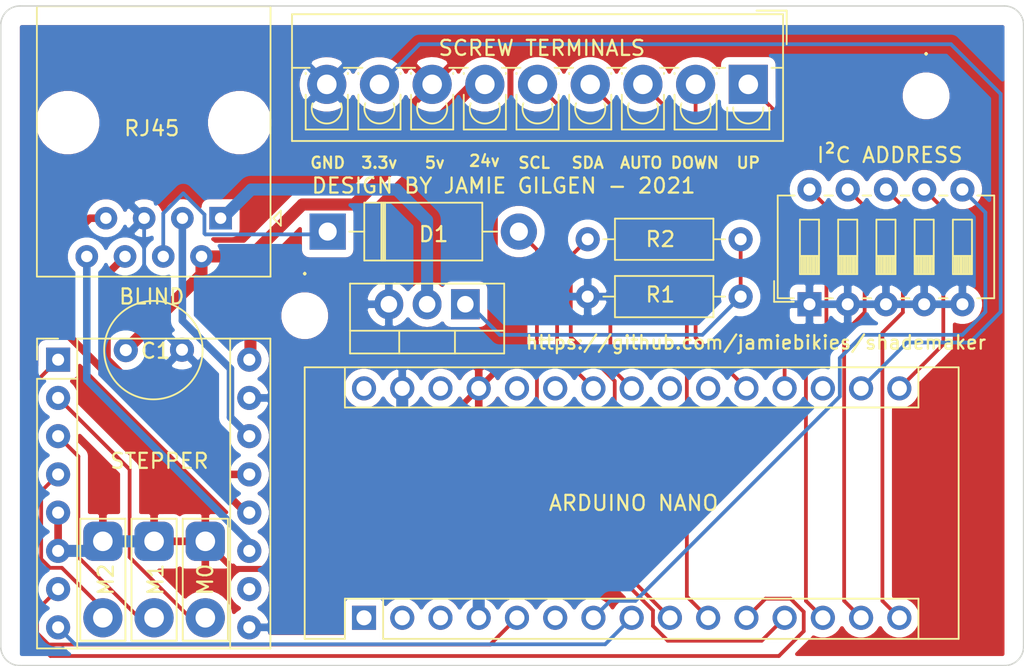
<source format=kicad_pcb>
(kicad_pcb (version 20171130) (host pcbnew "(5.1.9-0-10_14)")

  (general
    (thickness 1.6)
    (drawings 23)
    (tracks 154)
    (zones 0)
    (modules 15)
    (nets 42)
  )

  (page A4)
  (layers
    (0 F.Cu signal)
    (31 B.Cu signal)
    (32 B.Adhes user)
    (33 F.Adhes user)
    (34 B.Paste user)
    (35 F.Paste user)
    (36 B.SilkS user)
    (37 F.SilkS user)
    (38 B.Mask user)
    (39 F.Mask user)
    (40 Dwgs.User user)
    (41 Cmts.User user)
    (42 Eco1.User user hide)
    (43 Eco2.User user)
    (44 Edge.Cuts user)
    (45 Margin user)
    (46 B.CrtYd user)
    (47 F.CrtYd user)
    (48 B.Fab user)
    (49 F.Fab user hide)
  )

  (setup
    (last_trace_width 0.25)
    (user_trace_width 0.4)
    (user_trace_width 0.8)
    (trace_clearance 0.2)
    (zone_clearance 0.508)
    (zone_45_only no)
    (trace_min 0.25)
    (via_size 0.8)
    (via_drill 0.4)
    (via_min_size 0.4)
    (via_min_drill 0.3)
    (uvia_size 0.3)
    (uvia_drill 0.1)
    (uvias_allowed no)
    (uvia_min_size 0.2)
    (uvia_min_drill 0.1)
    (edge_width 0.1)
    (segment_width 0.2)
    (pcb_text_width 0.3)
    (pcb_text_size 1.5 1.5)
    (mod_edge_width 0.15)
    (mod_text_size 1 1)
    (mod_text_width 0.15)
    (pad_size 1.524 1.524)
    (pad_drill 0.762)
    (pad_to_mask_clearance 0)
    (aux_axis_origin 0 0)
    (visible_elements FFFFFF7F)
    (pcbplotparams
      (layerselection 0x010fc_ffffffff)
      (usegerberextensions false)
      (usegerberattributes true)
      (usegerberadvancedattributes true)
      (creategerberjobfile true)
      (excludeedgelayer true)
      (linewidth 0.100000)
      (plotframeref false)
      (viasonmask false)
      (mode 1)
      (useauxorigin false)
      (hpglpennumber 1)
      (hpglpenspeed 20)
      (hpglpendiameter 15.000000)
      (psnegative false)
      (psa4output false)
      (plotreference true)
      (plotvalue true)
      (plotinvisibletext false)
      (padsonsilk false)
      (subtractmaskfromsilk false)
      (outputformat 1)
      (mirror false)
      (drillshape 0)
      (scaleselection 1)
      (outputdirectory ""))
  )

  (net 0 "")
  (net 1 GND)
  (net 2 +5V)
  (net 3 SOLENOID_PWM)
  (net 4 I2C_SCL)
  (net 5 STEPPER_DIR)
  (net 6 I2C_SDA)
  (net 7 STEPPER_STEP)
  (net 8 DOWN)
  (net 9 UP)
  (net 10 STOP_SWITCH)
  (net 11 "STEPPER_2B(browncat5)")
  (net 12 "STEPPER_1B(cat5brownwhite)")
  (net 13 "STEPPER_1A(cat5green)")
  (net 14 "STEPPER_2A(cat5greenwhite)")
  (net 15 SOLENOID+)
  (net 16 AUTO)
  (net 17 STEPPER_EN)
  (net 18 STEPPER_M2)
  (net 19 STEPPER_M1)
  (net 20 STEPPER_M0)
  (net 21 SOLENOID-)
  (net 22 "Net-(Q1-Pad1)")
  (net 23 "Net-(ARDUINO1-Pad30)")
  (net 24 "Net-(ARDUINO1-Pad28)")
  (net 25 "Net-(ARDUINO1-Pad12)")
  (net 26 "Net-(ARDUINO1-Pad26)")
  (net 27 "Net-(ARDUINO1-Pad25)")
  (net 28 "Net-(ARDUINO1-Pad22)")
  (net 29 "Net-(ARDUINO1-Pad6)")
  (net 30 "Net-(ARDUINO1-Pad21)")
  (net 31 "Net-(ARDUINO1-Pad3)")
  (net 32 "Net-(ARDUINO1-Pad18)")
  (net 33 "Net-(ARDUINO1-Pad2)")
  (net 34 "Net-(ARDUINO1-Pad1)")
  (net 35 "Net-(STEPPER1-Pad10)")
  (net 36 3.3v)
  (net 37 I2C_3)
  (net 38 I2C_2)
  (net 39 I2C_1)
  (net 40 I2C_0)
  (net 41 I2C_4)

  (net_class Default "This is the default net class."
    (clearance 0.2)
    (trace_width 0.25)
    (via_dia 0.8)
    (via_drill 0.4)
    (uvia_dia 0.3)
    (uvia_drill 0.1)
    (diff_pair_width 0.3)
    (diff_pair_gap 0.25)
    (add_net +5V)
    (add_net 3.3v)
    (add_net AUTO)
    (add_net DOWN)
    (add_net GND)
    (add_net I2C_0)
    (add_net I2C_1)
    (add_net I2C_2)
    (add_net I2C_3)
    (add_net I2C_4)
    (add_net I2C_SCL)
    (add_net I2C_SDA)
    (add_net "Net-(ARDUINO1-Pad1)")
    (add_net "Net-(ARDUINO1-Pad12)")
    (add_net "Net-(ARDUINO1-Pad18)")
    (add_net "Net-(ARDUINO1-Pad2)")
    (add_net "Net-(ARDUINO1-Pad21)")
    (add_net "Net-(ARDUINO1-Pad22)")
    (add_net "Net-(ARDUINO1-Pad25)")
    (add_net "Net-(ARDUINO1-Pad26)")
    (add_net "Net-(ARDUINO1-Pad28)")
    (add_net "Net-(ARDUINO1-Pad3)")
    (add_net "Net-(ARDUINO1-Pad30)")
    (add_net "Net-(ARDUINO1-Pad6)")
    (add_net "Net-(Q1-Pad1)")
    (add_net "Net-(STEPPER1-Pad10)")
    (add_net SOLENOID_PWM)
    (add_net STEPPER_DIR)
    (add_net STEPPER_EN)
    (add_net STEPPER_M0)
    (add_net STEPPER_M1)
    (add_net STEPPER_M2)
    (add_net STEPPER_STEP)
    (add_net STOP_SWITCH)
    (add_net UP)
  )

  (net_class "Sorta Thicc" ""
    (clearance 0.2)
    (trace_width 0.5)
    (via_dia 0.8)
    (via_drill 0.4)
    (uvia_dia 0.3)
    (uvia_drill 0.1)
    (diff_pair_width 0.3)
    (diff_pair_gap 0.25)
    (add_net "STEPPER_1A(cat5green)")
    (add_net "STEPPER_1B(cat5brownwhite)")
    (add_net "STEPPER_2A(cat5greenwhite)")
    (add_net "STEPPER_2B(browncat5)")
  )

  (net_class Thicc ""
    (clearance 0.2)
    (trace_width 0.8)
    (via_dia 0.8)
    (via_drill 0.4)
    (uvia_dia 0.3)
    (uvia_drill 0.1)
    (diff_pair_width 0.3)
    (diff_pair_gap 0.25)
    (add_net SOLENOID+)
    (add_net SOLENOID-)
  )

  (module Button_Switch_THT:SW_DIP_SPSTx05_Slide_6.7x14.26mm_W7.62mm_P2.54mm_LowProfile (layer F.Cu) (tedit 5A4E1405) (tstamp 606235B0)
    (at 176.276 97.282 90)
    (descr "5x-dip-switch SPST , Slide, row spacing 7.62 mm (300 mils), body size 6.7x14.26mm (see e.g. https://www.ctscorp.com/wp-content/uploads/209-210.pdf), LowProfile")
    (tags "DIP Switch SPST Slide 7.62mm 300mil LowProfile")
    (path /608593B3)
    (fp_text reference SW1 (at 9.398 3.81 180) (layer F.SilkS) hide
      (effects (font (size 1 1) (thickness 0.15)))
    )
    (fp_text value "I²C ADDRESS" (at 9.906 5.334 180) (layer F.SilkS)
      (effects (font (size 1 1) (thickness 0.15)))
    )
    (fp_text user on (at 4.485 -1.3425 90) (layer F.Fab)
      (effects (font (size 0.8 0.8) (thickness 0.12)))
    )
    (fp_text user %R (at 6.39 3.81) (layer F.Fab)
      (effects (font (size 0.8 0.8) (thickness 0.12)))
    )
    (fp_line (start 1.46 -2.05) (end 7.16 -2.05) (layer F.Fab) (width 0.1))
    (fp_line (start 7.16 -2.05) (end 7.16 12.21) (layer F.Fab) (width 0.1))
    (fp_line (start 7.16 12.21) (end 0.46 12.21) (layer F.Fab) (width 0.1))
    (fp_line (start 0.46 12.21) (end 0.46 -1.05) (layer F.Fab) (width 0.1))
    (fp_line (start 0.46 -1.05) (end 1.46 -2.05) (layer F.Fab) (width 0.1))
    (fp_line (start 2 -0.635) (end 2 0.635) (layer F.Fab) (width 0.1))
    (fp_line (start 2 0.635) (end 5.62 0.635) (layer F.Fab) (width 0.1))
    (fp_line (start 5.62 0.635) (end 5.62 -0.635) (layer F.Fab) (width 0.1))
    (fp_line (start 5.62 -0.635) (end 2 -0.635) (layer F.Fab) (width 0.1))
    (fp_line (start 2 -0.535) (end 3.206667 -0.535) (layer F.Fab) (width 0.1))
    (fp_line (start 2 -0.435) (end 3.206667 -0.435) (layer F.Fab) (width 0.1))
    (fp_line (start 2 -0.335) (end 3.206667 -0.335) (layer F.Fab) (width 0.1))
    (fp_line (start 2 -0.235) (end 3.206667 -0.235) (layer F.Fab) (width 0.1))
    (fp_line (start 2 -0.135) (end 3.206667 -0.135) (layer F.Fab) (width 0.1))
    (fp_line (start 2 -0.035) (end 3.206667 -0.035) (layer F.Fab) (width 0.1))
    (fp_line (start 2 0.065) (end 3.206667 0.065) (layer F.Fab) (width 0.1))
    (fp_line (start 2 0.165) (end 3.206667 0.165) (layer F.Fab) (width 0.1))
    (fp_line (start 2 0.265) (end 3.206667 0.265) (layer F.Fab) (width 0.1))
    (fp_line (start 2 0.365) (end 3.206667 0.365) (layer F.Fab) (width 0.1))
    (fp_line (start 2 0.465) (end 3.206667 0.465) (layer F.Fab) (width 0.1))
    (fp_line (start 2 0.565) (end 3.206667 0.565) (layer F.Fab) (width 0.1))
    (fp_line (start 3.206667 -0.635) (end 3.206667 0.635) (layer F.Fab) (width 0.1))
    (fp_line (start 2 1.905) (end 2 3.175) (layer F.Fab) (width 0.1))
    (fp_line (start 2 3.175) (end 5.62 3.175) (layer F.Fab) (width 0.1))
    (fp_line (start 5.62 3.175) (end 5.62 1.905) (layer F.Fab) (width 0.1))
    (fp_line (start 5.62 1.905) (end 2 1.905) (layer F.Fab) (width 0.1))
    (fp_line (start 2 2.005) (end 3.206667 2.005) (layer F.Fab) (width 0.1))
    (fp_line (start 2 2.105) (end 3.206667 2.105) (layer F.Fab) (width 0.1))
    (fp_line (start 2 2.205) (end 3.206667 2.205) (layer F.Fab) (width 0.1))
    (fp_line (start 2 2.305) (end 3.206667 2.305) (layer F.Fab) (width 0.1))
    (fp_line (start 2 2.405) (end 3.206667 2.405) (layer F.Fab) (width 0.1))
    (fp_line (start 2 2.505) (end 3.206667 2.505) (layer F.Fab) (width 0.1))
    (fp_line (start 2 2.605) (end 3.206667 2.605) (layer F.Fab) (width 0.1))
    (fp_line (start 2 2.705) (end 3.206667 2.705) (layer F.Fab) (width 0.1))
    (fp_line (start 2 2.805) (end 3.206667 2.805) (layer F.Fab) (width 0.1))
    (fp_line (start 2 2.905) (end 3.206667 2.905) (layer F.Fab) (width 0.1))
    (fp_line (start 2 3.005) (end 3.206667 3.005) (layer F.Fab) (width 0.1))
    (fp_line (start 2 3.105) (end 3.206667 3.105) (layer F.Fab) (width 0.1))
    (fp_line (start 3.206667 1.905) (end 3.206667 3.175) (layer F.Fab) (width 0.1))
    (fp_line (start 2 4.445) (end 2 5.715) (layer F.Fab) (width 0.1))
    (fp_line (start 2 5.715) (end 5.62 5.715) (layer F.Fab) (width 0.1))
    (fp_line (start 5.62 5.715) (end 5.62 4.445) (layer F.Fab) (width 0.1))
    (fp_line (start 5.62 4.445) (end 2 4.445) (layer F.Fab) (width 0.1))
    (fp_line (start 2 4.545) (end 3.206667 4.545) (layer F.Fab) (width 0.1))
    (fp_line (start 2 4.645) (end 3.206667 4.645) (layer F.Fab) (width 0.1))
    (fp_line (start 2 4.745) (end 3.206667 4.745) (layer F.Fab) (width 0.1))
    (fp_line (start 2 4.845) (end 3.206667 4.845) (layer F.Fab) (width 0.1))
    (fp_line (start 2 4.945) (end 3.206667 4.945) (layer F.Fab) (width 0.1))
    (fp_line (start 2 5.045) (end 3.206667 5.045) (layer F.Fab) (width 0.1))
    (fp_line (start 2 5.145) (end 3.206667 5.145) (layer F.Fab) (width 0.1))
    (fp_line (start 2 5.245) (end 3.206667 5.245) (layer F.Fab) (width 0.1))
    (fp_line (start 2 5.345) (end 3.206667 5.345) (layer F.Fab) (width 0.1))
    (fp_line (start 2 5.445) (end 3.206667 5.445) (layer F.Fab) (width 0.1))
    (fp_line (start 2 5.545) (end 3.206667 5.545) (layer F.Fab) (width 0.1))
    (fp_line (start 2 5.645) (end 3.206667 5.645) (layer F.Fab) (width 0.1))
    (fp_line (start 3.206667 4.445) (end 3.206667 5.715) (layer F.Fab) (width 0.1))
    (fp_line (start 2 6.985) (end 2 8.255) (layer F.Fab) (width 0.1))
    (fp_line (start 2 8.255) (end 5.62 8.255) (layer F.Fab) (width 0.1))
    (fp_line (start 5.62 8.255) (end 5.62 6.985) (layer F.Fab) (width 0.1))
    (fp_line (start 5.62 6.985) (end 2 6.985) (layer F.Fab) (width 0.1))
    (fp_line (start 2 7.085) (end 3.206667 7.085) (layer F.Fab) (width 0.1))
    (fp_line (start 2 7.185) (end 3.206667 7.185) (layer F.Fab) (width 0.1))
    (fp_line (start 2 7.285) (end 3.206667 7.285) (layer F.Fab) (width 0.1))
    (fp_line (start 2 7.385) (end 3.206667 7.385) (layer F.Fab) (width 0.1))
    (fp_line (start 2 7.485) (end 3.206667 7.485) (layer F.Fab) (width 0.1))
    (fp_line (start 2 7.585) (end 3.206667 7.585) (layer F.Fab) (width 0.1))
    (fp_line (start 2 7.685) (end 3.206667 7.685) (layer F.Fab) (width 0.1))
    (fp_line (start 2 7.785) (end 3.206667 7.785) (layer F.Fab) (width 0.1))
    (fp_line (start 2 7.885) (end 3.206667 7.885) (layer F.Fab) (width 0.1))
    (fp_line (start 2 7.985) (end 3.206667 7.985) (layer F.Fab) (width 0.1))
    (fp_line (start 2 8.085) (end 3.206667 8.085) (layer F.Fab) (width 0.1))
    (fp_line (start 2 8.185) (end 3.206667 8.185) (layer F.Fab) (width 0.1))
    (fp_line (start 3.206667 6.985) (end 3.206667 8.255) (layer F.Fab) (width 0.1))
    (fp_line (start 2 9.525) (end 2 10.795) (layer F.Fab) (width 0.1))
    (fp_line (start 2 10.795) (end 5.62 10.795) (layer F.Fab) (width 0.1))
    (fp_line (start 5.62 10.795) (end 5.62 9.525) (layer F.Fab) (width 0.1))
    (fp_line (start 5.62 9.525) (end 2 9.525) (layer F.Fab) (width 0.1))
    (fp_line (start 2 9.625) (end 3.206667 9.625) (layer F.Fab) (width 0.1))
    (fp_line (start 2 9.725) (end 3.206667 9.725) (layer F.Fab) (width 0.1))
    (fp_line (start 2 9.825) (end 3.206667 9.825) (layer F.Fab) (width 0.1))
    (fp_line (start 2 9.925) (end 3.206667 9.925) (layer F.Fab) (width 0.1))
    (fp_line (start 2 10.025) (end 3.206667 10.025) (layer F.Fab) (width 0.1))
    (fp_line (start 2 10.125) (end 3.206667 10.125) (layer F.Fab) (width 0.1))
    (fp_line (start 2 10.225) (end 3.206667 10.225) (layer F.Fab) (width 0.1))
    (fp_line (start 2 10.325) (end 3.206667 10.325) (layer F.Fab) (width 0.1))
    (fp_line (start 2 10.425) (end 3.206667 10.425) (layer F.Fab) (width 0.1))
    (fp_line (start 2 10.525) (end 3.206667 10.525) (layer F.Fab) (width 0.1))
    (fp_line (start 2 10.625) (end 3.206667 10.625) (layer F.Fab) (width 0.1))
    (fp_line (start 2 10.725) (end 3.206667 10.725) (layer F.Fab) (width 0.1))
    (fp_line (start 3.206667 9.525) (end 3.206667 10.795) (layer F.Fab) (width 0.1))
    (fp_line (start 0.4 -2.11) (end 7.221 -2.11) (layer F.SilkS) (width 0.12))
    (fp_line (start 0.4 12.271) (end 7.221 12.271) (layer F.SilkS) (width 0.12))
    (fp_line (start 0.4 -2.11) (end 0.4 -1.04) (layer F.SilkS) (width 0.12))
    (fp_line (start 0.4 1.04) (end 0.4 1.551) (layer F.SilkS) (width 0.12))
    (fp_line (start 0.4 3.53) (end 0.4 4.091) (layer F.SilkS) (width 0.12))
    (fp_line (start 0.4 6.07) (end 0.4 6.631) (layer F.SilkS) (width 0.12))
    (fp_line (start 0.4 8.61) (end 0.4 9.17) (layer F.SilkS) (width 0.12))
    (fp_line (start 0.4 11.15) (end 0.4 12.271) (layer F.SilkS) (width 0.12))
    (fp_line (start 7.221 11.15) (end 7.221 12.271) (layer F.SilkS) (width 0.12))
    (fp_line (start 7.221 8.61) (end 7.221 9.17) (layer F.SilkS) (width 0.12))
    (fp_line (start 7.221 6.07) (end 7.221 6.631) (layer F.SilkS) (width 0.12))
    (fp_line (start 7.221 3.53) (end 7.221 4.091) (layer F.SilkS) (width 0.12))
    (fp_line (start 7.221 -2.11) (end 7.221 -0.99) (layer F.SilkS) (width 0.12))
    (fp_line (start 7.221 0.99) (end 7.221 1.551) (layer F.SilkS) (width 0.12))
    (fp_line (start 0.16 -2.35) (end 1.543 -2.35) (layer F.SilkS) (width 0.12))
    (fp_line (start 0.16 -2.35) (end 0.16 -1.04) (layer F.SilkS) (width 0.12))
    (fp_line (start 2 -0.635) (end 2 0.635) (layer F.SilkS) (width 0.12))
    (fp_line (start 2 0.635) (end 5.62 0.635) (layer F.SilkS) (width 0.12))
    (fp_line (start 5.62 0.635) (end 5.62 -0.635) (layer F.SilkS) (width 0.12))
    (fp_line (start 5.62 -0.635) (end 2 -0.635) (layer F.SilkS) (width 0.12))
    (fp_line (start 2 -0.515) (end 3.206667 -0.515) (layer F.SilkS) (width 0.12))
    (fp_line (start 2 -0.395) (end 3.206667 -0.395) (layer F.SilkS) (width 0.12))
    (fp_line (start 2 -0.275) (end 3.206667 -0.275) (layer F.SilkS) (width 0.12))
    (fp_line (start 2 -0.155) (end 3.206667 -0.155) (layer F.SilkS) (width 0.12))
    (fp_line (start 2 -0.035) (end 3.206667 -0.035) (layer F.SilkS) (width 0.12))
    (fp_line (start 2 0.085) (end 3.206667 0.085) (layer F.SilkS) (width 0.12))
    (fp_line (start 2 0.205) (end 3.206667 0.205) (layer F.SilkS) (width 0.12))
    (fp_line (start 2 0.325) (end 3.206667 0.325) (layer F.SilkS) (width 0.12))
    (fp_line (start 2 0.445) (end 3.206667 0.445) (layer F.SilkS) (width 0.12))
    (fp_line (start 2 0.565) (end 3.206667 0.565) (layer F.SilkS) (width 0.12))
    (fp_line (start 3.206667 -0.635) (end 3.206667 0.635) (layer F.SilkS) (width 0.12))
    (fp_line (start 2 1.905) (end 2 3.175) (layer F.SilkS) (width 0.12))
    (fp_line (start 2 3.175) (end 5.62 3.175) (layer F.SilkS) (width 0.12))
    (fp_line (start 5.62 3.175) (end 5.62 1.905) (layer F.SilkS) (width 0.12))
    (fp_line (start 5.62 1.905) (end 2 1.905) (layer F.SilkS) (width 0.12))
    (fp_line (start 2 2.025) (end 3.206667 2.025) (layer F.SilkS) (width 0.12))
    (fp_line (start 2 2.145) (end 3.206667 2.145) (layer F.SilkS) (width 0.12))
    (fp_line (start 2 2.265) (end 3.206667 2.265) (layer F.SilkS) (width 0.12))
    (fp_line (start 2 2.385) (end 3.206667 2.385) (layer F.SilkS) (width 0.12))
    (fp_line (start 2 2.505) (end 3.206667 2.505) (layer F.SilkS) (width 0.12))
    (fp_line (start 2 2.625) (end 3.206667 2.625) (layer F.SilkS) (width 0.12))
    (fp_line (start 2 2.745) (end 3.206667 2.745) (layer F.SilkS) (width 0.12))
    (fp_line (start 2 2.865) (end 3.206667 2.865) (layer F.SilkS) (width 0.12))
    (fp_line (start 2 2.985) (end 3.206667 2.985) (layer F.SilkS) (width 0.12))
    (fp_line (start 2 3.105) (end 3.206667 3.105) (layer F.SilkS) (width 0.12))
    (fp_line (start 3.206667 1.905) (end 3.206667 3.175) (layer F.SilkS) (width 0.12))
    (fp_line (start 2 4.445) (end 2 5.715) (layer F.SilkS) (width 0.12))
    (fp_line (start 2 5.715) (end 5.62 5.715) (layer F.SilkS) (width 0.12))
    (fp_line (start 5.62 5.715) (end 5.62 4.445) (layer F.SilkS) (width 0.12))
    (fp_line (start 5.62 4.445) (end 2 4.445) (layer F.SilkS) (width 0.12))
    (fp_line (start 2 4.565) (end 3.206667 4.565) (layer F.SilkS) (width 0.12))
    (fp_line (start 2 4.685) (end 3.206667 4.685) (layer F.SilkS) (width 0.12))
    (fp_line (start 2 4.805) (end 3.206667 4.805) (layer F.SilkS) (width 0.12))
    (fp_line (start 2 4.925) (end 3.206667 4.925) (layer F.SilkS) (width 0.12))
    (fp_line (start 2 5.045) (end 3.206667 5.045) (layer F.SilkS) (width 0.12))
    (fp_line (start 2 5.165) (end 3.206667 5.165) (layer F.SilkS) (width 0.12))
    (fp_line (start 2 5.285) (end 3.206667 5.285) (layer F.SilkS) (width 0.12))
    (fp_line (start 2 5.405) (end 3.206667 5.405) (layer F.SilkS) (width 0.12))
    (fp_line (start 2 5.525) (end 3.206667 5.525) (layer F.SilkS) (width 0.12))
    (fp_line (start 2 5.645) (end 3.206667 5.645) (layer F.SilkS) (width 0.12))
    (fp_line (start 3.206667 4.445) (end 3.206667 5.715) (layer F.SilkS) (width 0.12))
    (fp_line (start 2 6.985) (end 2 8.255) (layer F.SilkS) (width 0.12))
    (fp_line (start 2 8.255) (end 5.62 8.255) (layer F.SilkS) (width 0.12))
    (fp_line (start 5.62 8.255) (end 5.62 6.985) (layer F.SilkS) (width 0.12))
    (fp_line (start 5.62 6.985) (end 2 6.985) (layer F.SilkS) (width 0.12))
    (fp_line (start 2 7.105) (end 3.206667 7.105) (layer F.SilkS) (width 0.12))
    (fp_line (start 2 7.225) (end 3.206667 7.225) (layer F.SilkS) (width 0.12))
    (fp_line (start 2 7.345) (end 3.206667 7.345) (layer F.SilkS) (width 0.12))
    (fp_line (start 2 7.465) (end 3.206667 7.465) (layer F.SilkS) (width 0.12))
    (fp_line (start 2 7.585) (end 3.206667 7.585) (layer F.SilkS) (width 0.12))
    (fp_line (start 2 7.705) (end 3.206667 7.705) (layer F.SilkS) (width 0.12))
    (fp_line (start 2 7.825) (end 3.206667 7.825) (layer F.SilkS) (width 0.12))
    (fp_line (start 2 7.945) (end 3.206667 7.945) (layer F.SilkS) (width 0.12))
    (fp_line (start 2 8.065) (end 3.206667 8.065) (layer F.SilkS) (width 0.12))
    (fp_line (start 2 8.185) (end 3.206667 8.185) (layer F.SilkS) (width 0.12))
    (fp_line (start 3.206667 6.985) (end 3.206667 8.255) (layer F.SilkS) (width 0.12))
    (fp_line (start 2 9.525) (end 2 10.795) (layer F.SilkS) (width 0.12))
    (fp_line (start 2 10.795) (end 5.62 10.795) (layer F.SilkS) (width 0.12))
    (fp_line (start 5.62 10.795) (end 5.62 9.525) (layer F.SilkS) (width 0.12))
    (fp_line (start 5.62 9.525) (end 2 9.525) (layer F.SilkS) (width 0.12))
    (fp_line (start 2 9.645) (end 3.206667 9.645) (layer F.SilkS) (width 0.12))
    (fp_line (start 2 9.765) (end 3.206667 9.765) (layer F.SilkS) (width 0.12))
    (fp_line (start 2 9.885) (end 3.206667 9.885) (layer F.SilkS) (width 0.12))
    (fp_line (start 2 10.005) (end 3.206667 10.005) (layer F.SilkS) (width 0.12))
    (fp_line (start 2 10.125) (end 3.206667 10.125) (layer F.SilkS) (width 0.12))
    (fp_line (start 2 10.245) (end 3.206667 10.245) (layer F.SilkS) (width 0.12))
    (fp_line (start 2 10.365) (end 3.206667 10.365) (layer F.SilkS) (width 0.12))
    (fp_line (start 2 10.485) (end 3.206667 10.485) (layer F.SilkS) (width 0.12))
    (fp_line (start 2 10.605) (end 3.206667 10.605) (layer F.SilkS) (width 0.12))
    (fp_line (start 2 10.725) (end 3.206667 10.725) (layer F.SilkS) (width 0.12))
    (fp_line (start 3.206667 9.525) (end 3.206667 10.795) (layer F.SilkS) (width 0.12))
    (fp_line (start -1.1 -2.4) (end -1.1 12.55) (layer F.CrtYd) (width 0.05))
    (fp_line (start -1.1 12.55) (end 8.7 12.55) (layer F.CrtYd) (width 0.05))
    (fp_line (start 8.7 12.55) (end 8.7 -2.4) (layer F.CrtYd) (width 0.05))
    (fp_line (start 8.7 -2.4) (end -1.1 -2.4) (layer F.CrtYd) (width 0.05))
    (pad 10 thru_hole oval (at 7.62 0 90) (size 1.6 1.6) (drill 0.8) (layers *.Cu *.Mask)
      (net 40 I2C_0))
    (pad 5 thru_hole oval (at 0 10.16 90) (size 1.6 1.6) (drill 0.8) (layers *.Cu *.Mask)
      (net 1 GND))
    (pad 9 thru_hole oval (at 7.62 2.54 90) (size 1.6 1.6) (drill 0.8) (layers *.Cu *.Mask)
      (net 39 I2C_1))
    (pad 4 thru_hole oval (at 0 7.62 90) (size 1.6 1.6) (drill 0.8) (layers *.Cu *.Mask)
      (net 1 GND))
    (pad 8 thru_hole oval (at 7.62 5.08 90) (size 1.6 1.6) (drill 0.8) (layers *.Cu *.Mask)
      (net 38 I2C_2))
    (pad 3 thru_hole oval (at 0 5.08 90) (size 1.6 1.6) (drill 0.8) (layers *.Cu *.Mask)
      (net 1 GND))
    (pad 7 thru_hole oval (at 7.62 7.62 90) (size 1.6 1.6) (drill 0.8) (layers *.Cu *.Mask)
      (net 37 I2C_3))
    (pad 2 thru_hole oval (at 0 2.54 90) (size 1.6 1.6) (drill 0.8) (layers *.Cu *.Mask)
      (net 1 GND))
    (pad 6 thru_hole oval (at 7.62 10.16 90) (size 1.6 1.6) (drill 0.8) (layers *.Cu *.Mask)
      (net 41 I2C_4))
    (pad 1 thru_hole rect (at 0 0 90) (size 1.6 1.6) (drill 0.8) (layers *.Cu *.Mask)
      (net 1 GND))
    (model ${KISYS3DMOD}/Button_Switch_THT.3dshapes/SW_DIP_SPSTx05_Slide_6.7x14.26mm_W7.62mm_P2.54mm_LowProfile.wrl
      (at (xyz 0 0 0))
      (scale (xyz 1 1 1))
      (rotate (xyz 0 0 90))
    )
  )

  (module Resistor_THT:R_Axial_DIN0207_L6.3mm_D2.5mm_P10.16mm_Horizontal (layer F.Cu) (tedit 5AE5139B) (tstamp 6061A75C)
    (at 171.704 96.774 180)
    (descr "Resistor, Axial_DIN0207 series, Axial, Horizontal, pin pitch=10.16mm, 0.25W = 1/4W, length*diameter=6.3*2.5mm^2, http://cdn-reichelt.de/documents/datenblatt/B400/1_4W%23YAG.pdf")
    (tags "Resistor Axial_DIN0207 series Axial Horizontal pin pitch 10.16mm 0.25W = 1/4W length 6.3mm diameter 2.5mm")
    (path /605DD9CD)
    (fp_text reference R1 (at 5.334 0.127) (layer F.SilkS)
      (effects (font (size 1 1) (thickness 0.15)))
    )
    (fp_text value 10k (at 5.08 2.37) (layer F.Fab)
      (effects (font (size 1 1) (thickness 0.15)))
    )
    (fp_line (start 11.21 -1.5) (end -1.05 -1.5) (layer F.CrtYd) (width 0.05))
    (fp_line (start 11.21 1.5) (end 11.21 -1.5) (layer F.CrtYd) (width 0.05))
    (fp_line (start -1.05 1.5) (end 11.21 1.5) (layer F.CrtYd) (width 0.05))
    (fp_line (start -1.05 -1.5) (end -1.05 1.5) (layer F.CrtYd) (width 0.05))
    (fp_line (start 9.12 0) (end 8.35 0) (layer F.SilkS) (width 0.12))
    (fp_line (start 1.04 0) (end 1.81 0) (layer F.SilkS) (width 0.12))
    (fp_line (start 8.35 -1.37) (end 1.81 -1.37) (layer F.SilkS) (width 0.12))
    (fp_line (start 8.35 1.37) (end 8.35 -1.37) (layer F.SilkS) (width 0.12))
    (fp_line (start 1.81 1.37) (end 8.35 1.37) (layer F.SilkS) (width 0.12))
    (fp_line (start 1.81 -1.37) (end 1.81 1.37) (layer F.SilkS) (width 0.12))
    (fp_line (start 10.16 0) (end 8.23 0) (layer F.Fab) (width 0.1))
    (fp_line (start 0 0) (end 1.93 0) (layer F.Fab) (width 0.1))
    (fp_line (start 8.23 -1.25) (end 1.93 -1.25) (layer F.Fab) (width 0.1))
    (fp_line (start 8.23 1.25) (end 8.23 -1.25) (layer F.Fab) (width 0.1))
    (fp_line (start 1.93 1.25) (end 8.23 1.25) (layer F.Fab) (width 0.1))
    (fp_line (start 1.93 -1.25) (end 1.93 1.25) (layer F.Fab) (width 0.1))
    (fp_text user %R (at 5.08 0) (layer F.Fab)
      (effects (font (size 1 1) (thickness 0.15)))
    )
    (pad 2 thru_hole oval (at 10.16 0 180) (size 1.6 1.6) (drill 0.8) (layers *.Cu *.Mask)
      (net 1 GND))
    (pad 1 thru_hole circle (at 0 0 180) (size 1.6 1.6) (drill 0.8) (layers *.Cu *.Mask)
      (net 22 "Net-(Q1-Pad1)"))
    (model ${KISYS3DMOD}/Resistor_THT.3dshapes/R_Axial_DIN0207_L6.3mm_D2.5mm_P10.16mm_Horizontal.wrl
      (at (xyz 0 0 0))
      (scale (xyz 1 1 1))
      (rotate (xyz 0 0 0))
    )
  )

  (module Module:Arduino_Nano (layer F.Cu) (tedit 58ACAF70) (tstamp 605EEDFB)
    (at 146.685 118.11 90)
    (descr "Arduino Nano, http://www.mouser.com/pdfdocs/Gravitech_Arduino_Nano3_0.pdf")
    (tags "Arduino Nano")
    (path /605D4576)
    (fp_text reference ARDUINO1 (at 7.62 17.145 180) (layer F.SilkS) hide
      (effects (font (size 1 1) (thickness 0.15)))
    )
    (fp_text value "ARDUINO NANO" (at 7.62 17.907) (layer F.SilkS)
      (effects (font (size 1 1) (thickness 0.15)))
    )
    (fp_line (start 16.75 42.16) (end -1.53 42.16) (layer F.CrtYd) (width 0.05))
    (fp_line (start 16.75 42.16) (end 16.75 -4.06) (layer F.CrtYd) (width 0.05))
    (fp_line (start -1.53 -4.06) (end -1.53 42.16) (layer F.CrtYd) (width 0.05))
    (fp_line (start -1.53 -4.06) (end 16.75 -4.06) (layer F.CrtYd) (width 0.05))
    (fp_line (start 16.51 -3.81) (end 16.51 39.37) (layer F.Fab) (width 0.1))
    (fp_line (start 0 -3.81) (end 16.51 -3.81) (layer F.Fab) (width 0.1))
    (fp_line (start -1.27 -2.54) (end 0 -3.81) (layer F.Fab) (width 0.1))
    (fp_line (start -1.27 39.37) (end -1.27 -2.54) (layer F.Fab) (width 0.1))
    (fp_line (start 16.51 39.37) (end -1.27 39.37) (layer F.Fab) (width 0.1))
    (fp_line (start 16.64 -3.94) (end -1.4 -3.94) (layer F.SilkS) (width 0.12))
    (fp_line (start 16.64 39.5) (end 16.64 -3.94) (layer F.SilkS) (width 0.12))
    (fp_line (start -1.4 39.5) (end 16.64 39.5) (layer F.SilkS) (width 0.12))
    (fp_line (start 3.81 41.91) (end 3.81 31.75) (layer F.Fab) (width 0.1))
    (fp_line (start 11.43 41.91) (end 3.81 41.91) (layer F.Fab) (width 0.1))
    (fp_line (start 11.43 31.75) (end 11.43 41.91) (layer F.Fab) (width 0.1))
    (fp_line (start 3.81 31.75) (end 11.43 31.75) (layer F.Fab) (width 0.1))
    (fp_line (start 1.27 36.83) (end -1.4 36.83) (layer F.SilkS) (width 0.12))
    (fp_line (start 1.27 1.27) (end 1.27 36.83) (layer F.SilkS) (width 0.12))
    (fp_line (start 1.27 1.27) (end -1.4 1.27) (layer F.SilkS) (width 0.12))
    (fp_line (start 13.97 36.83) (end 16.64 36.83) (layer F.SilkS) (width 0.12))
    (fp_line (start 13.97 -1.27) (end 13.97 36.83) (layer F.SilkS) (width 0.12))
    (fp_line (start 13.97 -1.27) (end 16.64 -1.27) (layer F.SilkS) (width 0.12))
    (fp_line (start -1.4 -3.94) (end -1.4 -1.27) (layer F.SilkS) (width 0.12))
    (fp_line (start -1.4 1.27) (end -1.4 39.5) (layer F.SilkS) (width 0.12))
    (fp_line (start 1.27 -1.27) (end -1.4 -1.27) (layer F.SilkS) (width 0.12))
    (fp_line (start 1.27 1.27) (end 1.27 -1.27) (layer F.SilkS) (width 0.12))
    (fp_text user %R (at 6.35 19.05) (layer F.Fab)
      (effects (font (size 1 1) (thickness 0.15)))
    )
    (pad 16 thru_hole oval (at 15.24 35.56 90) (size 1.6 1.6) (drill 1) (layers *.Cu *.Mask)
      (net 37 I2C_3))
    (pad 15 thru_hole oval (at 0 35.56 90) (size 1.6 1.6) (drill 1) (layers *.Cu *.Mask)
      (net 38 I2C_2))
    (pad 30 thru_hole oval (at 15.24 0 90) (size 1.6 1.6) (drill 1) (layers *.Cu *.Mask)
      (net 23 "Net-(ARDUINO1-Pad30)"))
    (pad 14 thru_hole oval (at 0 33.02 90) (size 1.6 1.6) (drill 1) (layers *.Cu *.Mask)
      (net 39 I2C_1))
    (pad 29 thru_hole oval (at 15.24 2.54 90) (size 1.6 1.6) (drill 1) (layers *.Cu *.Mask)
      (net 1 GND))
    (pad 13 thru_hole oval (at 0 30.48 90) (size 1.6 1.6) (drill 1) (layers *.Cu *.Mask)
      (net 40 I2C_0))
    (pad 28 thru_hole oval (at 15.24 5.08 90) (size 1.6 1.6) (drill 1) (layers *.Cu *.Mask)
      (net 24 "Net-(ARDUINO1-Pad28)"))
    (pad 12 thru_hole oval (at 0 27.94 90) (size 1.6 1.6) (drill 1) (layers *.Cu *.Mask)
      (net 25 "Net-(ARDUINO1-Pad12)"))
    (pad 27 thru_hole oval (at 15.24 7.62 90) (size 1.6 1.6) (drill 1) (layers *.Cu *.Mask)
      (net 2 +5V))
    (pad 11 thru_hole oval (at 0 25.4 90) (size 1.6 1.6) (drill 1) (layers *.Cu *.Mask)
      (net 17 STEPPER_EN))
    (pad 26 thru_hole oval (at 15.24 10.16 90) (size 1.6 1.6) (drill 1) (layers *.Cu *.Mask)
      (net 26 "Net-(ARDUINO1-Pad26)"))
    (pad 10 thru_hole oval (at 0 22.86 90) (size 1.6 1.6) (drill 1) (layers *.Cu *.Mask)
      (net 16 AUTO))
    (pad 25 thru_hole oval (at 15.24 12.7 90) (size 1.6 1.6) (drill 1) (layers *.Cu *.Mask)
      (net 27 "Net-(ARDUINO1-Pad25)"))
    (pad 9 thru_hole oval (at 0 20.32 90) (size 1.6 1.6) (drill 1) (layers *.Cu *.Mask)
      (net 3 SOLENOID_PWM))
    (pad 24 thru_hole oval (at 15.24 15.24 90) (size 1.6 1.6) (drill 1) (layers *.Cu *.Mask)
      (net 4 I2C_SCL))
    (pad 8 thru_hole oval (at 0 17.78 90) (size 1.6 1.6) (drill 1) (layers *.Cu *.Mask)
      (net 5 STEPPER_DIR))
    (pad 23 thru_hole oval (at 15.24 17.78 90) (size 1.6 1.6) (drill 1) (layers *.Cu *.Mask)
      (net 6 I2C_SDA))
    (pad 7 thru_hole oval (at 0 15.24 90) (size 1.6 1.6) (drill 1) (layers *.Cu *.Mask)
      (net 41 I2C_4))
    (pad 22 thru_hole oval (at 15.24 20.32 90) (size 1.6 1.6) (drill 1) (layers *.Cu *.Mask)
      (net 28 "Net-(ARDUINO1-Pad22)"))
    (pad 6 thru_hole oval (at 0 12.7 90) (size 1.6 1.6) (drill 1) (layers *.Cu *.Mask)
      (net 29 "Net-(ARDUINO1-Pad6)"))
    (pad 21 thru_hole oval (at 15.24 22.86 90) (size 1.6 1.6) (drill 1) (layers *.Cu *.Mask)
      (net 30 "Net-(ARDUINO1-Pad21)"))
    (pad 5 thru_hole oval (at 0 10.16 90) (size 1.6 1.6) (drill 1) (layers *.Cu *.Mask)
      (net 7 STEPPER_STEP))
    (pad 20 thru_hole oval (at 15.24 25.4 90) (size 1.6 1.6) (drill 1) (layers *.Cu *.Mask)
      (net 8 DOWN))
    (pad 4 thru_hole oval (at 0 7.62 90) (size 1.6 1.6) (drill 1) (layers *.Cu *.Mask)
      (net 1 GND))
    (pad 19 thru_hole oval (at 15.24 27.94 90) (size 1.6 1.6) (drill 1) (layers *.Cu *.Mask)
      (net 9 UP))
    (pad 3 thru_hole oval (at 0 5.08 90) (size 1.6 1.6) (drill 1) (layers *.Cu *.Mask)
      (net 31 "Net-(ARDUINO1-Pad3)"))
    (pad 18 thru_hole oval (at 15.24 30.48 90) (size 1.6 1.6) (drill 1) (layers *.Cu *.Mask)
      (net 32 "Net-(ARDUINO1-Pad18)"))
    (pad 2 thru_hole oval (at 0 2.54 90) (size 1.6 1.6) (drill 1) (layers *.Cu *.Mask)
      (net 33 "Net-(ARDUINO1-Pad2)"))
    (pad 17 thru_hole oval (at 15.24 33.02 90) (size 1.6 1.6) (drill 1) (layers *.Cu *.Mask)
      (net 36 3.3v))
    (pad 1 thru_hole rect (at 0 0 90) (size 1.6 1.6) (drill 1) (layers *.Cu *.Mask)
      (net 34 "Net-(ARDUINO1-Pad1)"))
    (model ${KISYS3DMOD}/Module.3dshapes/Arduino_Nano_WithMountingHoles.wrl
      (at (xyz 0 0 0))
      (scale (xyz 1 1 1))
      (rotate (xyz 0 0 0))
    )
  )

  (module TerminalBlock_4Ucon:TerminalBlock_4Ucon_1x09_P3.50mm_Vertical (layer F.Cu) (tedit 5B294E83) (tstamp 60620BF2)
    (at 172.212 82.677 180)
    (descr "Terminal Block 4Ucon ItemNo. 10700, vertical (cable from top), 9 pins, pitch 3.5mm, size 32.5x8.3mm^2, drill diamater 1.3mm, pad diameter 2.6mm, see http://www.4uconnector.com/online/object/4udrawing/10700.pdf, script-generated with , script-generated using https://github.com/pointhi/kicad-footprint-generator/scripts/TerminalBlock_4Ucon")
    (tags "THT Terminal Block 4Ucon ItemNo. 10700 vertical pitch 3.5mm size 32.5x8.3mm^2 drill 1.3mm pad 2.6mm")
    (path /605EAB2D)
    (fp_text reference SCREW1 (at 13.335 2.286) (layer F.SilkS) hide
      (effects (font (size 1 1) (thickness 0.15)))
    )
    (fp_text value "SCREW TERMINALS" (at 13.716 2.413) (layer F.SilkS)
      (effects (font (size 1 1) (thickness 0.15)))
    )
    (fp_text user %R (at 12.25 3.45) (layer F.Fab)
      (effects (font (size 1 1) (thickness 0.15)))
    )
    (fp_arc (start 28 -1.6) (end 28.94 -1.258) (angle -220) (layer F.SilkS) (width 0.12))
    (fp_arc (start 24.5 -1.6) (end 25.44 -1.258) (angle -220) (layer F.SilkS) (width 0.12))
    (fp_arc (start 21 -1.6) (end 21.94 -1.258) (angle -220) (layer F.SilkS) (width 0.12))
    (fp_arc (start 17.5 -1.6) (end 18.44 -1.258) (angle -220) (layer F.SilkS) (width 0.12))
    (fp_arc (start 14 -1.6) (end 14.94 -1.258) (angle -220) (layer F.SilkS) (width 0.12))
    (fp_arc (start 10.5 -1.6) (end 11.44 -1.258) (angle -220) (layer F.SilkS) (width 0.12))
    (fp_arc (start 7 -1.6) (end 7.94 -1.258) (angle -220) (layer F.SilkS) (width 0.12))
    (fp_arc (start 3.5 -1.6) (end 4.44 -1.258) (angle -220) (layer F.SilkS) (width 0.12))
    (fp_arc (start 0 -1.6) (end 0.998 -1.531) (angle -188) (layer F.SilkS) (width 0.12))
    (fp_circle (center 0 -1.6) (end 1 -1.6) (layer F.Fab) (width 0.1))
    (fp_circle (center 3.5 -1.6) (end 4.5 -1.6) (layer F.Fab) (width 0.1))
    (fp_circle (center 7 -1.6) (end 8 -1.6) (layer F.Fab) (width 0.1))
    (fp_circle (center 10.5 -1.6) (end 11.5 -1.6) (layer F.Fab) (width 0.1))
    (fp_circle (center 14 -1.6) (end 15 -1.6) (layer F.Fab) (width 0.1))
    (fp_circle (center 17.5 -1.6) (end 18.5 -1.6) (layer F.Fab) (width 0.1))
    (fp_circle (center 21 -1.6) (end 22 -1.6) (layer F.Fab) (width 0.1))
    (fp_circle (center 24.5 -1.6) (end 25.5 -1.6) (layer F.Fab) (width 0.1))
    (fp_circle (center 28 -1.6) (end 29 -1.6) (layer F.Fab) (width 0.1))
    (fp_line (start -2.25 -3.7) (end 30.25 -3.7) (layer F.Fab) (width 0.1))
    (fp_line (start 30.25 -3.7) (end 30.25 4.6) (layer F.Fab) (width 0.1))
    (fp_line (start 30.25 4.6) (end -0.25 4.6) (layer F.Fab) (width 0.1))
    (fp_line (start -0.25 4.6) (end -2.25 2.6) (layer F.Fab) (width 0.1))
    (fp_line (start -2.25 2.6) (end -2.25 -3.7) (layer F.Fab) (width 0.1))
    (fp_line (start -2.25 1.1) (end 30.25 1.1) (layer F.Fab) (width 0.1))
    (fp_line (start -2.31 1.101) (end -1.54 1.101) (layer F.SilkS) (width 0.12))
    (fp_line (start 1.54 1.101) (end 2.367 1.101) (layer F.SilkS) (width 0.12))
    (fp_line (start 4.634 1.101) (end 5.867 1.101) (layer F.SilkS) (width 0.12))
    (fp_line (start 8.134 1.101) (end 9.367 1.101) (layer F.SilkS) (width 0.12))
    (fp_line (start 11.634 1.101) (end 12.867 1.101) (layer F.SilkS) (width 0.12))
    (fp_line (start 15.134 1.101) (end 16.367 1.101) (layer F.SilkS) (width 0.12))
    (fp_line (start 18.634 1.101) (end 19.867 1.101) (layer F.SilkS) (width 0.12))
    (fp_line (start 22.134 1.101) (end 23.367 1.101) (layer F.SilkS) (width 0.12))
    (fp_line (start 25.634 1.101) (end 26.867 1.101) (layer F.SilkS) (width 0.12))
    (fp_line (start 29.134 1.101) (end 30.31 1.101) (layer F.SilkS) (width 0.12))
    (fp_line (start -2.31 -3.76) (end 30.31 -3.76) (layer F.SilkS) (width 0.12))
    (fp_line (start -2.31 4.66) (end 30.31 4.66) (layer F.SilkS) (width 0.12))
    (fp_line (start -2.31 -3.76) (end -2.31 4.66) (layer F.SilkS) (width 0.12))
    (fp_line (start 30.31 -3.76) (end 30.31 4.66) (layer F.SilkS) (width 0.12))
    (fp_line (start -1.4 -3) (end 1.4 -3) (layer F.SilkS) (width 0.12))
    (fp_line (start -1.4 -3) (end -1.4 -1.54) (layer F.SilkS) (width 0.12))
    (fp_line (start 1.4 -3) (end 1.4 -1.54) (layer F.SilkS) (width 0.12))
    (fp_line (start -1.4 -3) (end -1.4 0.75) (layer F.Fab) (width 0.1))
    (fp_line (start -1.4 0.75) (end 1.4 0.75) (layer F.Fab) (width 0.1))
    (fp_line (start 1.4 0.75) (end 1.4 -3) (layer F.Fab) (width 0.1))
    (fp_line (start 1.4 -3) (end -1.4 -3) (layer F.Fab) (width 0.1))
    (fp_line (start 2.1 -3) (end 4.9 -3) (layer F.SilkS) (width 0.12))
    (fp_line (start 2.1 0.75) (end 2.101 0.75) (layer F.SilkS) (width 0.12))
    (fp_line (start 4.9 0.75) (end 4.9 0.75) (layer F.SilkS) (width 0.12))
    (fp_line (start 2.1 -3) (end 2.1 -0.689) (layer F.SilkS) (width 0.12))
    (fp_line (start 2.1 0.689) (end 2.1 0.75) (layer F.SilkS) (width 0.12))
    (fp_line (start 4.9 -3) (end 4.9 -0.689) (layer F.SilkS) (width 0.12))
    (fp_line (start 4.9 0.689) (end 4.9 0.75) (layer F.SilkS) (width 0.12))
    (fp_line (start 2.1 -3) (end 2.1 0.75) (layer F.Fab) (width 0.1))
    (fp_line (start 2.1 0.75) (end 4.9 0.75) (layer F.Fab) (width 0.1))
    (fp_line (start 4.9 0.75) (end 4.9 -3) (layer F.Fab) (width 0.1))
    (fp_line (start 4.9 -3) (end 2.1 -3) (layer F.Fab) (width 0.1))
    (fp_line (start 5.6 -3) (end 8.4 -3) (layer F.SilkS) (width 0.12))
    (fp_line (start 5.6 0.75) (end 5.601 0.75) (layer F.SilkS) (width 0.12))
    (fp_line (start 8.4 0.75) (end 8.4 0.75) (layer F.SilkS) (width 0.12))
    (fp_line (start 5.6 -3) (end 5.6 -0.689) (layer F.SilkS) (width 0.12))
    (fp_line (start 5.6 0.689) (end 5.6 0.75) (layer F.SilkS) (width 0.12))
    (fp_line (start 8.4 -3) (end 8.4 -0.689) (layer F.SilkS) (width 0.12))
    (fp_line (start 8.4 0.689) (end 8.4 0.75) (layer F.SilkS) (width 0.12))
    (fp_line (start 5.6 -3) (end 5.6 0.75) (layer F.Fab) (width 0.1))
    (fp_line (start 5.6 0.75) (end 8.4 0.75) (layer F.Fab) (width 0.1))
    (fp_line (start 8.4 0.75) (end 8.4 -3) (layer F.Fab) (width 0.1))
    (fp_line (start 8.4 -3) (end 5.6 -3) (layer F.Fab) (width 0.1))
    (fp_line (start 9.1 -3) (end 11.9 -3) (layer F.SilkS) (width 0.12))
    (fp_line (start 9.1 0.75) (end 9.101 0.75) (layer F.SilkS) (width 0.12))
    (fp_line (start 11.9 0.75) (end 11.9 0.75) (layer F.SilkS) (width 0.12))
    (fp_line (start 9.1 -3) (end 9.1 -0.689) (layer F.SilkS) (width 0.12))
    (fp_line (start 9.1 0.689) (end 9.1 0.75) (layer F.SilkS) (width 0.12))
    (fp_line (start 11.9 -3) (end 11.9 -0.689) (layer F.SilkS) (width 0.12))
    (fp_line (start 11.9 0.689) (end 11.9 0.75) (layer F.SilkS) (width 0.12))
    (fp_line (start 9.1 -3) (end 9.1 0.75) (layer F.Fab) (width 0.1))
    (fp_line (start 9.1 0.75) (end 11.9 0.75) (layer F.Fab) (width 0.1))
    (fp_line (start 11.9 0.75) (end 11.9 -3) (layer F.Fab) (width 0.1))
    (fp_line (start 11.9 -3) (end 9.1 -3) (layer F.Fab) (width 0.1))
    (fp_line (start 12.6 -3) (end 15.4 -3) (layer F.SilkS) (width 0.12))
    (fp_line (start 12.6 0.75) (end 12.601 0.75) (layer F.SilkS) (width 0.12))
    (fp_line (start 15.4 0.75) (end 15.4 0.75) (layer F.SilkS) (width 0.12))
    (fp_line (start 12.6 -3) (end 12.6 -0.689) (layer F.SilkS) (width 0.12))
    (fp_line (start 12.6 0.689) (end 12.6 0.75) (layer F.SilkS) (width 0.12))
    (fp_line (start 15.4 -3) (end 15.4 -0.689) (layer F.SilkS) (width 0.12))
    (fp_line (start 15.4 0.689) (end 15.4 0.75) (layer F.SilkS) (width 0.12))
    (fp_line (start 12.6 -3) (end 12.6 0.75) (layer F.Fab) (width 0.1))
    (fp_line (start 12.6 0.75) (end 15.4 0.75) (layer F.Fab) (width 0.1))
    (fp_line (start 15.4 0.75) (end 15.4 -3) (layer F.Fab) (width 0.1))
    (fp_line (start 15.4 -3) (end 12.6 -3) (layer F.Fab) (width 0.1))
    (fp_line (start 16.101 -3) (end 18.9 -3) (layer F.SilkS) (width 0.12))
    (fp_line (start 16.101 0.75) (end 16.101 0.75) (layer F.SilkS) (width 0.12))
    (fp_line (start 18.9 0.75) (end 18.9 0.75) (layer F.SilkS) (width 0.12))
    (fp_line (start 16.101 -3) (end 16.101 -0.689) (layer F.SilkS) (width 0.12))
    (fp_line (start 16.101 0.689) (end 16.101 0.75) (layer F.SilkS) (width 0.12))
    (fp_line (start 18.9 -3) (end 18.9 -0.689) (layer F.SilkS) (width 0.12))
    (fp_line (start 18.9 0.689) (end 18.9 0.75) (layer F.SilkS) (width 0.12))
    (fp_line (start 16.101 -3) (end 16.101 0.75) (layer F.Fab) (width 0.1))
    (fp_line (start 16.101 0.75) (end 18.9 0.75) (layer F.Fab) (width 0.1))
    (fp_line (start 18.9 0.75) (end 18.9 -3) (layer F.Fab) (width 0.1))
    (fp_line (start 18.9 -3) (end 16.101 -3) (layer F.Fab) (width 0.1))
    (fp_line (start 19.6 -3) (end 22.4 -3) (layer F.SilkS) (width 0.12))
    (fp_line (start 19.6 0.75) (end 19.601 0.75) (layer F.SilkS) (width 0.12))
    (fp_line (start 22.4 0.75) (end 22.4 0.75) (layer F.SilkS) (width 0.12))
    (fp_line (start 19.6 -3) (end 19.6 -0.689) (layer F.SilkS) (width 0.12))
    (fp_line (start 19.6 0.689) (end 19.6 0.75) (layer F.SilkS) (width 0.12))
    (fp_line (start 22.4 -3) (end 22.4 -0.689) (layer F.SilkS) (width 0.12))
    (fp_line (start 22.4 0.689) (end 22.4 0.75) (layer F.SilkS) (width 0.12))
    (fp_line (start 19.6 -3) (end 19.6 0.75) (layer F.Fab) (width 0.1))
    (fp_line (start 19.6 0.75) (end 22.4 0.75) (layer F.Fab) (width 0.1))
    (fp_line (start 22.4 0.75) (end 22.4 -3) (layer F.Fab) (width 0.1))
    (fp_line (start 22.4 -3) (end 19.6 -3) (layer F.Fab) (width 0.1))
    (fp_line (start 23.1 -3) (end 25.9 -3) (layer F.SilkS) (width 0.12))
    (fp_line (start 23.1 0.75) (end 23.101 0.75) (layer F.SilkS) (width 0.12))
    (fp_line (start 25.9 0.75) (end 25.9 0.75) (layer F.SilkS) (width 0.12))
    (fp_line (start 23.1 -3) (end 23.1 -0.689) (layer F.SilkS) (width 0.12))
    (fp_line (start 23.1 0.689) (end 23.1 0.75) (layer F.SilkS) (width 0.12))
    (fp_line (start 25.9 -3) (end 25.9 -0.689) (layer F.SilkS) (width 0.12))
    (fp_line (start 25.9 0.689) (end 25.9 0.75) (layer F.SilkS) (width 0.12))
    (fp_line (start 23.1 -3) (end 23.1 0.75) (layer F.Fab) (width 0.1))
    (fp_line (start 23.1 0.75) (end 25.9 0.75) (layer F.Fab) (width 0.1))
    (fp_line (start 25.9 0.75) (end 25.9 -3) (layer F.Fab) (width 0.1))
    (fp_line (start 25.9 -3) (end 23.1 -3) (layer F.Fab) (width 0.1))
    (fp_line (start 26.6 -3) (end 29.4 -3) (layer F.SilkS) (width 0.12))
    (fp_line (start 26.6 0.75) (end 26.601 0.75) (layer F.SilkS) (width 0.12))
    (fp_line (start 29.4 0.75) (end 29.4 0.75) (layer F.SilkS) (width 0.12))
    (fp_line (start 26.6 -3) (end 26.6 -0.689) (layer F.SilkS) (width 0.12))
    (fp_line (start 26.6 0.689) (end 26.6 0.75) (layer F.SilkS) (width 0.12))
    (fp_line (start 29.4 -3) (end 29.4 -0.689) (layer F.SilkS) (width 0.12))
    (fp_line (start 29.4 0.689) (end 29.4 0.75) (layer F.SilkS) (width 0.12))
    (fp_line (start 26.6 -3) (end 26.6 0.75) (layer F.Fab) (width 0.1))
    (fp_line (start 26.6 0.75) (end 29.4 0.75) (layer F.Fab) (width 0.1))
    (fp_line (start 29.4 0.75) (end 29.4 -3) (layer F.Fab) (width 0.1))
    (fp_line (start 29.4 -3) (end 26.6 -3) (layer F.Fab) (width 0.1))
    (fp_line (start -2.55 2.66) (end -2.55 4.9) (layer F.SilkS) (width 0.12))
    (fp_line (start -2.55 4.9) (end -0.55 4.9) (layer F.SilkS) (width 0.12))
    (fp_line (start -2.75 -4.2) (end -2.75 5.11) (layer F.CrtYd) (width 0.05))
    (fp_line (start -2.75 5.11) (end 30.75 5.11) (layer F.CrtYd) (width 0.05))
    (fp_line (start 30.75 5.11) (end 30.75 -4.2) (layer F.CrtYd) (width 0.05))
    (fp_line (start 30.75 -4.2) (end -2.75 -4.2) (layer F.CrtYd) (width 0.05))
    (pad 9 thru_hole circle (at 28 0 180) (size 2.6 2.6) (drill 1.3) (layers *.Cu *.Mask)
      (net 1 GND))
    (pad 8 thru_hole circle (at 24.5 0 180) (size 2.6 2.6) (drill 1.3) (layers *.Cu *.Mask)
      (net 36 3.3v))
    (pad 7 thru_hole circle (at 21 0 180) (size 2.6 2.6) (drill 1.3) (layers *.Cu *.Mask)
      (net 2 +5V))
    (pad 6 thru_hole circle (at 17.5 0 180) (size 2.6 2.6) (drill 1.3) (layers *.Cu *.Mask)
      (net 15 SOLENOID+))
    (pad 5 thru_hole circle (at 14 0 180) (size 2.6 2.6) (drill 1.3) (layers *.Cu *.Mask)
      (net 4 I2C_SCL))
    (pad 4 thru_hole circle (at 10.5 0 180) (size 2.6 2.6) (drill 1.3) (layers *.Cu *.Mask)
      (net 6 I2C_SDA))
    (pad 3 thru_hole circle (at 7 0 180) (size 2.6 2.6) (drill 1.3) (layers *.Cu *.Mask)
      (net 16 AUTO))
    (pad 2 thru_hole circle (at 3.5 0 180) (size 2.6 2.6) (drill 1.3) (layers *.Cu *.Mask)
      (net 8 DOWN))
    (pad 1 thru_hole rect (at 0 0 180) (size 2.6 2.6) (drill 1.3) (layers *.Cu *.Mask)
      (net 9 UP))
    (model ${KISYS3DMOD}/TerminalBlock_4Ucon.3dshapes/TerminalBlock_4Ucon_1x09_P3.50mm_Vertical.wrl
      (at (xyz 0 0 0))
      (scale (xyz 1 1 1))
      (rotate (xyz 0 0 0))
    )
  )

  (module Module:Pololu_Breakout-16_15.2x20.3mm (layer F.Cu) (tedit 58AB602C) (tstamp 606130A4)
    (at 126.365 100.965)
    (descr "Pololu Breakout 16-pin 15.2x20.3mm 0.6x0.8\\")
    (tags "Pololu Breakout")
    (path /60663D18)
    (fp_text reference STEPPER1 (at 6.223 6.2738 180) (layer F.SilkS) hide
      (effects (font (size 1 1) (thickness 0.15)))
    )
    (fp_text value STEPPER (at 6.731 6.731) (layer F.SilkS)
      (effects (font (size 1 1) (thickness 0.15)))
    )
    (fp_line (start 14.21 19.3) (end -1.53 19.3) (layer F.CrtYd) (width 0.05))
    (fp_line (start 14.21 19.3) (end 14.21 -1.52) (layer F.CrtYd) (width 0.05))
    (fp_line (start -1.53 -1.52) (end -1.53 19.3) (layer F.CrtYd) (width 0.05))
    (fp_line (start -1.53 -1.52) (end 14.21 -1.52) (layer F.CrtYd) (width 0.05))
    (fp_line (start -1.27 19.05) (end -1.27 0) (layer F.Fab) (width 0.1))
    (fp_line (start 13.97 19.05) (end -1.27 19.05) (layer F.Fab) (width 0.1))
    (fp_line (start 13.97 -1.27) (end 13.97 19.05) (layer F.Fab) (width 0.1))
    (fp_line (start 0 -1.27) (end 13.97 -1.27) (layer F.Fab) (width 0.1))
    (fp_line (start -1.27 0) (end 0 -1.27) (layer F.Fab) (width 0.1))
    (fp_line (start 14.1 -1.4) (end 1.27 -1.4) (layer F.SilkS) (width 0.12))
    (fp_line (start 14.1 19.18) (end 14.1 -1.4) (layer F.SilkS) (width 0.12))
    (fp_line (start -1.4 19.18) (end 14.1 19.18) (layer F.SilkS) (width 0.12))
    (fp_line (start -1.4 1.27) (end -1.4 19.18) (layer F.SilkS) (width 0.12))
    (fp_line (start 1.27 1.27) (end -1.4 1.27) (layer F.SilkS) (width 0.12))
    (fp_line (start 1.27 -1.4) (end 1.27 1.27) (layer F.SilkS) (width 0.12))
    (fp_line (start -1.4 -1.4) (end -1.4 0) (layer F.SilkS) (width 0.12))
    (fp_line (start 0 -1.4) (end -1.4 -1.4) (layer F.SilkS) (width 0.12))
    (fp_line (start 1.27 1.27) (end 1.27 19.18) (layer F.SilkS) (width 0.12))
    (fp_line (start 11.43 -1.4) (end 11.43 19.18) (layer F.SilkS) (width 0.12))
    (fp_text user %R (at 6.35 0) (layer F.Fab)
      (effects (font (size 1 1) (thickness 0.15)))
    )
    (pad 16 thru_hole oval (at 12.7 0) (size 1.6 1.6) (drill 0.8) (layers *.Cu *.Mask)
      (net 15 SOLENOID+))
    (pad 8 thru_hole oval (at 0 17.78) (size 1.6 1.6) (drill 0.8) (layers *.Cu *.Mask)
      (net 5 STEPPER_DIR))
    (pad 15 thru_hole oval (at 12.7 2.54) (size 1.6 1.6) (drill 0.8) (layers *.Cu *.Mask)
      (net 1 GND))
    (pad 7 thru_hole oval (at 0 15.24) (size 1.6 1.6) (drill 0.8) (layers *.Cu *.Mask)
      (net 7 STEPPER_STEP))
    (pad 14 thru_hole oval (at 12.7 5.08) (size 1.6 1.6) (drill 0.8) (layers *.Cu *.Mask)
      (net 14 "STEPPER_2A(cat5greenwhite)"))
    (pad 6 thru_hole oval (at 0 12.7) (size 1.6 1.6) (drill 0.8) (layers *.Cu *.Mask)
      (net 2 +5V))
    (pad 13 thru_hole oval (at 12.7 7.62) (size 1.6 1.6) (drill 0.8) (layers *.Cu *.Mask)
      (net 13 "STEPPER_1A(cat5green)"))
    (pad 5 thru_hole oval (at 0 10.16) (size 1.6 1.6) (drill 0.8) (layers *.Cu *.Mask)
      (net 2 +5V))
    (pad 12 thru_hole oval (at 12.7 10.16) (size 1.6 1.6) (drill 0.8) (layers *.Cu *.Mask)
      (net 12 "STEPPER_1B(cat5brownwhite)"))
    (pad 4 thru_hole oval (at 0 7.62) (size 1.6 1.6) (drill 0.8) (layers *.Cu *.Mask)
      (net 18 STEPPER_M2))
    (pad 11 thru_hole oval (at 12.7 12.7) (size 1.6 1.6) (drill 0.8) (layers *.Cu *.Mask)
      (net 11 "STEPPER_2B(browncat5)"))
    (pad 3 thru_hole oval (at 0 5.08) (size 1.6 1.6) (drill 0.8) (layers *.Cu *.Mask)
      (net 19 STEPPER_M1))
    (pad 10 thru_hole oval (at 12.7 15.24) (size 1.6 1.6) (drill 0.8) (layers *.Cu *.Mask)
      (net 35 "Net-(STEPPER1-Pad10)"))
    (pad 2 thru_hole oval (at 0 2.54) (size 1.6 1.6) (drill 0.8) (layers *.Cu *.Mask)
      (net 20 STEPPER_M0))
    (pad 9 thru_hole oval (at 12.7 17.78) (size 1.6 1.6) (drill 0.8) (layers *.Cu *.Mask)
      (net 1 GND))
    (pad 1 thru_hole rect (at 0 0) (size 1.6 1.6) (drill 0.8) (layers *.Cu *.Mask)
      (net 17 STEPPER_EN))
    (model ${KISYS3DMOD}/Module.3dshapes/Pololu_Breakout-16_15.2x20.3mm.wrl
      (at (xyz 0 0 0))
      (scale (xyz 1 1 1))
      (rotate (xyz 0 0 0))
    )
  )

  (module Resistor_THT:R_Axial_DIN0207_L6.3mm_D2.5mm_P10.16mm_Horizontal (layer F.Cu) (tedit 5AE5139B) (tstamp 6061AFA5)
    (at 161.544 92.964)
    (descr "Resistor, Axial_DIN0207 series, Axial, Horizontal, pin pitch=10.16mm, 0.25W = 1/4W, length*diameter=6.3*2.5mm^2, http://cdn-reichelt.de/documents/datenblatt/B400/1_4W%23YAG.pdf")
    (tags "Resistor Axial_DIN0207 series Axial Horizontal pin pitch 10.16mm 0.25W = 1/4W length 6.3mm diameter 2.5mm")
    (path /607F55C1)
    (fp_text reference R2 (at 4.826 0) (layer F.SilkS)
      (effects (font (size 1 1) (thickness 0.15)))
    )
    (fp_text value 2.2k (at 5.08 2.37) (layer F.Fab)
      (effects (font (size 1 1) (thickness 0.15)))
    )
    (fp_text user %R (at 5.08 0) (layer F.Fab)
      (effects (font (size 1 1) (thickness 0.15)))
    )
    (fp_line (start 1.93 -1.25) (end 1.93 1.25) (layer F.Fab) (width 0.1))
    (fp_line (start 1.93 1.25) (end 8.23 1.25) (layer F.Fab) (width 0.1))
    (fp_line (start 8.23 1.25) (end 8.23 -1.25) (layer F.Fab) (width 0.1))
    (fp_line (start 8.23 -1.25) (end 1.93 -1.25) (layer F.Fab) (width 0.1))
    (fp_line (start 0 0) (end 1.93 0) (layer F.Fab) (width 0.1))
    (fp_line (start 10.16 0) (end 8.23 0) (layer F.Fab) (width 0.1))
    (fp_line (start 1.81 -1.37) (end 1.81 1.37) (layer F.SilkS) (width 0.12))
    (fp_line (start 1.81 1.37) (end 8.35 1.37) (layer F.SilkS) (width 0.12))
    (fp_line (start 8.35 1.37) (end 8.35 -1.37) (layer F.SilkS) (width 0.12))
    (fp_line (start 8.35 -1.37) (end 1.81 -1.37) (layer F.SilkS) (width 0.12))
    (fp_line (start 1.04 0) (end 1.81 0) (layer F.SilkS) (width 0.12))
    (fp_line (start 9.12 0) (end 8.35 0) (layer F.SilkS) (width 0.12))
    (fp_line (start -1.05 -1.5) (end -1.05 1.5) (layer F.CrtYd) (width 0.05))
    (fp_line (start -1.05 1.5) (end 11.21 1.5) (layer F.CrtYd) (width 0.05))
    (fp_line (start 11.21 1.5) (end 11.21 -1.5) (layer F.CrtYd) (width 0.05))
    (fp_line (start 11.21 -1.5) (end -1.05 -1.5) (layer F.CrtYd) (width 0.05))
    (pad 2 thru_hole oval (at 10.16 0) (size 1.6 1.6) (drill 0.8) (layers *.Cu *.Mask)
      (net 22 "Net-(Q1-Pad1)"))
    (pad 1 thru_hole circle (at 0 0) (size 1.6 1.6) (drill 0.8) (layers *.Cu *.Mask)
      (net 3 SOLENOID_PWM))
    (model ${KISYS3DMOD}/Resistor_THT.3dshapes/R_Axial_DIN0207_L6.3mm_D2.5mm_P10.16mm_Horizontal.wrl
      (at (xyz 0 0 0))
      (scale (xyz 1 1 1))
      (rotate (xyz 0 0 0))
    )
  )

  (module Connector_RJ:RJ45_Amphenol_54602-x08_Horizontal (layer F.Cu) (tedit 5B103613) (tstamp 606188A5)
    (at 137.16 91.567 180)
    (descr "8 Pol Shallow Latch Connector, Modjack, RJ45 (https://cdn.amphenol-icc.com/media/wysiwyg/files/drawing/c-bmj-0102.pdf)")
    (tags RJ45)
    (path /605DEC4D)
    (fp_text reference RJ45 (at 4.572 5.969 180) (layer F.SilkS)
      (effects (font (size 1 1) (thickness 0.15)))
    )
    (fp_text value BLIND (at 4.572 -5.207) (layer F.SilkS)
      (effects (font (size 1 1) (thickness 0.15)))
    )
    (fp_line (start 12.6 14.47) (end -3.71 14.47) (layer F.CrtYd) (width 0.05))
    (fp_line (start 12.6 14.47) (end 12.6 -4.27) (layer F.CrtYd) (width 0.05))
    (fp_line (start -3.71 -4.27) (end -3.71 14.47) (layer F.CrtYd) (width 0.05))
    (fp_line (start -3.71 -4.27) (end 12.6 -4.27) (layer F.CrtYd) (width 0.05))
    (fp_line (start -3.315 -3.88) (end -3.315 14.08) (layer F.SilkS) (width 0.12))
    (fp_line (start 12.205 -3.88) (end -3.315 -3.88) (layer F.SilkS) (width 0.12))
    (fp_line (start 12.205 -3.88) (end 12.205 14.08) (layer F.SilkS) (width 0.12))
    (fp_line (start -3.315 14.08) (end 12.205 14.08) (layer F.SilkS) (width 0.12))
    (fp_line (start -3.205 -2.77) (end -2.205 -3.77) (layer F.Fab) (width 0.12))
    (fp_line (start -2.205 -3.77) (end 12.095 -3.77) (layer F.Fab) (width 0.12))
    (fp_line (start 12.095 -3.77) (end 12.095 13.97) (layer F.Fab) (width 0.12))
    (fp_line (start 12.095 13.97) (end -3.205 13.97) (layer F.Fab) (width 0.12))
    (fp_line (start -3.205 13.97) (end -3.205 -2.77) (layer F.Fab) (width 0.12))
    (fp_line (start -3.5 0) (end -4 -0.5) (layer F.SilkS) (width 0.12))
    (fp_line (start -4 -0.5) (end -4 0.5) (layer F.SilkS) (width 0.12))
    (fp_line (start -4 0.5) (end -3.5 0) (layer F.SilkS) (width 0.12))
    (fp_text user %R (at 4.445 2) (layer F.Fab)
      (effects (font (size 1 1) (thickness 0.15)))
    )
    (pad 8 thru_hole circle (at 8.89 -2.54 180) (size 1.5 1.5) (drill 0.76) (layers *.Cu *.Mask)
      (net 11 "STEPPER_2B(browncat5)"))
    (pad 7 thru_hole circle (at 7.62 0 180) (size 1.5 1.5) (drill 0.76) (layers *.Cu *.Mask)
      (net 12 "STEPPER_1B(cat5brownwhite)"))
    (pad 6 thru_hole circle (at 6.35 -2.54 180) (size 1.5 1.5) (drill 0.76) (layers *.Cu *.Mask)
      (net 13 "STEPPER_1A(cat5green)"))
    (pad 5 thru_hole circle (at 5.08 0 180) (size 1.5 1.5) (drill 0.76) (layers *.Cu *.Mask)
      (net 1 GND))
    (pad 4 thru_hole circle (at 3.81 -2.54 180) (size 1.5 1.5) (drill 0.76) (layers *.Cu *.Mask)
      (net 10 STOP_SWITCH))
    (pad 3 thru_hole circle (at 2.54 0 180) (size 1.5 1.5) (drill 0.76) (layers *.Cu *.Mask)
      (net 14 "STEPPER_2A(cat5greenwhite)"))
    (pad 2 thru_hole circle (at 1.27 -2.54 180) (size 1.5 1.5) (drill 0.76) (layers *.Cu *.Mask)
      (net 15 SOLENOID+))
    (pad 1 thru_hole rect (at 0 0 180) (size 1.5 1.5) (drill 0.76) (layers *.Cu *.Mask)
      (net 21 SOLENOID-))
    (pad "" np_thru_hole circle (at -1.27 6.35 180) (size 3.2 3.2) (drill 3.2) (layers *.Cu *.Mask))
    (pad "" np_thru_hole circle (at 10.16 6.35 180) (size 3.2 3.2) (drill 3.2) (layers *.Cu *.Mask))
    (model ${KISYS3DMOD}/Connector_RJ.3dshapes/RJ45_Amphenol_54602-x08_Horizontal.wrl
      (at (xyz 0 0 0))
      (scale (xyz 1 1 1))
      (rotate (xyz 0 0 0))
    )
  )

  (module Capacitor_THT:C_Radial_D6.3mm_H7.0mm_P2.50mm (layer F.Cu) (tedit 605E0C0F) (tstamp 605EEE05)
    (at 131.445 100.33)
    (descr "C, Radial series, Radial, pin pitch=2.50mm, diameter=6.3mm, height=7mm, Non-Polar Electrolytic Capacitor")
    (tags "C Radial series Radial pin pitch 2.50mm diameter 6.3mm height 7mm Non-Polar Electrolytic Capacitor")
    (path /605DC11D)
    (fp_text reference C1 (at 1.397 0.0508) (layer F.SilkS)
      (effects (font (size 1 1) (thickness 0.15)))
    )
    (fp_text value 100uf (at 1.25 4.4) (layer F.Fab)
      (effects (font (size 1 1) (thickness 0.15)))
    )
    (fp_circle (center 1.25 0) (end 4.65 0) (layer F.CrtYd) (width 0.05))
    (fp_circle (center 1.25 0) (end 4.52 0) (layer F.SilkS) (width 0.12))
    (fp_circle (center 1.25 0) (end 4.4 0) (layer F.Fab) (width 0.1))
    (fp_text user %R (at 1.25 0) (layer F.Fab)
      (effects (font (size 1 1) (thickness 0.15)))
    )
    (pad 2 thru_hole circle (at 3.1496 -0.0254) (size 1.6 1.6) (drill 0.8) (layers *.Cu *.Mask)
      (net 1 GND))
    (pad 1 thru_hole circle (at -0.5842 0) (size 1.6 1.6) (drill 0.8) (layers *.Cu *.Mask)
      (net 15 SOLENOID+))
    (model ${KISYS3DMOD}/Capacitor_THT.3dshapes/C_Radial_D6.3mm_H7.0mm_P2.50mm.wrl
      (at (xyz 0 0 0))
      (scale (xyz 1 1 1))
      (rotate (xyz 0 0 0))
    )
  )

  (module MountingHole:MountingHole_2.1mm (layer F.Cu) (tedit 5B924765) (tstamp 606140C1)
    (at 142.748 98.044)
    (descr "Mounting Hole 2.1mm, no annular")
    (tags "mounting hole 2.1mm no annular")
    (attr virtual)
    (fp_text reference . (at 0 -3.2) (layer F.SilkS)
      (effects (font (size 1 1) (thickness 0.15)))
    )
    (fp_text value MountingHole_2.1mm (at 0 3.2) (layer F.Fab)
      (effects (font (size 1 1) (thickness 0.15)))
    )
    (fp_circle (center 0 0) (end 2.35 0) (layer F.CrtYd) (width 0.05))
    (fp_circle (center 0 0) (end 2.1 0) (layer Cmts.User) (width 0.15))
    (fp_text user %R (at 0.3 0) (layer F.Fab)
      (effects (font (size 1 1) (thickness 0.15)))
    )
    (pad "" np_thru_hole circle (at 0 0) (size 2.1 2.1) (drill 2.1) (layers *.Cu *.Mask))
  )

  (module MountingHole:MountingHole_2.1mm (layer F.Cu) (tedit 5B924765) (tstamp 60614088)
    (at 184.023 83.439)
    (descr "Mounting Hole 2.1mm, no annular")
    (tags "mounting hole 2.1mm no annular")
    (attr virtual)
    (fp_text reference . (at 0 -3.2) (layer F.SilkS)
      (effects (font (size 1 1) (thickness 0.15)))
    )
    (fp_text value MountingHole_2.1mm (at 0 3.2) (layer F.Fab)
      (effects (font (size 1 1) (thickness 0.15)))
    )
    (fp_circle (center 0 0) (end 2.35 0) (layer F.CrtYd) (width 0.05))
    (fp_circle (center 0 0) (end 2.1 0) (layer Cmts.User) (width 0.15))
    (fp_text user %R (at 0.3 0) (layer F.Fab)
      (effects (font (size 1 1) (thickness 0.15)))
    )
    (pad "" np_thru_hole circle (at 0 0) (size 2.1 2.1) (drill 2.1) (layers *.Cu *.Mask))
  )

  (module TestPoint:TestPoint_2Pads_Pitch5.08mm_Drill1.3mm (layer F.Cu) (tedit 5BD71EB4) (tstamp 6061208E)
    (at 129.3368 113.03 270)
    (descr "Test point with 2 pads, pitch 5.08mm, hole diameter 1.3mm, wire diameter 1.0mm")
    (tags "CONN DEV")
    (path /606444DC)
    (attr virtual)
    (fp_text reference M2 (at 2.54 -0.2032 90) (layer F.SilkS)
      (effects (font (size 1 1) (thickness 0.15)))
    )
    (fp_text value Jumper_NO_Small (at 2.54 3 90) (layer F.Fab)
      (effects (font (size 1 1) (thickness 0.15)))
    )
    (fp_line (start 6.6 1.5) (end -1.5 1.5) (layer F.SilkS) (width 0.12))
    (fp_line (start -1.5 -1.5) (end 6.6 -1.5) (layer F.SilkS) (width 0.12))
    (fp_line (start 6.6 1.5) (end 6.6 -1.5) (layer F.SilkS) (width 0.12))
    (fp_line (start -1.5 -1.5) (end -1.5 1.5) (layer F.SilkS) (width 0.12))
    (fp_line (start 5.08 0) (end 0 0) (layer F.Fab) (width 0.1))
    (fp_line (start -1.8 -1.8) (end 6.88 -1.8) (layer F.CrtYd) (width 0.05))
    (fp_line (start -1.8 -1.8) (end -1.8 1.8) (layer F.CrtYd) (width 0.05))
    (fp_line (start 6.88 1.8) (end 6.88 -1.8) (layer F.CrtYd) (width 0.05))
    (fp_line (start 6.88 1.8) (end -1.8 1.8) (layer F.CrtYd) (width 0.05))
    (fp_text user %R (at 2.54 0 90) (layer F.Fab)
      (effects (font (size 1 1) (thickness 0.15)))
    )
    (pad 2 thru_hole circle (at 5.08 0 270) (size 2.6 2.6) (drill 1.3) (layers *.Cu *.Mask)
      (net 18 STEPPER_M2))
    (pad 1 thru_hole roundrect (at 0 0 270) (size 2.6 2.6) (drill 1.3) (layers *.Cu *.Mask) (roundrect_rratio 0.25)
      (net 2 +5V))
  )

  (module TestPoint:TestPoint_2Pads_Pitch5.08mm_Drill1.3mm (layer F.Cu) (tedit 5BD71EB4) (tstamp 60600AD8)
    (at 132.7404 113.03 270)
    (descr "Test point with 2 pads, pitch 5.08mm, hole diameter 1.3mm, wire diameter 1.0mm")
    (tags "CONN DEV")
    (path /60643AE8)
    (attr virtual)
    (fp_text reference M1 (at 2.54 -0.1016 90) (layer F.SilkS)
      (effects (font (size 1 1) (thickness 0.15)))
    )
    (fp_text value Jumper_NO_Small (at 2.54 3 90) (layer F.Fab)
      (effects (font (size 1 1) (thickness 0.15)))
    )
    (fp_line (start 6.6 1.5) (end -1.5 1.5) (layer F.SilkS) (width 0.12))
    (fp_line (start -1.5 -1.5) (end 6.6 -1.5) (layer F.SilkS) (width 0.12))
    (fp_line (start 6.6 1.5) (end 6.6 -1.5) (layer F.SilkS) (width 0.12))
    (fp_line (start -1.5 -1.5) (end -1.5 1.5) (layer F.SilkS) (width 0.12))
    (fp_line (start 5.08 0) (end 0 0) (layer F.Fab) (width 0.1))
    (fp_line (start -1.8 -1.8) (end 6.88 -1.8) (layer F.CrtYd) (width 0.05))
    (fp_line (start -1.8 -1.8) (end -1.8 1.8) (layer F.CrtYd) (width 0.05))
    (fp_line (start 6.88 1.8) (end 6.88 -1.8) (layer F.CrtYd) (width 0.05))
    (fp_line (start 6.88 1.8) (end -1.8 1.8) (layer F.CrtYd) (width 0.05))
    (fp_text user %R (at 2.54 0 90) (layer F.Fab)
      (effects (font (size 1 1) (thickness 0.15)))
    )
    (pad 2 thru_hole circle (at 5.08 0 270) (size 2.6 2.6) (drill 1.3) (layers *.Cu *.Mask)
      (net 19 STEPPER_M1))
    (pad 1 thru_hole roundrect (at 0 0 270) (size 2.6 2.6) (drill 1.3) (layers *.Cu *.Mask) (roundrect_rratio 0.25)
      (net 2 +5V))
  )

  (module TestPoint:TestPoint_2Pads_Pitch5.08mm_Drill1.3mm (layer F.Cu) (tedit 5BD71EB4) (tstamp 6062D905)
    (at 136.144 113.03 270)
    (descr "Test point with 2 pads, pitch 5.08mm, hole diameter 1.3mm, wire diameter 1.0mm")
    (tags "CONN DEV")
    (path /606433B0)
    (attr virtual)
    (fp_text reference MO1 (at 2.4384 -0.0508 90) (layer F.SilkS) hide
      (effects (font (size 1 1) (thickness 0.15)))
    )
    (fp_text value M0 (at 2.54 0 90) (layer F.SilkS)
      (effects (font (size 1 1) (thickness 0.15)))
    )
    (fp_line (start 6.6 1.5) (end -1.5 1.5) (layer F.SilkS) (width 0.12))
    (fp_line (start -1.5 -1.5) (end 6.6 -1.5) (layer F.SilkS) (width 0.12))
    (fp_line (start 6.6 1.5) (end 6.6 -1.5) (layer F.SilkS) (width 0.12))
    (fp_line (start -1.5 -1.5) (end -1.5 1.5) (layer F.SilkS) (width 0.12))
    (fp_line (start 5.08 0) (end 0 0) (layer F.Fab) (width 0.1))
    (fp_line (start -1.8 -1.8) (end 6.88 -1.8) (layer F.CrtYd) (width 0.05))
    (fp_line (start -1.8 -1.8) (end -1.8 1.8) (layer F.CrtYd) (width 0.05))
    (fp_line (start 6.88 1.8) (end 6.88 -1.8) (layer F.CrtYd) (width 0.05))
    (fp_line (start 6.88 1.8) (end -1.8 1.8) (layer F.CrtYd) (width 0.05))
    (fp_text user %R (at 2.54 0 90) (layer F.Fab)
      (effects (font (size 1 1) (thickness 0.15)))
    )
    (pad 2 thru_hole circle (at 5.08 0 270) (size 2.6 2.6) (drill 1.3) (layers *.Cu *.Mask)
      (net 20 STEPPER_M0))
    (pad 1 thru_hole roundrect (at 0 0 270) (size 2.6 2.6) (drill 1.3) (layers *.Cu *.Mask) (roundrect_rratio 0.25)
      (net 2 +5V))
  )

  (module Package_TO_SOT_THT:TO-220-3_Vertical (layer F.Cu) (tedit 5AC8BA0D) (tstamp 60613C1C)
    (at 153.416 97.282 180)
    (descr "TO-220-3, Vertical, RM 2.54mm, see https://www.vishay.com/docs/66542/to-220-1.pdf")
    (tags "TO-220-3 Vertical RM 2.54mm")
    (path /605D9B39)
    (fp_text reference Q1 (at 2.921 2.032) (layer F.SilkS) hide
      (effects (font (size 1 1) (thickness 0.15)))
    )
    (fp_text value IRLZ44N (at 2.54 2.5) (layer F.Fab)
      (effects (font (size 1 1) (thickness 0.15)))
    )
    (fp_line (start 7.79 -3.4) (end -2.71 -3.4) (layer F.CrtYd) (width 0.05))
    (fp_line (start 7.79 1.51) (end 7.79 -3.4) (layer F.CrtYd) (width 0.05))
    (fp_line (start -2.71 1.51) (end 7.79 1.51) (layer F.CrtYd) (width 0.05))
    (fp_line (start -2.71 -3.4) (end -2.71 1.51) (layer F.CrtYd) (width 0.05))
    (fp_line (start 4.391 -3.27) (end 4.391 -1.76) (layer F.SilkS) (width 0.12))
    (fp_line (start 0.69 -3.27) (end 0.69 -1.76) (layer F.SilkS) (width 0.12))
    (fp_line (start -2.58 -1.76) (end 7.66 -1.76) (layer F.SilkS) (width 0.12))
    (fp_line (start 7.66 -3.27) (end 7.66 1.371) (layer F.SilkS) (width 0.12))
    (fp_line (start -2.58 -3.27) (end -2.58 1.371) (layer F.SilkS) (width 0.12))
    (fp_line (start -2.58 1.371) (end 7.66 1.371) (layer F.SilkS) (width 0.12))
    (fp_line (start -2.58 -3.27) (end 7.66 -3.27) (layer F.SilkS) (width 0.12))
    (fp_line (start 4.39 -3.15) (end 4.39 -1.88) (layer F.Fab) (width 0.1))
    (fp_line (start 0.69 -3.15) (end 0.69 -1.88) (layer F.Fab) (width 0.1))
    (fp_line (start -2.46 -1.88) (end 7.54 -1.88) (layer F.Fab) (width 0.1))
    (fp_line (start 7.54 -3.15) (end -2.46 -3.15) (layer F.Fab) (width 0.1))
    (fp_line (start 7.54 1.25) (end 7.54 -3.15) (layer F.Fab) (width 0.1))
    (fp_line (start -2.46 1.25) (end 7.54 1.25) (layer F.Fab) (width 0.1))
    (fp_line (start -2.46 -3.15) (end -2.46 1.25) (layer F.Fab) (width 0.1))
    (fp_text user %R (at 2.54 -4.27) (layer F.Fab)
      (effects (font (size 1 1) (thickness 0.15)))
    )
    (pad 3 thru_hole oval (at 5.08 0 180) (size 1.905 2) (drill 1.1) (layers *.Cu *.Mask)
      (net 1 GND))
    (pad 2 thru_hole oval (at 2.54 0 180) (size 1.905 2) (drill 1.1) (layers *.Cu *.Mask)
      (net 21 SOLENOID-))
    (pad 1 thru_hole rect (at 0 0 180) (size 1.905 2) (drill 1.1) (layers *.Cu *.Mask)
      (net 22 "Net-(Q1-Pad1)"))
    (model ${KISYS3DMOD}/Package_TO_SOT_THT.3dshapes/TO-220-3_Vertical.wrl
      (at (xyz 0 0 0))
      (scale (xyz 1 1 1))
      (rotate (xyz 0 0 0))
    )
  )

  (module Diode_THT:D_DO-15_P12.70mm_Horizontal (layer F.Cu) (tedit 5AE50CD5) (tstamp 605F768E)
    (at 144.272 92.456)
    (descr "Diode, DO-15 series, Axial, Horizontal, pin pitch=12.7mm, , length*diameter=7.6*3.6mm^2, , http://www.diodes.com/_files/packages/DO-15.pdf")
    (tags "Diode DO-15 series Axial Horizontal pin pitch 12.7mm  length 7.6mm diameter 3.6mm")
    (path /60627997)
    (fp_text reference D1 (at 7.0358 0.1778) (layer F.SilkS)
      (effects (font (size 1 1) (thickness 0.15)))
    )
    (fp_text value D (at 6.35 2.92) (layer F.Fab)
      (effects (font (size 1 1) (thickness 0.15)))
    )
    (fp_line (start 14.15 -2.05) (end -1.45 -2.05) (layer F.CrtYd) (width 0.05))
    (fp_line (start 14.15 2.05) (end 14.15 -2.05) (layer F.CrtYd) (width 0.05))
    (fp_line (start -1.45 2.05) (end 14.15 2.05) (layer F.CrtYd) (width 0.05))
    (fp_line (start -1.45 -2.05) (end -1.45 2.05) (layer F.CrtYd) (width 0.05))
    (fp_line (start 3.57 -1.92) (end 3.57 1.92) (layer F.SilkS) (width 0.12))
    (fp_line (start 3.81 -1.92) (end 3.81 1.92) (layer F.SilkS) (width 0.12))
    (fp_line (start 3.69 -1.92) (end 3.69 1.92) (layer F.SilkS) (width 0.12))
    (fp_line (start 11.26 0) (end 10.27 0) (layer F.SilkS) (width 0.12))
    (fp_line (start 1.44 0) (end 2.43 0) (layer F.SilkS) (width 0.12))
    (fp_line (start 10.27 -1.92) (end 2.43 -1.92) (layer F.SilkS) (width 0.12))
    (fp_line (start 10.27 1.92) (end 10.27 -1.92) (layer F.SilkS) (width 0.12))
    (fp_line (start 2.43 1.92) (end 10.27 1.92) (layer F.SilkS) (width 0.12))
    (fp_line (start 2.43 -1.92) (end 2.43 1.92) (layer F.SilkS) (width 0.12))
    (fp_line (start 3.59 -1.8) (end 3.59 1.8) (layer F.Fab) (width 0.1))
    (fp_line (start 3.79 -1.8) (end 3.79 1.8) (layer F.Fab) (width 0.1))
    (fp_line (start 3.69 -1.8) (end 3.69 1.8) (layer F.Fab) (width 0.1))
    (fp_line (start 12.7 0) (end 10.15 0) (layer F.Fab) (width 0.1))
    (fp_line (start 0 0) (end 2.55 0) (layer F.Fab) (width 0.1))
    (fp_line (start 10.15 -1.8) (end 2.55 -1.8) (layer F.Fab) (width 0.1))
    (fp_line (start 10.15 1.8) (end 10.15 -1.8) (layer F.Fab) (width 0.1))
    (fp_line (start 2.55 1.8) (end 10.15 1.8) (layer F.Fab) (width 0.1))
    (fp_line (start 2.55 -1.8) (end 2.55 1.8) (layer F.Fab) (width 0.1))
    (fp_text user K (at 0 -2.2) (layer F.Fab)
      (effects (font (size 1 1) (thickness 0.15)))
    )
    (fp_text user %R (at 6.92 0 270) (layer F.Fab)
      (effects (font (size 1 1) (thickness 0.15)))
    )
    (pad 2 thru_hole oval (at 12.7 0) (size 2.4 2.4) (drill 1.2) (layers *.Cu *.Mask)
      (net 25 "Net-(ARDUINO1-Pad12)"))
    (pad 1 thru_hole rect (at 0 0) (size 2.4 2.4) (drill 1.2) (layers *.Cu *.Mask)
      (net 10 STOP_SWITCH))
    (model ${KISYS3DMOD}/Diode_THT.3dshapes/D_DO-15_P12.70mm_Horizontal.wrl
      (at (xyz 0 0 0))
      (scale (xyz 1 1 1))
      (rotate (xyz 0 0 0))
    )
  )

  (gr_text "3.3v\n" (at 147.701 87.884) (layer F.SilkS)
    (effects (font (size 0.75 0.75) (thickness 0.15)))
  )
  (gr_text UP (at 172.212 87.884) (layer F.SilkS)
    (effects (font (size 0.75 0.75) (thickness 0.15)))
  )
  (gr_text DOWN (at 168.656 87.884) (layer F.SilkS)
    (effects (font (size 0.75 0.75) (thickness 0.15)))
  )
  (gr_text AUTO (at 165.1 87.884) (layer F.SilkS)
    (effects (font (size 0.75 0.75) (thickness 0.15)))
  )
  (gr_text SDA (at 161.544 87.884) (layer F.SilkS)
    (effects (font (size 0.75 0.75) (thickness 0.15)))
  )
  (gr_text SCL (at 157.988 87.884) (layer F.SilkS)
    (effects (font (size 0.75 0.75) (thickness 0.15)))
  )
  (gr_text 24v (at 154.686 87.757) (layer F.SilkS)
    (effects (font (size 0.75 0.75) (thickness 0.15)))
  )
  (gr_text 5v (at 151.384 87.884) (layer F.SilkS)
    (effects (font (size 0.75 0.75) (thickness 0.15)))
  )
  (gr_text GND (at 144.272 87.884) (layer F.SilkS)
    (effects (font (size 0.75 0.75) (thickness 0.15)))
  )
  (gr_text https://github.com/jamiebikies/shademaker (at 172.72 99.822) (layer F.SilkS)
    (effects (font (size 0.9 0.9) (thickness 0.15)))
  )
  (gr_text "DESIGN BY JAMIE GILGEN - 2021" (at 155.956 89.408) (layer F.SilkS)
    (effects (font (size 1 1) (thickness 0.15)))
  )
  (gr_arc (start 189.23 78.74) (end 190.5 78.74) (angle -90) (layer Edge.Cuts) (width 0.1))
  (gr_arc (start 189.23 120.015) (end 189.23 121.285) (angle -90) (layer Edge.Cuts) (width 0.1))
  (gr_arc (start 123.825 120.015) (end 122.555 120.015) (angle -90) (layer Edge.Cuts) (width 0.1))
  (gr_arc (start 123.825 78.74) (end 123.825 77.47) (angle -90) (layer Edge.Cuts) (width 0.1))
  (gr_line (start 122.555 120.015) (end 122.555 78.74) (layer Edge.Cuts) (width 0.1))
  (gr_line (start 189.23 121.285) (end 123.825 121.285) (layer Edge.Cuts) (width 0.1) (tstamp 60613CBB))
  (gr_line (start 190.5 78.74) (end 190.5 120.015) (layer Edge.Cuts) (width 0.1))
  (gr_line (start 123.825 77.47) (end 189.23 77.47) (layer Edge.Cuts) (width 0.1))
  (gr_line (start 122.555 121.285) (end 122.555 77.47) (layer Eco1.User) (width 0.15) (tstamp 6060EA57))
  (gr_line (start 190.5 121.285) (end 122.555 121.285) (layer Eco1.User) (width 0.15))
  (gr_line (start 190.5 77.47) (end 190.5 121.285) (layer Eco1.User) (width 0.15))
  (gr_line (start 122.555 77.47) (end 190.5 77.47) (layer Eco1.User) (width 0.15))

  (segment (start 139.065 118.745) (end 139.555001 119.235001) (width 0.25) (layer B.Cu) (net 1) (status 30))
  (segment (start 149.225 102.87) (end 149.225 109.093) (width 0.8) (layer B.Cu) (net 1))
  (segment (start 154.305 114.173) (end 154.305 118.11) (width 0.8) (layer B.Cu) (net 1))
  (segment (start 149.225 109.093) (end 154.305 114.173) (width 0.8) (layer B.Cu) (net 1))
  (segment (start 132.08 91.567) (end 132.08 97.79) (width 0.25) (layer B.Cu) (net 1) (status 10))
  (segment (start 132.08 97.79) (end 134.5946 100.3046) (width 0.25) (layer B.Cu) (net 1) (status 20))
  (segment (start 154.693501 102.481499) (end 154.305 102.87) (width 0.25) (layer F.Cu) (net 2) (status 30))
  (segment (start 128.7018 113.665) (end 129.3368 113.03) (width 0.8) (layer B.Cu) (net 2))
  (segment (start 126.365 113.665) (end 128.7018 113.665) (width 0.8) (layer B.Cu) (net 2))
  (segment (start 129.3368 113.03) (end 132.7404 113.03) (width 0.8) (layer B.Cu) (net 2))
  (segment (start 155.371999 90.754001) (end 155.371999 101.803001) (width 0.4) (layer F.Cu) (net 2))
  (segment (start 156.412001 80.720001) (end 156.412001 89.713999) (width 0.4) (layer F.Cu) (net 2))
  (segment (start 156.412001 89.713999) (end 155.371999 90.754001) (width 0.4) (layer F.Cu) (net 2))
  (segment (start 155.371999 101.803001) (end 154.305 102.87) (width 0.4) (layer F.Cu) (net 2))
  (segment (start 156.21 80.518) (end 156.412001 80.720001) (width 0.4) (layer F.Cu) (net 2))
  (segment (start 153.371 80.518) (end 156.21 80.518) (width 0.4) (layer F.Cu) (net 2))
  (segment (start 151.212 82.677) (end 153.371 80.518) (width 0.4) (layer F.Cu) (net 2))
  (segment (start 142.309999 114.865001) (end 154.305 102.87) (width 0.4) (layer F.Cu) (net 2))
  (segment (start 137.979001 114.865001) (end 142.309999 114.865001) (width 0.4) (layer F.Cu) (net 2))
  (segment (start 136.144 113.03) (end 137.979001 114.865001) (width 0.4) (layer F.Cu) (net 2))
  (segment (start 163.339999 102.381409) (end 163.339999 114.444999) (width 0.25) (layer F.Cu) (net 3))
  (segment (start 160.418999 99.460409) (end 163.339999 102.381409) (width 0.25) (layer F.Cu) (net 3))
  (segment (start 163.339999 114.444999) (end 167.005 118.11) (width 0.25) (layer F.Cu) (net 3) (status 20))
  (segment (start 160.418999 94.089001) (end 160.418999 99.460409) (width 0.25) (layer F.Cu) (net 3))
  (segment (start 161.544 92.964) (end 160.418999 94.089001) (width 0.25) (layer F.Cu) (net 3) (status 10))
  (segment (start 159.511999 83.976999) (end 159.511999 100.456999) (width 0.25) (layer F.Cu) (net 4))
  (segment (start 159.511999 100.456999) (end 161.925 102.87) (width 0.25) (layer F.Cu) (net 4) (status 20))
  (segment (start 158.212 82.677) (end 159.511999 83.976999) (width 0.25) (layer F.Cu) (net 4) (status 10))
  (segment (start 162.704999 119.870001) (end 164.465 118.11) (width 0.25) (layer B.Cu) (net 5) (status 20))
  (segment (start 127.490001 119.870001) (end 162.704999 119.870001) (width 0.25) (layer B.Cu) (net 5))
  (segment (start 126.365 118.745) (end 127.490001 119.870001) (width 0.25) (layer B.Cu) (net 5) (status 10))
  (segment (start 163.050001 101.455001) (end 164.465 102.87) (width 0.25) (layer F.Cu) (net 6) (status 20))
  (segment (start 163.050001 84.015001) (end 163.050001 101.455001) (width 0.25) (layer F.Cu) (net 6))
  (segment (start 161.712 82.677) (end 163.050001 84.015001) (width 0.25) (layer F.Cu) (net 6) (status 10))
  (segment (start 126.365 116.205) (end 124.968 117.602) (width 0.25) (layer F.Cu) (net 7))
  (segment (start 124.968 117.602) (end 124.968 119.126) (width 0.25) (layer F.Cu) (net 7))
  (segment (start 124.968 119.126) (end 125.73 119.888) (width 0.25) (layer F.Cu) (net 7))
  (segment (start 155.067 119.888) (end 156.845 118.11) (width 0.25) (layer F.Cu) (net 7))
  (segment (start 125.73 119.888) (end 155.067 119.888) (width 0.25) (layer F.Cu) (net 7))
  (segment (start 168.712 99.497) (end 172.085 102.87) (width 0.25) (layer F.Cu) (net 8) (status 20))
  (segment (start 168.712 82.677) (end 168.712 99.497) (width 0.25) (layer F.Cu) (net 8) (status 10))
  (segment (start 174.625 85.09) (end 174.625 102.87) (width 0.25) (layer F.Cu) (net 9) (status 20))
  (segment (start 172.212 82.677) (end 174.625 85.09) (width 0.25) (layer F.Cu) (net 9) (status 10))
  (segment (start 144.085999 92.642001) (end 144.272 92.456) (width 0.25) (layer B.Cu) (net 10) (status 30))
  (segment (start 136.149999 92.642001) (end 144.085999 92.642001) (width 0.25) (layer B.Cu) (net 10) (status 20))
  (segment (start 136.084999 92.577001) (end 136.149999 92.642001) (width 0.25) (layer B.Cu) (net 10))
  (segment (start 136.084999 91.321001) (end 136.084999 92.577001) (width 0.25) (layer B.Cu) (net 10))
  (segment (start 133.35 91.245998) (end 134.679998 89.916) (width 0.25) (layer B.Cu) (net 10))
  (segment (start 134.679998 89.916) (end 136.084999 91.321001) (width 0.25) (layer B.Cu) (net 10))
  (segment (start 133.35 94.107) (end 133.35 91.245998) (width 0.25) (layer B.Cu) (net 10) (status 10))
  (segment (start 139.065 113.09535) (end 139.065 113.665) (width 0.5) (layer B.Cu) (net 11) (status 30))
  (segment (start 128.27 102.30035) (end 139.065 113.09535) (width 0.5) (layer B.Cu) (net 11) (status 20))
  (segment (start 128.27 94.107) (end 128.27 102.30035) (width 0.5) (layer B.Cu) (net 11) (status 10))
  (segment (start 128.47934 91.567) (end 126.746 93.30034) (width 0.5) (layer F.Cu) (net 12))
  (segment (start 129.54 91.567) (end 128.47934 91.567) (width 0.5) (layer F.Cu) (net 12) (status 10))
  (segment (start 126.746 99.055165) (end 138.815835 111.125) (width 0.5) (layer F.Cu) (net 12) (status 20))
  (segment (start 138.815835 111.125) (end 139.065 111.125) (width 0.5) (layer F.Cu) (net 12) (status 30))
  (segment (start 126.746 93.30034) (end 126.746 99.055165) (width 0.5) (layer F.Cu) (net 12))
  (segment (start 137.265798 108.585) (end 139.065 108.585) (width 0.5) (layer F.Cu) (net 13) (status 20))
  (segment (start 129.610799 100.930001) (end 137.265798 108.585) (width 0.5) (layer F.Cu) (net 13))
  (segment (start 129.610799 95.306201) (end 129.610799 100.930001) (width 0.5) (layer F.Cu) (net 13))
  (segment (start 130.81 94.107) (end 129.610799 95.306201) (width 0.5) (layer F.Cu) (net 13) (status 10))
  (segment (start 137.814999 104.794999) (end 139.065 106.045) (width 0.5) (layer B.Cu) (net 14) (status 20))
  (segment (start 137.814999 101.565001) (end 137.814999 104.794999) (width 0.5) (layer B.Cu) (net 14))
  (segment (start 134.62 98.370002) (end 137.814999 101.565001) (width 0.5) (layer B.Cu) (net 14))
  (segment (start 134.62 91.567) (end 134.62 98.370002) (width 0.5) (layer B.Cu) (net 14) (status 10))
  (segment (start 139.140998 94.107) (end 135.89 94.107) (width 0.8) (layer F.Cu) (net 15) (status 20))
  (segment (start 142.591999 90.655999) (end 139.140998 94.107) (width 0.8) (layer F.Cu) (net 15))
  (segment (start 154.024002 82.677) (end 146.045003 90.655999) (width 0.8) (layer F.Cu) (net 15) (status 10))
  (segment (start 146.045003 90.655999) (end 142.591999 90.655999) (width 0.8) (layer F.Cu) (net 15))
  (segment (start 154.712 82.677) (end 154.024002 82.677) (width 0.8) (layer F.Cu) (net 15) (status 30))
  (segment (start 139.140998 100.889002) (end 139.065 100.965) (width 0.8) (layer F.Cu) (net 15) (status 30))
  (segment (start 139.140998 94.107) (end 139.140998 100.889002) (width 0.8) (layer F.Cu) (net 15) (status 20))
  (segment (start 135.89 95.3008) (end 130.8608 100.33) (width 0.8) (layer F.Cu) (net 15) (status 20))
  (segment (start 135.89 94.107) (end 135.89 95.3008) (width 0.8) (layer F.Cu) (net 15) (status 10))
  (segment (start 168.130001 116.695001) (end 169.545 118.11) (width 0.25) (layer F.Cu) (net 16) (status 20))
  (segment (start 168.130001 85.595001) (end 168.130001 116.695001) (width 0.25) (layer F.Cu) (net 16))
  (segment (start 165.212 82.677) (end 168.130001 85.595001) (width 0.25) (layer F.Cu) (net 16) (status 10))
  (segment (start 173.355 116.84) (end 172.085 118.11) (width 0.25) (layer F.Cu) (net 17))
  (segment (start 175.020002 116.84) (end 173.355 116.84) (width 0.25) (layer F.Cu) (net 17))
  (segment (start 175.895 117.714998) (end 175.020002 116.84) (width 0.25) (layer F.Cu) (net 17))
  (segment (start 175.895 118.999) (end 175.895 117.714998) (width 0.25) (layer F.Cu) (net 17))
  (segment (start 174.244 120.65) (end 175.895 118.999) (width 0.25) (layer F.Cu) (net 17))
  (segment (start 125.85559 120.65) (end 174.244 120.65) (width 0.25) (layer F.Cu) (net 17))
  (segment (start 126.365 100.965) (end 124.46 102.87) (width 0.25) (layer F.Cu) (net 17))
  (segment (start 124.46 102.87) (end 124.46 119.25441) (width 0.25) (layer F.Cu) (net 17))
  (segment (start 124.46 119.25441) (end 125.85559 120.65) (width 0.25) (layer F.Cu) (net 17))
  (segment (start 126.615003 114.790001) (end 129.3368 117.511798) (width 0.25) (layer F.Cu) (net 18) (status 20))
  (segment (start 125.824999 114.790001) (end 126.615003 114.790001) (width 0.25) (layer F.Cu) (net 18))
  (segment (start 129.3368 117.511798) (end 129.3368 118.11) (width 0.25) (layer F.Cu) (net 18) (status 30))
  (segment (start 125.239999 114.205001) (end 125.824999 114.790001) (width 0.25) (layer F.Cu) (net 18))
  (segment (start 125.239999 109.710001) (end 125.239999 114.205001) (width 0.25) (layer F.Cu) (net 18))
  (segment (start 126.365 108.585) (end 125.239999 109.710001) (width 0.25) (layer F.Cu) (net 18) (status 10))
  (segment (start 131.737926 118.11) (end 132.7404 118.11) (width 0.25) (layer F.Cu) (net 19) (status 30))
  (segment (start 127.71179 114.083864) (end 131.737926 118.11) (width 0.25) (layer F.Cu) (net 19) (status 20))
  (segment (start 127.71179 107.39179) (end 127.71179 114.083864) (width 0.25) (layer F.Cu) (net 19))
  (segment (start 126.365 106.045) (end 127.71179 107.39179) (width 0.25) (layer F.Cu) (net 19) (status 10))
  (segment (start 135.141526 118.11) (end 136.144 118.11) (width 0.25) (layer F.Cu) (net 20) (status 30))
  (segment (start 131.11539 114.083864) (end 135.141526 118.11) (width 0.25) (layer F.Cu) (net 20) (status 20))
  (segment (start 131.11539 108.25539) (end 131.11539 114.083864) (width 0.25) (layer F.Cu) (net 20))
  (segment (start 126.365 103.505) (end 131.11539 108.25539) (width 0.25) (layer F.Cu) (net 20) (status 10))
  (segment (start 139.192 89.662) (end 148.844 89.662) (width 0.8) (layer B.Cu) (net 21))
  (segment (start 137.287 91.567) (end 139.192 89.662) (width 0.8) (layer B.Cu) (net 21) (status 10))
  (segment (start 150.876 91.694) (end 150.876 97.282) (width 0.8) (layer B.Cu) (net 21) (status 20))
  (segment (start 148.844 89.662) (end 150.876 91.694) (width 0.8) (layer B.Cu) (net 21))
  (segment (start 137.16 91.567) (end 137.287 91.567) (width 0.8) (layer B.Cu) (net 21) (status 30))
  (segment (start 171.704 92.964) (end 171.704 96.774) (width 0.25) (layer F.Cu) (net 22) (status 30))
  (segment (start 153.416 97.282) (end 153.67 97.282) (width 0.25) (layer B.Cu) (net 22) (status 30))
  (segment (start 153.67 97.282) (end 155.702 99.314) (width 0.25) (layer B.Cu) (net 22) (status 10))
  (segment (start 169.164 99.314) (end 171.704 96.774) (width 0.25) (layer B.Cu) (net 22) (status 20))
  (segment (start 155.702 99.314) (end 169.164 99.314) (width 0.25) (layer B.Cu) (net 22))
  (segment (start 158.171999 109.913409) (end 165.879999 117.621409) (width 0.25) (layer F.Cu) (net 25))
  (segment (start 158.171999 93.655999) (end 158.171999 109.913409) (width 0.25) (layer F.Cu) (net 25))
  (segment (start 165.879999 118.650001) (end 166.863998 119.634) (width 0.25) (layer F.Cu) (net 25))
  (segment (start 165.879999 117.621409) (end 165.879999 118.650001) (width 0.25) (layer F.Cu) (net 25))
  (segment (start 156.972 92.456) (end 158.171999 93.655999) (width 0.25) (layer F.Cu) (net 25) (status 10))
  (segment (start 173.101 119.634) (end 174.625 118.11) (width 0.25) (layer F.Cu) (net 25) (status 20))
  (segment (start 166.863998 119.634) (end 173.101 119.634) (width 0.25) (layer F.Cu) (net 25))
  (segment (start 180.830001 101.744999) (end 179.705 102.87) (width 0.25) (layer B.Cu) (net 36) (status 20))
  (segment (start 188.976 97.79) (end 186.944 99.822) (width 0.25) (layer B.Cu) (net 36))
  (segment (start 186.944 99.822) (end 182.753 99.822) (width 0.25) (layer B.Cu) (net 36))
  (segment (start 147.712 82.677) (end 150.379 80.01) (width 0.25) (layer B.Cu) (net 36) (status 10))
  (segment (start 188.976 83.312) (end 188.976 97.79) (width 0.25) (layer B.Cu) (net 36))
  (segment (start 182.753 99.822) (end 179.705 102.87) (width 0.25) (layer B.Cu) (net 36) (status 20))
  (segment (start 185.674 80.01) (end 188.976 83.312) (width 0.25) (layer B.Cu) (net 36))
  (segment (start 150.379 80.01) (end 185.674 80.01) (width 0.25) (layer B.Cu) (net 36))
  (segment (start 183.786999 89.771001) (end 183.896 89.662) (width 0.25) (layer F.Cu) (net 37) (status 30))
  (segment (start 185.166 90.932) (end 183.896 89.662) (width 0.25) (layer F.Cu) (net 37) (status 20))
  (segment (start 185.166 99.949) (end 185.166 90.932) (width 0.25) (layer F.Cu) (net 37))
  (segment (start 182.245 102.87) (end 185.166 99.949) (width 0.25) (layer F.Cu) (net 37) (status 10))
  (segment (start 182.481001 90.787001) (end 181.356 89.662) (width 0.25) (layer F.Cu) (net 38) (status 20))
  (segment (start 182.481001 97.822001) (end 182.481001 90.787001) (width 0.25) (layer F.Cu) (net 38))
  (segment (start 181.119999 99.183003) (end 182.481001 97.822001) (width 0.25) (layer F.Cu) (net 38))
  (segment (start 181.119999 116.984999) (end 181.119999 99.183003) (width 0.25) (layer F.Cu) (net 38))
  (segment (start 182.245 118.11) (end 181.119999 116.984999) (width 0.25) (layer F.Cu) (net 38) (status 10))
  (segment (start 179.941001 90.787001) (end 178.816 89.662) (width 0.25) (layer F.Cu) (net 39) (status 20))
  (segment (start 179.941001 97.822001) (end 179.941001 90.787001) (width 0.25) (layer F.Cu) (net 39))
  (segment (start 178.579999 99.183003) (end 179.941001 97.822001) (width 0.25) (layer F.Cu) (net 39))
  (segment (start 178.579999 116.984999) (end 178.579999 99.183003) (width 0.25) (layer F.Cu) (net 39))
  (segment (start 179.705 118.11) (end 178.579999 116.984999) (width 0.25) (layer F.Cu) (net 39) (status 10))
  (segment (start 177.401001 90.787001) (end 176.276 89.662) (width 0.25) (layer F.Cu) (net 40) (status 20))
  (segment (start 176.039999 116.984999) (end 176.039999 100.643001) (width 0.25) (layer F.Cu) (net 40))
  (segment (start 177.401001 99.281999) (end 177.401001 90.787001) (width 0.25) (layer F.Cu) (net 40))
  (segment (start 176.039999 100.643001) (end 177.401001 99.281999) (width 0.25) (layer F.Cu) (net 40))
  (segment (start 177.165 118.11) (end 176.039999 116.984999) (width 0.25) (layer F.Cu) (net 40) (status 10))
  (segment (start 179.832 99.314) (end 186.436 99.314) (width 0.25) (layer B.Cu) (net 41))
  (segment (start 178.290001 100.855999) (end 179.832 99.314) (width 0.25) (layer B.Cu) (net 41))
  (segment (start 178.290001 103.410001) (end 178.290001 100.855999) (width 0.25) (layer B.Cu) (net 41))
  (segment (start 186.436 99.314) (end 187.96 97.79) (width 0.25) (layer B.Cu) (net 41))
  (segment (start 164.715003 116.984999) (end 178.290001 103.410001) (width 0.25) (layer B.Cu) (net 41))
  (segment (start 187.96 97.79) (end 187.96 91.186) (width 0.25) (layer B.Cu) (net 41))
  (segment (start 163.050001 116.984999) (end 164.715003 116.984999) (width 0.25) (layer B.Cu) (net 41))
  (segment (start 187.96 91.186) (end 186.436 89.662) (width 0.25) (layer B.Cu) (net 41) (status 20))
  (segment (start 161.925 118.11) (end 163.050001 116.984999) (width 0.25) (layer B.Cu) (net 41) (status 10))

  (zone (net 2) (net_name +5V) (layer F.Cu) (tstamp 6062B6B0) (hatch edge 0.508)
    (connect_pads (clearance 0.508))
    (min_thickness 0.254)
    (fill yes (arc_segments 32) (thermal_gap 0.508) (thermal_bridge_width 0.508))
    (polygon
      (pts
        (xy 189.23 120.65) (xy 123.825 120.65) (xy 123.825 78.74) (xy 189.23 78.74)
      )
    )
    (filled_polygon
      (pts
        (xy 189.103 120.523) (xy 175.445801 120.523) (xy 176.406004 119.562798) (xy 176.435001 119.539001) (xy 176.529974 119.423276)
        (xy 176.540075 119.40438) (xy 176.746426 119.489853) (xy 177.023665 119.545) (xy 177.306335 119.545) (xy 177.583574 119.489853)
        (xy 177.844727 119.38168) (xy 178.079759 119.224637) (xy 178.279637 119.024759) (xy 178.435 118.792241) (xy 178.590363 119.024759)
        (xy 178.790241 119.224637) (xy 179.025273 119.38168) (xy 179.286426 119.489853) (xy 179.563665 119.545) (xy 179.846335 119.545)
        (xy 180.123574 119.489853) (xy 180.384727 119.38168) (xy 180.619759 119.224637) (xy 180.819637 119.024759) (xy 180.975 118.792241)
        (xy 181.130363 119.024759) (xy 181.330241 119.224637) (xy 181.565273 119.38168) (xy 181.826426 119.489853) (xy 182.103665 119.545)
        (xy 182.386335 119.545) (xy 182.663574 119.489853) (xy 182.924727 119.38168) (xy 183.159759 119.224637) (xy 183.359637 119.024759)
        (xy 183.51668 118.789727) (xy 183.624853 118.528574) (xy 183.68 118.251335) (xy 183.68 117.968665) (xy 183.624853 117.691426)
        (xy 183.51668 117.430273) (xy 183.359637 117.195241) (xy 183.159759 116.995363) (xy 182.924727 116.83832) (xy 182.663574 116.730147)
        (xy 182.386335 116.675) (xy 182.103665 116.675) (xy 181.921113 116.711312) (xy 181.879999 116.670198) (xy 181.879999 104.260509)
        (xy 182.103665 104.305) (xy 182.386335 104.305) (xy 182.663574 104.249853) (xy 182.924727 104.14168) (xy 183.159759 103.984637)
        (xy 183.359637 103.784759) (xy 183.51668 103.549727) (xy 183.624853 103.288574) (xy 183.68 103.011335) (xy 183.68 102.728665)
        (xy 183.643688 102.546114) (xy 185.677004 100.512798) (xy 185.706001 100.489001) (xy 185.800974 100.373276) (xy 185.871546 100.241247)
        (xy 185.915003 100.097986) (xy 185.926 99.986333) (xy 185.926 99.986323) (xy 185.929676 99.949) (xy 185.926 99.911677)
        (xy 185.926 98.623983) (xy 186.017426 98.661853) (xy 186.294665 98.717) (xy 186.577335 98.717) (xy 186.854574 98.661853)
        (xy 187.115727 98.55368) (xy 187.350759 98.396637) (xy 187.550637 98.196759) (xy 187.70768 97.961727) (xy 187.815853 97.700574)
        (xy 187.871 97.423335) (xy 187.871 97.140665) (xy 187.815853 96.863426) (xy 187.70768 96.602273) (xy 187.550637 96.367241)
        (xy 187.350759 96.167363) (xy 187.115727 96.01032) (xy 186.854574 95.902147) (xy 186.577335 95.847) (xy 186.294665 95.847)
        (xy 186.017426 95.902147) (xy 185.926 95.940017) (xy 185.926 91.003983) (xy 186.017426 91.041853) (xy 186.294665 91.097)
        (xy 186.577335 91.097) (xy 186.854574 91.041853) (xy 187.115727 90.93368) (xy 187.350759 90.776637) (xy 187.550637 90.576759)
        (xy 187.70768 90.341727) (xy 187.815853 90.080574) (xy 187.871 89.803335) (xy 187.871 89.520665) (xy 187.815853 89.243426)
        (xy 187.70768 88.982273) (xy 187.550637 88.747241) (xy 187.350759 88.547363) (xy 187.115727 88.39032) (xy 186.854574 88.282147)
        (xy 186.577335 88.227) (xy 186.294665 88.227) (xy 186.017426 88.282147) (xy 185.756273 88.39032) (xy 185.521241 88.547363)
        (xy 185.321363 88.747241) (xy 185.166 88.979759) (xy 185.010637 88.747241) (xy 184.810759 88.547363) (xy 184.575727 88.39032)
        (xy 184.314574 88.282147) (xy 184.037335 88.227) (xy 183.754665 88.227) (xy 183.477426 88.282147) (xy 183.216273 88.39032)
        (xy 182.981241 88.547363) (xy 182.781363 88.747241) (xy 182.626 88.979759) (xy 182.470637 88.747241) (xy 182.270759 88.547363)
        (xy 182.035727 88.39032) (xy 181.774574 88.282147) (xy 181.497335 88.227) (xy 181.214665 88.227) (xy 180.937426 88.282147)
        (xy 180.676273 88.39032) (xy 180.441241 88.547363) (xy 180.241363 88.747241) (xy 180.086 88.979759) (xy 179.930637 88.747241)
        (xy 179.730759 88.547363) (xy 179.495727 88.39032) (xy 179.234574 88.282147) (xy 178.957335 88.227) (xy 178.674665 88.227)
        (xy 178.397426 88.282147) (xy 178.136273 88.39032) (xy 177.901241 88.547363) (xy 177.701363 88.747241) (xy 177.546 88.979759)
        (xy 177.390637 88.747241) (xy 177.190759 88.547363) (xy 176.955727 88.39032) (xy 176.694574 88.282147) (xy 176.417335 88.227)
        (xy 176.134665 88.227) (xy 175.857426 88.282147) (xy 175.596273 88.39032) (xy 175.385 88.531488) (xy 175.385 85.127322)
        (xy 175.388676 85.089999) (xy 175.385 85.052676) (xy 175.385 85.052667) (xy 175.374003 84.941014) (xy 175.330546 84.797753)
        (xy 175.259974 84.665724) (xy 175.165001 84.549999) (xy 175.136004 84.526202) (xy 174.150072 83.54027) (xy 174.150072 83.273042)
        (xy 182.338 83.273042) (xy 182.338 83.604958) (xy 182.402754 83.930496) (xy 182.529772 84.237147) (xy 182.714175 84.513125)
        (xy 182.948875 84.747825) (xy 183.224853 84.932228) (xy 183.531504 85.059246) (xy 183.857042 85.124) (xy 184.188958 85.124)
        (xy 184.514496 85.059246) (xy 184.821147 84.932228) (xy 185.097125 84.747825) (xy 185.331825 84.513125) (xy 185.516228 84.237147)
        (xy 185.643246 83.930496) (xy 185.708 83.604958) (xy 185.708 83.273042) (xy 185.643246 82.947504) (xy 185.516228 82.640853)
        (xy 185.331825 82.364875) (xy 185.097125 82.130175) (xy 184.821147 81.945772) (xy 184.514496 81.818754) (xy 184.188958 81.754)
        (xy 183.857042 81.754) (xy 183.531504 81.818754) (xy 183.224853 81.945772) (xy 182.948875 82.130175) (xy 182.714175 82.364875)
        (xy 182.529772 82.640853) (xy 182.402754 82.947504) (xy 182.338 83.273042) (xy 174.150072 83.273042) (xy 174.150072 81.377)
        (xy 174.137812 81.252518) (xy 174.101502 81.13282) (xy 174.042537 81.022506) (xy 173.963185 80.925815) (xy 173.866494 80.846463)
        (xy 173.75618 80.787498) (xy 173.636482 80.751188) (xy 173.512 80.738928) (xy 170.912 80.738928) (xy 170.787518 80.751188)
        (xy 170.66782 80.787498) (xy 170.557506 80.846463) (xy 170.460815 80.925815) (xy 170.381463 81.022506) (xy 170.322498 81.13282)
        (xy 170.286188 81.252518) (xy 170.273928 81.377) (xy 170.273928 81.531682) (xy 170.215013 81.443509) (xy 169.945491 81.173987)
        (xy 169.628566 80.962225) (xy 169.276419 80.816361) (xy 168.902581 80.742) (xy 168.521419 80.742) (xy 168.147581 80.816361)
        (xy 167.795434 80.962225) (xy 167.478509 81.173987) (xy 167.208987 81.443509) (xy 166.997225 81.760434) (xy 166.962 81.845475)
        (xy 166.926775 81.760434) (xy 166.715013 81.443509) (xy 166.445491 81.173987) (xy 166.128566 80.962225) (xy 165.776419 80.816361)
        (xy 165.402581 80.742) (xy 165.021419 80.742) (xy 164.647581 80.816361) (xy 164.295434 80.962225) (xy 163.978509 81.173987)
        (xy 163.708987 81.443509) (xy 163.497225 81.760434) (xy 163.462 81.845475) (xy 163.426775 81.760434) (xy 163.215013 81.443509)
        (xy 162.945491 81.173987) (xy 162.628566 80.962225) (xy 162.276419 80.816361) (xy 161.902581 80.742) (xy 161.521419 80.742)
        (xy 161.147581 80.816361) (xy 160.795434 80.962225) (xy 160.478509 81.173987) (xy 160.208987 81.443509) (xy 159.997225 81.760434)
        (xy 159.962 81.845475) (xy 159.926775 81.760434) (xy 159.715013 81.443509) (xy 159.445491 81.173987) (xy 159.128566 80.962225)
        (xy 158.776419 80.816361) (xy 158.402581 80.742) (xy 158.021419 80.742) (xy 157.647581 80.816361) (xy 157.295434 80.962225)
        (xy 156.978509 81.173987) (xy 156.708987 81.443509) (xy 156.497225 81.760434) (xy 156.462 81.845475) (xy 156.426775 81.760434)
        (xy 156.215013 81.443509) (xy 155.945491 81.173987) (xy 155.628566 80.962225) (xy 155.276419 80.816361) (xy 154.902581 80.742)
        (xy 154.521419 80.742) (xy 154.147581 80.816361) (xy 153.795434 80.962225) (xy 153.478509 81.173987) (xy 153.208987 81.443509)
        (xy 152.997225 81.760434) (xy 152.963967 81.840725) (xy 152.856312 81.639317) (xy 152.561224 81.507381) (xy 151.391605 82.677)
        (xy 151.405748 82.691143) (xy 151.226143 82.870748) (xy 151.212 82.856605) (xy 150.042381 84.026224) (xy 150.174317 84.321312)
        (xy 150.515045 84.492159) (xy 150.695496 84.541795) (xy 145.616293 89.620999) (xy 142.642826 89.620999) (xy 142.591998 89.615993)
        (xy 142.54117 89.620999) (xy 142.541161 89.620999) (xy 142.389104 89.635975) (xy 142.194006 89.695158) (xy 142.110308 89.739895)
        (xy 142.014201 89.791265) (xy 141.896091 89.888196) (xy 141.856603 89.920603) (xy 141.824196 89.960091) (xy 138.712288 93.072)
        (xy 136.813685 93.072) (xy 136.772886 93.031201) (xy 136.658951 92.955072) (xy 137.91 92.955072) (xy 138.034482 92.942812)
        (xy 138.15418 92.906502) (xy 138.264494 92.847537) (xy 138.361185 92.768185) (xy 138.440537 92.671494) (xy 138.499502 92.56118)
        (xy 138.535812 92.441482) (xy 138.548072 92.317) (xy 138.548072 90.817) (xy 138.535812 90.692518) (xy 138.499502 90.57282)
        (xy 138.440537 90.462506) (xy 138.361185 90.365815) (xy 138.264494 90.286463) (xy 138.15418 90.227498) (xy 138.034482 90.191188)
        (xy 137.91 90.178928) (xy 136.41 90.178928) (xy 136.285518 90.191188) (xy 136.16582 90.227498) (xy 136.055506 90.286463)
        (xy 135.958815 90.365815) (xy 135.879463 90.462506) (xy 135.820498 90.57282) (xy 135.784188 90.692518) (xy 135.773555 90.800483)
        (xy 135.695799 90.684114) (xy 135.502886 90.491201) (xy 135.276043 90.339629) (xy 135.023989 90.235225) (xy 134.756411 90.182)
        (xy 134.483589 90.182) (xy 134.216011 90.235225) (xy 133.963957 90.339629) (xy 133.737114 90.491201) (xy 133.544201 90.684114)
        (xy 133.392629 90.910957) (xy 133.35 91.013873) (xy 133.307371 90.910957) (xy 133.155799 90.684114) (xy 132.962886 90.491201)
        (xy 132.736043 90.339629) (xy 132.483989 90.235225) (xy 132.216411 90.182) (xy 131.943589 90.182) (xy 131.676011 90.235225)
        (xy 131.423957 90.339629) (xy 131.197114 90.491201) (xy 131.004201 90.684114) (xy 130.852629 90.910957) (xy 130.81 91.013873)
        (xy 130.767371 90.910957) (xy 130.615799 90.684114) (xy 130.422886 90.491201) (xy 130.196043 90.339629) (xy 129.943989 90.235225)
        (xy 129.676411 90.182) (xy 129.403589 90.182) (xy 129.136011 90.235225) (xy 128.883957 90.339629) (xy 128.657114 90.491201)
        (xy 128.469641 90.678674) (xy 128.435871 90.682) (xy 128.435863 90.682) (xy 128.329071 90.692518) (xy 128.305849 90.694805)
        (xy 128.255243 90.710157) (xy 128.139027 90.745411) (xy 127.985281 90.827589) (xy 127.947135 90.858895) (xy 127.884293 90.910468)
        (xy 127.884291 90.91047) (xy 127.850523 90.938183) (xy 127.82281 90.971951) (xy 126.150956 92.643806) (xy 126.117183 92.671523)
        (xy 126.006589 92.806282) (xy 125.924411 92.960028) (xy 125.873805 93.126851) (xy 125.861 93.256864) (xy 125.861 93.256871)
        (xy 125.856719 93.30034) (xy 125.861 93.343809) (xy 125.861001 99.011686) (xy 125.856719 99.055165) (xy 125.873805 99.228655)
        (xy 125.924412 99.395478) (xy 125.994673 99.526928) (xy 125.565 99.526928) (xy 125.440518 99.539188) (xy 125.32082 99.575498)
        (xy 125.210506 99.634463) (xy 125.113815 99.713815) (xy 125.034463 99.810506) (xy 124.975498 99.92082) (xy 124.939188 100.040518)
        (xy 124.926928 100.165) (xy 124.926928 101.32827) (xy 123.952 102.303199) (xy 123.952 84.996872) (xy 124.765 84.996872)
        (xy 124.765 85.437128) (xy 124.85089 85.868925) (xy 125.019369 86.275669) (xy 125.263962 86.641729) (xy 125.575271 86.953038)
        (xy 125.941331 87.197631) (xy 126.348075 87.36611) (xy 126.779872 87.452) (xy 127.220128 87.452) (xy 127.651925 87.36611)
        (xy 128.058669 87.197631) (xy 128.424729 86.953038) (xy 128.736038 86.641729) (xy 128.980631 86.275669) (xy 129.14911 85.868925)
        (xy 129.235 85.437128) (xy 129.235 84.996872) (xy 136.195 84.996872) (xy 136.195 85.437128) (xy 136.28089 85.868925)
        (xy 136.449369 86.275669) (xy 136.693962 86.641729) (xy 137.005271 86.953038) (xy 137.371331 87.197631) (xy 137.778075 87.36611)
        (xy 138.209872 87.452) (xy 138.650128 87.452) (xy 139.081925 87.36611) (xy 139.488669 87.197631) (xy 139.854729 86.953038)
        (xy 140.166038 86.641729) (xy 140.410631 86.275669) (xy 140.57911 85.868925) (xy 140.665 85.437128) (xy 140.665 84.996872)
        (xy 140.57911 84.565075) (xy 140.410631 84.158331) (xy 140.166038 83.792271) (xy 139.854729 83.480962) (xy 139.488669 83.236369)
        (xy 139.081925 83.06789) (xy 138.650128 82.982) (xy 138.209872 82.982) (xy 137.778075 83.06789) (xy 137.371331 83.236369)
        (xy 137.005271 83.480962) (xy 136.693962 83.792271) (xy 136.449369 84.158331) (xy 136.28089 84.565075) (xy 136.195 84.996872)
        (xy 129.235 84.996872) (xy 129.14911 84.565075) (xy 128.980631 84.158331) (xy 128.736038 83.792271) (xy 128.424729 83.480962)
        (xy 128.058669 83.236369) (xy 127.651925 83.06789) (xy 127.220128 82.982) (xy 126.779872 82.982) (xy 126.348075 83.06789)
        (xy 125.941331 83.236369) (xy 125.575271 83.480962) (xy 125.263962 83.792271) (xy 125.019369 84.158331) (xy 124.85089 84.565075)
        (xy 124.765 84.996872) (xy 123.952 84.996872) (xy 123.952 82.486419) (xy 142.277 82.486419) (xy 142.277 82.867581)
        (xy 142.351361 83.241419) (xy 142.497225 83.593566) (xy 142.708987 83.910491) (xy 142.978509 84.180013) (xy 143.295434 84.391775)
        (xy 143.647581 84.537639) (xy 144.021419 84.612) (xy 144.402581 84.612) (xy 144.776419 84.537639) (xy 145.128566 84.391775)
        (xy 145.445491 84.180013) (xy 145.715013 83.910491) (xy 145.926775 83.593566) (xy 145.962 83.508525) (xy 145.997225 83.593566)
        (xy 146.208987 83.910491) (xy 146.478509 84.180013) (xy 146.795434 84.391775) (xy 147.147581 84.537639) (xy 147.521419 84.612)
        (xy 147.902581 84.612) (xy 148.276419 84.537639) (xy 148.628566 84.391775) (xy 148.945491 84.180013) (xy 149.215013 83.910491)
        (xy 149.426775 83.593566) (xy 149.460033 83.513275) (xy 149.567688 83.714683) (xy 149.862776 83.846619) (xy 151.032395 82.677)
        (xy 149.862776 81.507381) (xy 149.567688 81.639317) (xy 149.463048 81.848005) (xy 149.426775 81.760434) (xy 149.215013 81.443509)
        (xy 149.09928 81.327776) (xy 150.042381 81.327776) (xy 151.212 82.497395) (xy 152.381619 81.327776) (xy 152.249683 81.032688)
        (xy 151.908955 80.861841) (xy 151.541443 80.76075) (xy 151.161271 80.733299) (xy 150.783049 80.780543) (xy 150.42131 80.900667)
        (xy 150.174317 81.032688) (xy 150.042381 81.327776) (xy 149.09928 81.327776) (xy 148.945491 81.173987) (xy 148.628566 80.962225)
        (xy 148.276419 80.816361) (xy 147.902581 80.742) (xy 147.521419 80.742) (xy 147.147581 80.816361) (xy 146.795434 80.962225)
        (xy 146.478509 81.173987) (xy 146.208987 81.443509) (xy 145.997225 81.760434) (xy 145.962 81.845475) (xy 145.926775 81.760434)
        (xy 145.715013 81.443509) (xy 145.445491 81.173987) (xy 145.128566 80.962225) (xy 144.776419 80.816361) (xy 144.402581 80.742)
        (xy 144.021419 80.742) (xy 143.647581 80.816361) (xy 143.295434 80.962225) (xy 142.978509 81.173987) (xy 142.708987 81.443509)
        (xy 142.497225 81.760434) (xy 142.351361 82.112581) (xy 142.277 82.486419) (xy 123.952 82.486419) (xy 123.952 78.867)
        (xy 189.103 78.867)
      )
    )
    (filled_polygon
      (pts
        (xy 156.497225 83.593566) (xy 156.708987 83.910491) (xy 156.978509 84.180013) (xy 157.295434 84.391775) (xy 157.647581 84.537639)
        (xy 158.021419 84.612) (xy 158.402581 84.612) (xy 158.751999 84.542496) (xy 158.751999 91.998762) (xy 158.736482 91.92075)
        (xy 158.598156 91.586801) (xy 158.397338 91.286256) (xy 158.141744 91.030662) (xy 157.841199 90.829844) (xy 157.50725 90.691518)
        (xy 157.152732 90.621) (xy 156.791268 90.621) (xy 156.43675 90.691518) (xy 156.102801 90.829844) (xy 155.802256 91.030662)
        (xy 155.546662 91.286256) (xy 155.345844 91.586801) (xy 155.207518 91.92075) (xy 155.137 92.275268) (xy 155.137 92.636732)
        (xy 155.207518 92.99125) (xy 155.345844 93.325199) (xy 155.546662 93.625744) (xy 155.802256 93.881338) (xy 156.102801 94.082156)
        (xy 156.43675 94.220482) (xy 156.791268 94.291) (xy 157.152732 94.291) (xy 157.411999 94.239429) (xy 157.411999 101.551627)
        (xy 157.263574 101.490147) (xy 156.986335 101.435) (xy 156.703665 101.435) (xy 156.426426 101.490147) (xy 156.165273 101.59832)
        (xy 155.930241 101.755363) (xy 155.730363 101.955241) (xy 155.57332 102.190273) (xy 155.568933 102.200865) (xy 155.457385 102.014869)
        (xy 155.268414 101.806481) (xy 155.04242 101.638963) (xy 154.788087 101.518754) (xy 154.654039 101.478096) (xy 154.432 101.600085)
        (xy 154.432 102.743) (xy 154.452 102.743) (xy 154.452 102.997) (xy 154.432 102.997) (xy 154.432 104.139915)
        (xy 154.654039 104.261904) (xy 154.788087 104.221246) (xy 155.04242 104.101037) (xy 155.268414 103.933519) (xy 155.457385 103.725131)
        (xy 155.568933 103.539135) (xy 155.57332 103.549727) (xy 155.730363 103.784759) (xy 155.930241 103.984637) (xy 156.165273 104.14168)
        (xy 156.426426 104.249853) (xy 156.703665 104.305) (xy 156.986335 104.305) (xy 157.263574 104.249853) (xy 157.412 104.188373)
        (xy 157.412 109.876076) (xy 157.408323 109.913409) (xy 157.422997 110.062394) (xy 157.466453 110.205655) (xy 157.537025 110.337685)
        (xy 157.6082 110.424411) (xy 157.631999 110.45341) (xy 157.660997 110.477208) (xy 163.952741 116.768953) (xy 163.785273 116.83832)
        (xy 163.550241 116.995363) (xy 163.350363 117.195241) (xy 163.195 117.427759) (xy 163.039637 117.195241) (xy 162.839759 116.995363)
        (xy 162.604727 116.83832) (xy 162.343574 116.730147) (xy 162.066335 116.675) (xy 161.783665 116.675) (xy 161.506426 116.730147)
        (xy 161.245273 116.83832) (xy 161.010241 116.995363) (xy 160.810363 117.195241) (xy 160.655 117.427759) (xy 160.499637 117.195241)
        (xy 160.299759 116.995363) (xy 160.064727 116.83832) (xy 159.803574 116.730147) (xy 159.526335 116.675) (xy 159.243665 116.675)
        (xy 158.966426 116.730147) (xy 158.705273 116.83832) (xy 158.470241 116.995363) (xy 158.270363 117.195241) (xy 158.115 117.427759)
        (xy 157.959637 117.195241) (xy 157.759759 116.995363) (xy 157.524727 116.83832) (xy 157.263574 116.730147) (xy 156.986335 116.675)
        (xy 156.703665 116.675) (xy 156.426426 116.730147) (xy 156.165273 116.83832) (xy 155.930241 116.995363) (xy 155.730363 117.195241)
        (xy 155.575 117.427759) (xy 155.419637 117.195241) (xy 155.219759 116.995363) (xy 154.984727 116.83832) (xy 154.723574 116.730147)
        (xy 154.446335 116.675) (xy 154.163665 116.675) (xy 153.886426 116.730147) (xy 153.625273 116.83832) (xy 153.390241 116.995363)
        (xy 153.190363 117.195241) (xy 153.035 117.427759) (xy 152.879637 117.195241) (xy 152.679759 116.995363) (xy 152.444727 116.83832)
        (xy 152.183574 116.730147) (xy 151.906335 116.675) (xy 151.623665 116.675) (xy 151.346426 116.730147) (xy 151.085273 116.83832)
        (xy 150.850241 116.995363) (xy 150.650363 117.195241) (xy 150.495 117.427759) (xy 150.339637 117.195241) (xy 150.139759 116.995363)
        (xy 149.904727 116.83832) (xy 149.643574 116.730147) (xy 149.366335 116.675) (xy 149.083665 116.675) (xy 148.806426 116.730147)
        (xy 148.545273 116.83832) (xy 148.310241 116.995363) (xy 148.111643 117.193961) (xy 148.110812 117.185518) (xy 148.074502 117.06582)
        (xy 148.015537 116.955506) (xy 147.936185 116.858815) (xy 147.839494 116.779463) (xy 147.72918 116.720498) (xy 147.609482 116.684188)
        (xy 147.485 116.671928) (xy 145.885 116.671928) (xy 145.760518 116.684188) (xy 145.64082 116.720498) (xy 145.530506 116.779463)
        (xy 145.433815 116.858815) (xy 145.354463 116.955506) (xy 145.295498 117.06582) (xy 145.259188 117.185518) (xy 145.246928 117.31)
        (xy 145.246928 118.91) (xy 145.259188 119.034482) (xy 145.287556 119.128) (xy 140.451929 119.128) (xy 140.5 118.886335)
        (xy 140.5 118.603665) (xy 140.444853 118.326426) (xy 140.33668 118.065273) (xy 140.179637 117.830241) (xy 139.979759 117.630363)
        (xy 139.747241 117.475) (xy 139.979759 117.319637) (xy 140.179637 117.119759) (xy 140.33668 116.884727) (xy 140.444853 116.623574)
        (xy 140.5 116.346335) (xy 140.5 116.063665) (xy 140.444853 115.786426) (xy 140.33668 115.525273) (xy 140.179637 115.290241)
        (xy 139.979759 115.090363) (xy 139.747241 114.935) (xy 139.979759 114.779637) (xy 140.179637 114.579759) (xy 140.33668 114.344727)
        (xy 140.444853 114.083574) (xy 140.5 113.806335) (xy 140.5 113.523665) (xy 140.444853 113.246426) (xy 140.33668 112.985273)
        (xy 140.179637 112.750241) (xy 139.979759 112.550363) (xy 139.747241 112.395) (xy 139.979759 112.239637) (xy 140.179637 112.039759)
        (xy 140.33668 111.804727) (xy 140.444853 111.543574) (xy 140.5 111.266335) (xy 140.5 110.983665) (xy 140.444853 110.706426)
        (xy 140.33668 110.445273) (xy 140.179637 110.210241) (xy 139.979759 110.010363) (xy 139.747241 109.855) (xy 139.979759 109.699637)
        (xy 140.179637 109.499759) (xy 140.33668 109.264727) (xy 140.444853 109.003574) (xy 140.5 108.726335) (xy 140.5 108.443665)
        (xy 140.444853 108.166426) (xy 140.33668 107.905273) (xy 140.179637 107.670241) (xy 139.979759 107.470363) (xy 139.747241 107.315)
        (xy 139.979759 107.159637) (xy 140.179637 106.959759) (xy 140.33668 106.724727) (xy 140.444853 106.463574) (xy 140.5 106.186335)
        (xy 140.5 105.903665) (xy 140.444853 105.626426) (xy 140.33668 105.365273) (xy 140.179637 105.130241) (xy 139.979759 104.930363)
        (xy 139.747241 104.775) (xy 139.979759 104.619637) (xy 140.179637 104.419759) (xy 140.33668 104.184727) (xy 140.444853 103.923574)
        (xy 140.5 103.646335) (xy 140.5 103.363665) (xy 140.444853 103.086426) (xy 140.33668 102.825273) (xy 140.272129 102.728665)
        (xy 145.25 102.728665) (xy 145.25 103.011335) (xy 145.305147 103.288574) (xy 145.41332 103.549727) (xy 145.570363 103.784759)
        (xy 145.770241 103.984637) (xy 146.005273 104.14168) (xy 146.266426 104.249853) (xy 146.543665 104.305) (xy 146.826335 104.305)
        (xy 147.103574 104.249853) (xy 147.364727 104.14168) (xy 147.599759 103.984637) (xy 147.799637 103.784759) (xy 147.955 103.552241)
        (xy 148.110363 103.784759) (xy 148.310241 103.984637) (xy 148.545273 104.14168) (xy 148.806426 104.249853) (xy 149.083665 104.305)
        (xy 149.366335 104.305) (xy 149.643574 104.249853) (xy 149.904727 104.14168) (xy 150.139759 103.984637) (xy 150.339637 103.784759)
        (xy 150.495 103.552241) (xy 150.650363 103.784759) (xy 150.850241 103.984637) (xy 151.085273 104.14168) (xy 151.346426 104.249853)
        (xy 151.623665 104.305) (xy 151.906335 104.305) (xy 152.183574 104.249853) (xy 152.444727 104.14168) (xy 152.679759 103.984637)
        (xy 152.879637 103.784759) (xy 153.03668 103.549727) (xy 153.041067 103.539135) (xy 153.152615 103.725131) (xy 153.341586 103.933519)
        (xy 153.56758 104.101037) (xy 153.821913 104.221246) (xy 153.955961 104.261904) (xy 154.178 104.139915) (xy 154.178 102.997)
        (xy 154.158 102.997) (xy 154.158 102.743) (xy 154.178 102.743) (xy 154.178 101.600085) (xy 153.955961 101.478096)
        (xy 153.821913 101.518754) (xy 153.56758 101.638963) (xy 153.341586 101.806481) (xy 153.152615 102.014869) (xy 153.041067 102.200865)
        (xy 153.03668 102.190273) (xy 152.879637 101.955241) (xy 152.679759 101.755363) (xy 152.444727 101.59832) (xy 152.183574 101.490147)
        (xy 151.906335 101.435) (xy 151.623665 101.435) (xy 151.346426 101.490147) (xy 151.085273 101.59832) (xy 150.850241 101.755363)
        (xy 150.650363 101.955241) (xy 150.495 102.187759) (xy 150.339637 101.955241) (xy 150.139759 101.755363) (xy 149.904727 101.59832)
        (xy 149.643574 101.490147) (xy 149.366335 101.435) (xy 149.083665 101.435) (xy 148.806426 101.490147) (xy 148.545273 101.59832)
        (xy 148.310241 101.755363) (xy 148.110363 101.955241) (xy 147.955 102.187759) (xy 147.799637 101.955241) (xy 147.599759 101.755363)
        (xy 147.364727 101.59832) (xy 147.103574 101.490147) (xy 146.826335 101.435) (xy 146.543665 101.435) (xy 146.266426 101.490147)
        (xy 146.005273 101.59832) (xy 145.770241 101.755363) (xy 145.570363 101.955241) (xy 145.41332 102.190273) (xy 145.305147 102.451426)
        (xy 145.25 102.728665) (xy 140.272129 102.728665) (xy 140.179637 102.590241) (xy 139.979759 102.390363) (xy 139.747241 102.235)
        (xy 139.979759 102.079637) (xy 140.179637 101.879759) (xy 140.33668 101.644727) (xy 140.444853 101.383574) (xy 140.5 101.106335)
        (xy 140.5 100.823665) (xy 140.444853 100.546426) (xy 140.33668 100.285273) (xy 140.179637 100.050241) (xy 140.175998 100.046602)
        (xy 140.175998 97.878042) (xy 141.063 97.878042) (xy 141.063 98.209958) (xy 141.127754 98.535496) (xy 141.254772 98.842147)
        (xy 141.439175 99.118125) (xy 141.673875 99.352825) (xy 141.949853 99.537228) (xy 142.256504 99.664246) (xy 142.582042 99.729)
        (xy 142.913958 99.729) (xy 143.239496 99.664246) (xy 143.546147 99.537228) (xy 143.822125 99.352825) (xy 144.056825 99.118125)
        (xy 144.241228 98.842147) (xy 144.368246 98.535496) (xy 144.433 98.209958) (xy 144.433 97.878042) (xy 144.368246 97.552504)
        (xy 144.241228 97.245853) (xy 144.181534 97.156514) (xy 146.7485 97.156514) (xy 146.7485 97.407485) (xy 146.77147 97.640703)
        (xy 146.862245 97.939948) (xy 147.009655 98.215734) (xy 147.208037 98.457463) (xy 147.449765 98.655845) (xy 147.725551 98.803255)
        (xy 148.024796 98.89403) (xy 148.336 98.924681) (xy 148.647203 98.89403) (xy 148.946448 98.803255) (xy 149.222234 98.655845)
        (xy 149.463963 98.457463) (xy 149.606 98.284391) (xy 149.748037 98.457463) (xy 149.989765 98.655845) (xy 150.265551 98.803255)
        (xy 150.564796 98.89403) (xy 150.876 98.924681) (xy 151.187203 98.89403) (xy 151.486448 98.803255) (xy 151.762234 98.655845)
        (xy 151.888095 98.552553) (xy 151.932963 98.636494) (xy 152.012315 98.733185) (xy 152.109006 98.812537) (xy 152.21932 98.871502)
        (xy 152.339018 98.907812) (xy 152.4635 98.920072) (xy 154.3685 98.920072) (xy 154.492982 98.907812) (xy 154.61268 98.871502)
        (xy 154.722994 98.812537) (xy 154.819685 98.733185) (xy 154.899037 98.636494) (xy 154.958002 98.52618) (xy 154.994312 98.406482)
        (xy 155.006572 98.282) (xy 155.006572 96.282) (xy 154.994312 96.157518) (xy 154.958002 96.03782) (xy 154.899037 95.927506)
        (xy 154.819685 95.830815) (xy 154.722994 95.751463) (xy 154.61268 95.692498) (xy 154.492982 95.656188) (xy 154.3685 95.643928)
        (xy 152.4635 95.643928) (xy 152.339018 95.656188) (xy 152.21932 95.692498) (xy 152.109006 95.751463) (xy 152.012315 95.830815)
        (xy 151.932963 95.927506) (xy 151.888095 96.011446) (xy 151.762235 95.908155) (xy 151.486449 95.760745) (xy 151.187204 95.66997)
        (xy 150.876 95.639319) (xy 150.564797 95.66997) (xy 150.265552 95.760745) (xy 149.989766 95.908155) (xy 149.748037 96.106537)
        (xy 149.606 96.279609) (xy 149.463963 96.106537) (xy 149.222235 95.908155) (xy 148.946449 95.760745) (xy 148.647204 95.66997)
        (xy 148.336 95.639319) (xy 148.024797 95.66997) (xy 147.725552 95.760745) (xy 147.449766 95.908155) (xy 147.208037 96.106537)
        (xy 147.009655 96.348265) (xy 146.862245 96.624051) (xy 146.77147 96.923296) (xy 146.7485 97.156514) (xy 144.181534 97.156514)
        (xy 144.056825 96.969875) (xy 143.822125 96.735175) (xy 143.546147 96.550772) (xy 143.239496 96.423754) (xy 142.913958 96.359)
        (xy 142.582042 96.359) (xy 142.256504 96.423754) (xy 141.949853 96.550772) (xy 141.673875 96.735175) (xy 141.439175 96.969875)
        (xy 141.254772 97.245853) (xy 141.127754 97.552504) (xy 141.063 97.878042) (xy 140.175998 97.878042) (xy 140.175998 94.53571)
        (xy 142.433928 92.277781) (xy 142.433928 93.656) (xy 142.446188 93.780482) (xy 142.482498 93.90018) (xy 142.541463 94.010494)
        (xy 142.620815 94.107185) (xy 142.717506 94.186537) (xy 142.82782 94.245502) (xy 142.947518 94.281812) (xy 143.072 94.294072)
        (xy 145.472 94.294072) (xy 145.596482 94.281812) (xy 145.71618 94.245502) (xy 145.826494 94.186537) (xy 145.923185 94.107185)
        (xy 146.002537 94.010494) (xy 146.061502 93.90018) (xy 146.097812 93.780482) (xy 146.110072 93.656) (xy 146.110072 91.689597)
        (xy 146.247898 91.676023) (xy 146.442996 91.61684) (xy 146.6228 91.520733) (xy 146.780399 91.391395) (xy 146.81281 91.351902)
        (xy 153.781949 84.382764) (xy 153.795434 84.391775) (xy 154.147581 84.537639) (xy 154.521419 84.612) (xy 154.902581 84.612)
        (xy 155.276419 84.537639) (xy 155.628566 84.391775) (xy 155.945491 84.180013) (xy 156.215013 83.910491) (xy 156.426775 83.593566)
        (xy 156.462 83.508525)
      )
    )
    (filled_polygon
      (pts
        (xy 137.540709 111.101453) (xy 137.444 111.091928) (xy 136.42975 111.095) (xy 136.271 111.25375) (xy 136.271 112.903)
        (xy 136.291 112.903) (xy 136.291 113.157) (xy 136.271 113.157) (xy 136.271 114.80625) (xy 136.42975 114.965)
        (xy 137.444 114.968072) (xy 137.568482 114.955812) (xy 137.68818 114.919502) (xy 137.798494 114.860537) (xy 137.895185 114.781185)
        (xy 137.974537 114.684494) (xy 138.002599 114.631995) (xy 138.150241 114.779637) (xy 138.382759 114.935) (xy 138.150241 115.090363)
        (xy 137.950363 115.290241) (xy 137.79332 115.525273) (xy 137.685147 115.786426) (xy 137.63 116.063665) (xy 137.63 116.346335)
        (xy 137.685147 116.623574) (xy 137.79332 116.884727) (xy 137.950363 117.119759) (xy 138.150241 117.319637) (xy 138.382759 117.475)
        (xy 138.150241 117.630363) (xy 138.042862 117.737742) (xy 138.004639 117.545581) (xy 137.858775 117.193434) (xy 137.647013 116.876509)
        (xy 137.377491 116.606987) (xy 137.060566 116.395225) (xy 136.708419 116.249361) (xy 136.334581 116.175) (xy 135.953419 116.175)
        (xy 135.579581 116.249361) (xy 135.227434 116.395225) (xy 134.910509 116.606987) (xy 134.811912 116.705584) (xy 133.071465 114.965137)
        (xy 134.0404 114.968072) (xy 134.164882 114.955812) (xy 134.28458 114.919502) (xy 134.394894 114.860537) (xy 134.4422 114.821714)
        (xy 134.489506 114.860537) (xy 134.59982 114.919502) (xy 134.719518 114.955812) (xy 134.844 114.968072) (xy 135.85825 114.965)
        (xy 136.017 114.80625) (xy 136.017 113.157) (xy 132.8674 113.157) (xy 132.8674 113.177) (xy 132.6134 113.177)
        (xy 132.6134 113.157) (xy 132.5934 113.157) (xy 132.5934 112.903) (xy 132.6134 112.903) (xy 132.6134 111.25375)
        (xy 132.8674 111.25375) (xy 132.8674 112.903) (xy 136.017 112.903) (xy 136.017 111.25375) (xy 135.85825 111.095)
        (xy 134.844 111.091928) (xy 134.719518 111.104188) (xy 134.59982 111.140498) (xy 134.489506 111.199463) (xy 134.4422 111.238286)
        (xy 134.394894 111.199463) (xy 134.28458 111.140498) (xy 134.164882 111.104188) (xy 134.0404 111.091928) (xy 133.02615 111.095)
        (xy 132.8674 111.25375) (xy 132.6134 111.25375) (xy 132.45465 111.095) (xy 131.87539 111.093246) (xy 131.87539 108.292713)
        (xy 131.879066 108.25539) (xy 131.87539 108.218067) (xy 131.87539 108.218057) (xy 131.864393 108.106404) (xy 131.820936 107.963143)
        (xy 131.804178 107.931791) (xy 131.750364 107.831113) (xy 131.679189 107.744387) (xy 131.655391 107.715389) (xy 131.626394 107.691592)
        (xy 127.763688 103.828887) (xy 127.8 103.646335) (xy 127.8 103.363665) (xy 127.744853 103.086426) (xy 127.63668 102.825273)
        (xy 127.479637 102.590241) (xy 127.281039 102.391643) (xy 127.289482 102.390812) (xy 127.40918 102.354502) (xy 127.519494 102.295537)
        (xy 127.616185 102.216185) (xy 127.695537 102.119494) (xy 127.754502 102.00918) (xy 127.790812 101.889482) (xy 127.803072 101.765)
        (xy 127.803072 101.363815)
      )
    )
    (filled_polygon
      (pts
        (xy 126.492 110.998) (xy 126.512 110.998) (xy 126.512 111.252) (xy 126.492 111.252) (xy 126.492 113.538)
        (xy 126.512 113.538) (xy 126.512 113.792) (xy 126.492 113.792) (xy 126.492 113.812) (xy 126.238 113.812)
        (xy 126.238 113.792) (xy 126.218 113.792) (xy 126.218 113.538) (xy 126.238 113.538) (xy 126.238 111.252)
        (xy 126.218 111.252) (xy 126.218 110.998) (xy 126.238 110.998) (xy 126.238 110.978) (xy 126.492 110.978)
      )
    )
    (filled_polygon
      (pts
        (xy 130.35539 108.570192) (xy 130.35539 111.09278) (xy 129.62255 111.095) (xy 129.4638 111.25375) (xy 129.4638 112.903)
        (xy 129.4838 112.903) (xy 129.4838 113.157) (xy 129.4638 113.157) (xy 129.4638 113.177) (xy 129.2098 113.177)
        (xy 129.2098 113.157) (xy 129.1898 113.157) (xy 129.1898 112.903) (xy 129.2098 112.903) (xy 129.2098 111.25375)
        (xy 129.05105 111.095) (xy 128.47179 111.093246) (xy 128.47179 107.429115) (xy 128.475466 107.39179) (xy 128.47179 107.354465)
        (xy 128.47179 107.354457) (xy 128.460793 107.242804) (xy 128.417336 107.099543) (xy 128.346764 106.967514) (xy 128.251791 106.851789)
        (xy 128.222794 106.827992) (xy 127.763688 106.368886) (xy 127.8 106.186335) (xy 127.8 106.014801)
      )
    )
  )
  (zone (net 1) (net_name GND) (layer B.Cu) (tstamp 6062B6AD) (hatch edge 0.508)
    (connect_pads (clearance 0.508))
    (min_thickness 0.254)
    (fill yes (arc_segments 32) (thermal_gap 0.508) (thermal_bridge_width 0.508))
    (polygon
      (pts
        (xy 189.23 120.65) (xy 123.825 120.65) (xy 123.825 78.74) (xy 189.23 78.74)
      )
    )
    (filled_polygon
      (pts
        (xy 189.103 82.364198) (xy 186.237804 79.499003) (xy 186.214001 79.469999) (xy 186.098276 79.375026) (xy 185.966247 79.304454)
        (xy 185.822986 79.260997) (xy 185.711333 79.25) (xy 185.711322 79.25) (xy 185.674 79.246324) (xy 185.636678 79.25)
        (xy 150.416333 79.25) (xy 150.379 79.246323) (xy 150.341667 79.25) (xy 150.230014 79.260997) (xy 150.086753 79.304454)
        (xy 149.954724 79.375026) (xy 149.838999 79.469999) (xy 149.815201 79.498997) (xy 148.432986 80.881213) (xy 148.276419 80.816361)
        (xy 147.902581 80.742) (xy 147.521419 80.742) (xy 147.147581 80.816361) (xy 146.795434 80.962225) (xy 146.478509 81.173987)
        (xy 146.208987 81.443509) (xy 145.997225 81.760434) (xy 145.963967 81.840725) (xy 145.856312 81.639317) (xy 145.561224 81.507381)
        (xy 144.391605 82.677) (xy 145.561224 83.846619) (xy 145.856312 83.714683) (xy 145.960952 83.505995) (xy 145.997225 83.593566)
        (xy 146.208987 83.910491) (xy 146.478509 84.180013) (xy 146.795434 84.391775) (xy 147.147581 84.537639) (xy 147.521419 84.612)
        (xy 147.902581 84.612) (xy 148.276419 84.537639) (xy 148.628566 84.391775) (xy 148.945491 84.180013) (xy 149.215013 83.910491)
        (xy 149.426775 83.593566) (xy 149.462 83.508525) (xy 149.497225 83.593566) (xy 149.708987 83.910491) (xy 149.978509 84.180013)
        (xy 150.295434 84.391775) (xy 150.647581 84.537639) (xy 151.021419 84.612) (xy 151.402581 84.612) (xy 151.776419 84.537639)
        (xy 152.128566 84.391775) (xy 152.445491 84.180013) (xy 152.715013 83.910491) (xy 152.926775 83.593566) (xy 152.962 83.508525)
        (xy 152.997225 83.593566) (xy 153.208987 83.910491) (xy 153.478509 84.180013) (xy 153.795434 84.391775) (xy 154.147581 84.537639)
        (xy 154.521419 84.612) (xy 154.902581 84.612) (xy 155.276419 84.537639) (xy 155.628566 84.391775) (xy 155.945491 84.180013)
        (xy 156.215013 83.910491) (xy 156.426775 83.593566) (xy 156.462 83.508525) (xy 156.497225 83.593566) (xy 156.708987 83.910491)
        (xy 156.978509 84.180013) (xy 157.295434 84.391775) (xy 157.647581 84.537639) (xy 158.021419 84.612) (xy 158.402581 84.612)
        (xy 158.776419 84.537639) (xy 159.128566 84.391775) (xy 159.445491 84.180013) (xy 159.715013 83.910491) (xy 159.926775 83.593566)
        (xy 159.962 83.508525) (xy 159.997225 83.593566) (xy 160.208987 83.910491) (xy 160.478509 84.180013) (xy 160.795434 84.391775)
        (xy 161.147581 84.537639) (xy 161.521419 84.612) (xy 161.902581 84.612) (xy 162.276419 84.537639) (xy 162.628566 84.391775)
        (xy 162.945491 84.180013) (xy 163.215013 83.910491) (xy 163.426775 83.593566) (xy 163.462 83.508525) (xy 163.497225 83.593566)
        (xy 163.708987 83.910491) (xy 163.978509 84.180013) (xy 164.295434 84.391775) (xy 164.647581 84.537639) (xy 165.021419 84.612)
        (xy 165.402581 84.612) (xy 165.776419 84.537639) (xy 166.128566 84.391775) (xy 166.445491 84.180013) (xy 166.715013 83.910491)
        (xy 166.926775 83.593566) (xy 166.962 83.508525) (xy 166.997225 83.593566) (xy 167.208987 83.910491) (xy 167.478509 84.180013)
        (xy 167.795434 84.391775) (xy 168.147581 84.537639) (xy 168.521419 84.612) (xy 168.902581 84.612) (xy 169.276419 84.537639)
        (xy 169.628566 84.391775) (xy 169.945491 84.180013) (xy 170.215013 83.910491) (xy 170.273928 83.822318) (xy 170.273928 83.977)
        (xy 170.286188 84.101482) (xy 170.322498 84.22118) (xy 170.381463 84.331494) (xy 170.460815 84.428185) (xy 170.557506 84.507537)
        (xy 170.66782 84.566502) (xy 170.787518 84.602812) (xy 170.912 84.615072) (xy 173.512 84.615072) (xy 173.636482 84.602812)
        (xy 173.75618 84.566502) (xy 173.866494 84.507537) (xy 173.963185 84.428185) (xy 174.042537 84.331494) (xy 174.101502 84.22118)
        (xy 174.137812 84.101482) (xy 174.150072 83.977) (xy 174.150072 83.273042) (xy 182.338 83.273042) (xy 182.338 83.604958)
        (xy 182.402754 83.930496) (xy 182.529772 84.237147) (xy 182.714175 84.513125) (xy 182.948875 84.747825) (xy 183.224853 84.932228)
        (xy 183.531504 85.059246) (xy 183.857042 85.124) (xy 184.188958 85.124) (xy 184.514496 85.059246) (xy 184.821147 84.932228)
        (xy 185.097125 84.747825) (xy 185.331825 84.513125) (xy 185.516228 84.237147) (xy 185.643246 83.930496) (xy 185.708 83.604958)
        (xy 185.708 83.273042) (xy 185.643246 82.947504) (xy 185.516228 82.640853) (xy 185.331825 82.364875) (xy 185.097125 82.130175)
        (xy 184.821147 81.945772) (xy 184.514496 81.818754) (xy 184.188958 81.754) (xy 183.857042 81.754) (xy 183.531504 81.818754)
        (xy 183.224853 81.945772) (xy 182.948875 82.130175) (xy 182.714175 82.364875) (xy 182.529772 82.640853) (xy 182.402754 82.947504)
        (xy 182.338 83.273042) (xy 174.150072 83.273042) (xy 174.150072 81.377) (xy 174.137812 81.252518) (xy 174.101502 81.13282)
        (xy 174.042537 81.022506) (xy 173.963185 80.925815) (xy 173.866494 80.846463) (xy 173.75618 80.787498) (xy 173.698497 80.77)
        (xy 185.359199 80.77) (xy 188.216 83.626802) (xy 188.216 90.367198) (xy 187.834688 89.985886) (xy 187.871 89.803335)
        (xy 187.871 89.520665) (xy 187.815853 89.243426) (xy 187.70768 88.982273) (xy 187.550637 88.747241) (xy 187.350759 88.547363)
        (xy 187.115727 88.39032) (xy 186.854574 88.282147) (xy 186.577335 88.227) (xy 186.294665 88.227) (xy 186.017426 88.282147)
        (xy 185.756273 88.39032) (xy 185.521241 88.547363) (xy 185.321363 88.747241) (xy 185.166 88.979759) (xy 185.010637 88.747241)
        (xy 184.810759 88.547363) (xy 184.575727 88.39032) (xy 184.314574 88.282147) (xy 184.037335 88.227) (xy 183.754665 88.227)
        (xy 183.477426 88.282147) (xy 183.216273 88.39032) (xy 182.981241 88.547363) (xy 182.781363 88.747241) (xy 182.626 88.979759)
        (xy 182.470637 88.747241) (xy 182.270759 88.547363) (xy 182.035727 88.39032) (xy 181.774574 88.282147) (xy 181.497335 88.227)
        (xy 181.214665 88.227) (xy 180.937426 88.282147) (xy 180.676273 88.39032) (xy 180.441241 88.547363) (xy 180.241363 88.747241)
        (xy 180.086 88.979759) (xy 179.930637 88.747241) (xy 179.730759 88.547363) (xy 179.495727 88.39032) (xy 179.234574 88.282147)
        (xy 178.957335 88.227) (xy 178.674665 88.227) (xy 178.397426 88.282147) (xy 178.136273 88.39032) (xy 177.901241 88.547363)
        (xy 177.701363 88.747241) (xy 177.546 88.979759) (xy 177.390637 88.747241) (xy 177.190759 88.547363) (xy 176.955727 88.39032)
        (xy 176.694574 88.282147) (xy 176.417335 88.227) (xy 176.134665 88.227) (xy 175.857426 88.282147) (xy 175.596273 88.39032)
        (xy 175.361241 88.547363) (xy 175.161363 88.747241) (xy 175.00432 88.982273) (xy 174.896147 89.243426) (xy 174.841 89.520665)
        (xy 174.841 89.803335) (xy 174.896147 90.080574) (xy 175.00432 90.341727) (xy 175.161363 90.576759) (xy 175.361241 90.776637)
        (xy 175.596273 90.93368) (xy 175.857426 91.041853) (xy 176.134665 91.097) (xy 176.417335 91.097) (xy 176.694574 91.041853)
        (xy 176.955727 90.93368) (xy 177.190759 90.776637) (xy 177.390637 90.576759) (xy 177.546 90.344241) (xy 177.701363 90.576759)
        (xy 177.901241 90.776637) (xy 178.136273 90.93368) (xy 178.397426 91.041853) (xy 178.674665 91.097) (xy 178.957335 91.097)
        (xy 179.234574 91.041853) (xy 179.495727 90.93368) (xy 179.730759 90.776637) (xy 179.930637 90.576759) (xy 180.086 90.344241)
        (xy 180.241363 90.576759) (xy 180.441241 90.776637) (xy 180.676273 90.93368) (xy 180.937426 91.041853) (xy 181.214665 91.097)
        (xy 181.497335 91.097) (xy 181.774574 91.041853) (xy 182.035727 90.93368) (xy 182.270759 90.776637) (xy 182.470637 90.576759)
        (xy 182.626 90.344241) (xy 182.781363 90.576759) (xy 182.981241 90.776637) (xy 183.216273 90.93368) (xy 183.477426 91.041853)
        (xy 183.754665 91.097) (xy 184.037335 91.097) (xy 184.314574 91.041853) (xy 184.575727 90.93368) (xy 184.810759 90.776637)
        (xy 185.010637 90.576759) (xy 185.166 90.344241) (xy 185.321363 90.576759) (xy 185.521241 90.776637) (xy 185.756273 90.93368)
        (xy 186.017426 91.041853) (xy 186.294665 91.097) (xy 186.577335 91.097) (xy 186.759886 91.060688) (xy 187.200001 91.500804)
        (xy 187.2 96.070666) (xy 187.17342 96.050963) (xy 186.919087 95.930754) (xy 186.785039 95.890096) (xy 186.563 96.012085)
        (xy 186.563 97.155) (xy 186.583 97.155) (xy 186.583 97.409) (xy 186.563 97.409) (xy 186.563 97.429)
        (xy 186.309 97.429) (xy 186.309 97.409) (xy 184.023 97.409) (xy 184.023 97.429) (xy 183.769 97.429)
        (xy 183.769 97.409) (xy 181.483 97.409) (xy 181.483 97.429) (xy 181.229 97.429) (xy 181.229 97.409)
        (xy 178.943 97.409) (xy 178.943 98.551915) (xy 179.165039 98.673904) (xy 179.299087 98.633246) (xy 179.55342 98.513037)
        (xy 179.779414 98.345519) (xy 179.968385 98.137131) (xy 180.086 97.941018) (xy 180.203615 98.137131) (xy 180.392586 98.345519)
        (xy 180.61858 98.513037) (xy 180.705248 98.554) (xy 179.869323 98.554) (xy 179.832 98.550324) (xy 179.794677 98.554)
        (xy 179.794667 98.554) (xy 179.683014 98.564997) (xy 179.539753 98.608454) (xy 179.407723 98.679026) (xy 179.357709 98.720072)
        (xy 179.291999 98.773999) (xy 179.268201 98.802997) (xy 177.778999 100.2922) (xy 177.750001 100.315998) (xy 177.726203 100.344996)
        (xy 177.726202 100.344997) (xy 177.655027 100.431723) (xy 177.584455 100.563753) (xy 177.540999 100.707014) (xy 177.526325 100.855999)
        (xy 177.530002 100.893331) (xy 177.530002 101.479491) (xy 177.306335 101.435) (xy 177.023665 101.435) (xy 176.746426 101.490147)
        (xy 176.485273 101.59832) (xy 176.250241 101.755363) (xy 176.050363 101.955241) (xy 175.895 102.187759) (xy 175.739637 101.955241)
        (xy 175.539759 101.755363) (xy 175.304727 101.59832) (xy 175.043574 101.490147) (xy 174.766335 101.435) (xy 174.483665 101.435)
        (xy 174.206426 101.490147) (xy 173.945273 101.59832) (xy 173.710241 101.755363) (xy 173.510363 101.955241) (xy 173.355 102.187759)
        (xy 173.199637 101.955241) (xy 172.999759 101.755363) (xy 172.764727 101.59832) (xy 172.503574 101.490147) (xy 172.226335 101.435)
        (xy 171.943665 101.435) (xy 171.666426 101.490147) (xy 171.405273 101.59832) (xy 171.170241 101.755363) (xy 170.970363 101.955241)
        (xy 170.815 102.187759) (xy 170.659637 101.955241) (xy 170.459759 101.755363) (xy 170.224727 101.59832) (xy 169.963574 101.490147)
        (xy 169.686335 101.435) (xy 169.403665 101.435) (xy 169.126426 101.490147) (xy 168.865273 101.59832) (xy 168.630241 101.755363)
        (xy 168.430363 101.955241) (xy 168.275 102.187759) (xy 168.119637 101.955241) (xy 167.919759 101.755363) (xy 167.684727 101.59832)
        (xy 167.423574 101.490147) (xy 167.146335 101.435) (xy 166.863665 101.435) (xy 166.586426 101.490147) (xy 166.325273 101.59832)
        (xy 166.090241 101.755363) (xy 165.890363 101.955241) (xy 165.735 102.187759) (xy 165.579637 101.955241) (xy 165.379759 101.755363)
        (xy 165.144727 101.59832) (xy 164.883574 101.490147) (xy 164.606335 101.435) (xy 164.323665 101.435) (xy 164.046426 101.490147)
        (xy 163.785273 101.59832) (xy 163.550241 101.755363) (xy 163.350363 101.955241) (xy 163.195 102.187759) (xy 163.039637 101.955241)
        (xy 162.839759 101.755363) (xy 162.604727 101.59832) (xy 162.343574 101.490147) (xy 162.066335 101.435) (xy 161.783665 101.435)
        (xy 161.506426 101.490147) (xy 161.245273 101.59832) (xy 161.010241 101.755363) (xy 160.810363 101.955241) (xy 160.655 102.187759)
        (xy 160.499637 101.955241) (xy 160.299759 101.755363) (xy 160.064727 101.59832) (xy 159.803574 101.490147) (xy 159.526335 101.435)
        (xy 159.243665 101.435) (xy 158.966426 101.490147) (xy 158.705273 101.59832) (xy 158.470241 101.755363) (xy 158.270363 101.955241)
        (xy 158.115 102.187759) (xy 157.959637 101.955241) (xy 157.759759 101.755363) (xy 157.524727 101.59832) (xy 157.263574 101.490147)
        (xy 156.986335 101.435) (xy 156.703665 101.435) (xy 156.426426 101.490147) (xy 156.165273 101.59832) (xy 155.930241 101.755363)
        (xy 155.730363 101.955241) (xy 155.575 102.187759) (xy 155.419637 101.955241) (xy 155.219759 101.755363) (xy 154.984727 101.59832)
        (xy 154.723574 101.490147) (xy 154.446335 101.435) (xy 154.163665 101.435) (xy 153.886426 101.490147) (xy 153.625273 101.59832)
        (xy 153.390241 101.755363) (xy 153.190363 101.955241) (xy 153.035 102.187759) (xy 152.879637 101.955241) (xy 152.679759 101.755363)
        (xy 152.444727 101.59832) (xy 152.183574 101.490147) (xy 151.906335 101.435) (xy 151.623665 101.435) (xy 151.346426 101.490147)
        (xy 151.085273 101.59832) (xy 150.850241 101.755363) (xy 150.650363 101.955241) (xy 150.49332 102.190273) (xy 150.488933 102.200865)
        (xy 150.377385 102.014869) (xy 150.188414 101.806481) (xy 149.96242 101.638963) (xy 149.708087 101.518754) (xy 149.574039 101.478096)
        (xy 149.352 101.600085) (xy 149.352 102.743) (xy 149.372 102.743) (xy 149.372 102.997) (xy 149.352 102.997)
        (xy 149.352 104.139915) (xy 149.574039 104.261904) (xy 149.708087 104.221246) (xy 149.96242 104.101037) (xy 150.188414 103.933519)
        (xy 150.377385 103.725131) (xy 150.488933 103.539135) (xy 150.49332 103.549727) (xy 150.650363 103.784759) (xy 150.850241 103.984637)
        (xy 151.085273 104.14168) (xy 151.346426 104.249853) (xy 151.623665 104.305) (xy 151.906335 104.305) (xy 152.183574 104.249853)
        (xy 152.444727 104.14168) (xy 152.679759 103.984637) (xy 152.879637 103.784759) (xy 153.035 103.552241) (xy 153.190363 103.784759)
        (xy 153.390241 103.984637) (xy 153.625273 104.14168) (xy 153.886426 104.249853) (xy 154.163665 104.305) (xy 154.446335 104.305)
        (xy 154.723574 104.249853) (xy 154.984727 104.14168) (xy 155.219759 103.984637) (xy 155.419637 103.784759) (xy 155.575 103.552241)
        (xy 155.730363 103.784759) (xy 155.930241 103.984637) (xy 156.165273 104.14168) (xy 156.426426 104.249853) (xy 156.703665 104.305)
        (xy 156.986335 104.305) (xy 157.263574 104.249853) (xy 157.524727 104.14168) (xy 157.759759 103.984637) (xy 157.959637 103.784759)
        (xy 158.115 103.552241) (xy 158.270363 103.784759) (xy 158.470241 103.984637) (xy 158.705273 104.14168) (xy 158.966426 104.249853)
        (xy 159.243665 104.305) (xy 159.526335 104.305) (xy 159.803574 104.249853) (xy 160.064727 104.14168) (xy 160.299759 103.984637)
        (xy 160.499637 103.784759) (xy 160.655 103.552241) (xy 160.810363 103.784759) (xy 161.010241 103.984637) (xy 161.245273 104.14168)
        (xy 161.506426 104.249853) (xy 161.783665 104.305) (xy 162.066335 104.305) (xy 162.343574 104.249853) (xy 162.604727 104.14168)
        (xy 162.839759 103.984637) (xy 163.039637 103.784759) (xy 163.195 103.552241) (xy 163.350363 103.784759) (xy 163.550241 103.984637)
        (xy 163.785273 104.14168) (xy 164.046426 104.249853) (xy 164.323665 104.305) (xy 164.606335 104.305) (xy 164.883574 104.249853)
        (xy 165.144727 104.14168) (xy 165.379759 103.984637) (xy 165.579637 103.784759) (xy 165.735 103.552241) (xy 165.890363 103.784759)
        (xy 166.090241 103.984637) (xy 166.325273 104.14168) (xy 166.586426 104.249853) (xy 166.863665 104.305) (xy 167.146335 104.305)
        (xy 167.423574 104.249853) (xy 167.684727 104.14168) (xy 167.919759 103.984637) (xy 168.119637 103.784759) (xy 168.275 103.552241)
        (xy 168.430363 103.784759) (xy 168.630241 103.984637) (xy 168.865273 104.14168) (xy 169.126426 104.249853) (xy 169.403665 104.305)
        (xy 169.686335 104.305) (xy 169.963574 104.249853) (xy 170.224727 104.14168) (xy 170.459759 103.984637) (xy 170.659637 103.784759)
        (xy 170.815 103.552241) (xy 170.970363 103.784759) (xy 171.170241 103.984637) (xy 171.405273 104.14168) (xy 171.666426 104.249853)
        (xy 171.943665 104.305) (xy 172.226335 104.305) (xy 172.503574 104.249853) (xy 172.764727 104.14168) (xy 172.999759 103.984637)
        (xy 173.199637 103.784759) (xy 173.355 103.552241) (xy 173.510363 103.784759) (xy 173.710241 103.984637) (xy 173.945273 104.14168)
        (xy 174.206426 104.249853) (xy 174.483665 104.305) (xy 174.766335 104.305) (xy 175.043574 104.249853) (xy 175.304727 104.14168)
        (xy 175.539759 103.984637) (xy 175.739637 103.784759) (xy 175.895 103.552241) (xy 176.050363 103.784759) (xy 176.250241 103.984637)
        (xy 176.484222 104.140978) (xy 164.400202 116.224999) (xy 163.087326 116.224999) (xy 163.050001 116.221323) (xy 163.012676 116.224999)
        (xy 163.012668 116.224999) (xy 162.901015 116.235996) (xy 162.757754 116.279453) (xy 162.625725 116.350025) (xy 162.51 116.444998)
        (xy 162.486202 116.473996) (xy 162.248886 116.711312) (xy 162.066335 116.675) (xy 161.783665 116.675) (xy 161.506426 116.730147)
        (xy 161.245273 116.83832) (xy 161.010241 116.995363) (xy 160.810363 117.195241) (xy 160.655 117.427759) (xy 160.499637 117.195241)
        (xy 160.299759 116.995363) (xy 160.064727 116.83832) (xy 159.803574 116.730147) (xy 159.526335 116.675) (xy 159.243665 116.675)
        (xy 158.966426 116.730147) (xy 158.705273 116.83832) (xy 158.470241 116.995363) (xy 158.270363 117.195241) (xy 158.115 117.427759)
        (xy 157.959637 117.195241) (xy 157.759759 116.995363) (xy 157.524727 116.83832) (xy 157.263574 116.730147) (xy 156.986335 116.675)
        (xy 156.703665 116.675) (xy 156.426426 116.730147) (xy 156.165273 116.83832) (xy 155.930241 116.995363) (xy 155.730363 117.195241)
        (xy 155.57332 117.430273) (xy 155.568933 117.440865) (xy 155.457385 117.254869) (xy 155.268414 117.046481) (xy 155.04242 116.878963)
        (xy 154.788087 116.758754) (xy 154.654039 116.718096) (xy 154.432 116.840085) (xy 154.432 117.983) (xy 154.452 117.983)
        (xy 154.452 118.237) (xy 154.432 118.237) (xy 154.432 118.257) (xy 154.178 118.257) (xy 154.178 118.237)
        (xy 154.158 118.237) (xy 154.158 117.983) (xy 154.178 117.983) (xy 154.178 116.840085) (xy 153.955961 116.718096)
        (xy 153.821913 116.758754) (xy 153.56758 116.878963) (xy 153.341586 117.046481) (xy 153.152615 117.254869) (xy 153.041067 117.440865)
        (xy 153.03668 117.430273) (xy 152.879637 117.195241) (xy 152.679759 116.995363) (xy 152.444727 116.83832) (xy 152.183574 116.730147)
        (xy 151.906335 116.675) (xy 151.623665 116.675) (xy 151.346426 116.730147) (xy 151.085273 116.83832) (xy 150.850241 116.995363)
        (xy 150.650363 117.195241) (xy 150.495 117.427759) (xy 150.339637 117.195241) (xy 150.139759 116.995363) (xy 149.904727 116.83832)
        (xy 149.643574 116.730147) (xy 149.366335 116.675) (xy 149.083665 116.675) (xy 148.806426 116.730147) (xy 148.545273 116.83832)
        (xy 148.310241 116.995363) (xy 148.111643 117.193961) (xy 148.110812 117.185518) (xy 148.074502 117.06582) (xy 148.015537 116.955506)
        (xy 147.936185 116.858815) (xy 147.839494 116.779463) (xy 147.72918 116.720498) (xy 147.609482 116.684188) (xy 147.485 116.671928)
        (xy 145.885 116.671928) (xy 145.760518 116.684188) (xy 145.64082 116.720498) (xy 145.530506 116.779463) (xy 145.433815 116.858815)
        (xy 145.354463 116.955506) (xy 145.295498 117.06582) (xy 145.259188 117.185518) (xy 145.246928 117.31) (xy 145.246928 118.91)
        (xy 145.259188 119.034482) (xy 145.282096 119.110001) (xy 140.452063 119.110001) (xy 140.456904 119.094039) (xy 140.334915 118.872)
        (xy 139.192 118.872) (xy 139.192 118.892) (xy 138.938 118.892) (xy 138.938 118.872) (xy 138.918 118.872)
        (xy 138.918 118.618) (xy 138.938 118.618) (xy 138.938 118.598) (xy 139.192 118.598) (xy 139.192 118.618)
        (xy 140.334915 118.618) (xy 140.456904 118.395961) (xy 140.416246 118.261913) (xy 140.296037 118.00758) (xy 140.128519 117.781586)
        (xy 139.920131 117.592615) (xy 139.734135 117.481067) (xy 139.744727 117.47668) (xy 139.979759 117.319637) (xy 140.179637 117.119759)
        (xy 140.33668 116.884727) (xy 140.444853 116.623574) (xy 140.5 116.346335) (xy 140.5 116.063665) (xy 140.444853 115.786426)
        (xy 140.33668 115.525273) (xy 140.179637 115.290241) (xy 139.979759 115.090363) (xy 139.747241 114.935) (xy 139.979759 114.779637)
        (xy 140.179637 114.579759) (xy 140.33668 114.344727) (xy 140.444853 114.083574) (xy 140.5 113.806335) (xy 140.5 113.523665)
        (xy 140.444853 113.246426) (xy 140.33668 112.985273) (xy 140.179637 112.750241) (xy 139.979759 112.550363) (xy 139.747241 112.395)
        (xy 139.979759 112.239637) (xy 140.179637 112.039759) (xy 140.33668 111.804727) (xy 140.444853 111.543574) (xy 140.5 111.266335)
        (xy 140.5 110.983665) (xy 140.444853 110.706426) (xy 140.33668 110.445273) (xy 140.179637 110.210241) (xy 139.979759 110.010363)
        (xy 139.747241 109.855) (xy 139.979759 109.699637) (xy 140.179637 109.499759) (xy 140.33668 109.264727) (xy 140.444853 109.003574)
        (xy 140.5 108.726335) (xy 140.5 108.443665) (xy 140.444853 108.166426) (xy 140.33668 107.905273) (xy 140.179637 107.670241)
        (xy 139.979759 107.470363) (xy 139.747241 107.315) (xy 139.979759 107.159637) (xy 140.179637 106.959759) (xy 140.33668 106.724727)
        (xy 140.444853 106.463574) (xy 140.5 106.186335) (xy 140.5 105.903665) (xy 140.444853 105.626426) (xy 140.33668 105.365273)
        (xy 140.179637 105.130241) (xy 139.979759 104.930363) (xy 139.744727 104.77332) (xy 139.734135 104.768933) (xy 139.920131 104.657385)
        (xy 140.128519 104.468414) (xy 140.296037 104.24242) (xy 140.416246 103.988087) (xy 140.456904 103.854039) (xy 140.334915 103.632)
        (xy 139.192 103.632) (xy 139.192 103.652) (xy 138.938 103.652) (xy 138.938 103.632) (xy 138.918 103.632)
        (xy 138.918 103.378) (xy 138.938 103.378) (xy 138.938 103.358) (xy 139.192 103.358) (xy 139.192 103.378)
        (xy 140.334915 103.378) (xy 140.456904 103.155961) (xy 140.416246 103.021913) (xy 140.296037 102.76758) (xy 140.267192 102.728665)
        (xy 145.25 102.728665) (xy 145.25 103.011335) (xy 145.305147 103.288574) (xy 145.41332 103.549727) (xy 145.570363 103.784759)
        (xy 145.770241 103.984637) (xy 146.005273 104.14168) (xy 146.266426 104.249853) (xy 146.543665 104.305) (xy 146.826335 104.305)
        (xy 147.103574 104.249853) (xy 147.364727 104.14168) (xy 147.599759 103.984637) (xy 147.799637 103.784759) (xy 147.95668 103.549727)
        (xy 147.961067 103.539135) (xy 148.072615 103.725131) (xy 148.261586 103.933519) (xy 148.48758 104.101037) (xy 148.741913 104.221246)
        (xy 148.875961 104.261904) (xy 149.098 104.139915) (xy 149.098 102.997) (xy 149.078 102.997) (xy 149.078 102.743)
        (xy 149.098 102.743) (xy 149.098 101.600085) (xy 148.875961 101.478096) (xy 148.741913 101.518754) (xy 148.48758 101.638963)
        (xy 148.261586 101.806481) (xy 148.072615 102.014869) (xy 147.961067 102.200865) (xy 147.95668 102.190273) (xy 147.799637 101.955241)
        (xy 147.599759 101.755363) (xy 147.364727 101.59832) (xy 147.103574 101.490147) (xy 146.826335 101.435) (xy 146.543665 101.435)
        (xy 146.266426 101.490147) (xy 146.005273 101.59832) (xy 145.770241 101.755363) (xy 145.570363 101.955241) (xy 145.41332 102.190273)
        (xy 145.305147 102.451426) (xy 145.25 102.728665) (xy 140.267192 102.728665) (xy 140.128519 102.541586) (xy 139.920131 102.352615)
        (xy 139.734135 102.241067) (xy 139.744727 102.23668) (xy 139.979759 102.079637) (xy 140.179637 101.879759) (xy 140.33668 101.644727)
        (xy 140.444853 101.383574) (xy 140.5 101.106335) (xy 140.5 100.823665) (xy 140.444853 100.546426) (xy 140.33668 100.285273)
        (xy 140.179637 100.050241) (xy 139.979759 99.850363) (xy 139.744727 99.69332) (xy 139.483574 99.585147) (xy 139.206335 99.53)
        (xy 138.923665 99.53) (xy 138.646426 99.585147) (xy 138.385273 99.69332) (xy 138.150241 99.850363) (xy 137.950363 100.050241)
        (xy 137.79332 100.285273) (xy 137.791425 100.289848) (xy 135.505 98.003424) (xy 135.505 97.878042) (xy 141.063 97.878042)
        (xy 141.063 98.209958) (xy 141.127754 98.535496) (xy 141.254772 98.842147) (xy 141.439175 99.118125) (xy 141.673875 99.352825)
        (xy 141.949853 99.537228) (xy 142.256504 99.664246) (xy 142.582042 99.729) (xy 142.913958 99.729) (xy 143.239496 99.664246)
        (xy 143.546147 99.537228) (xy 143.822125 99.352825) (xy 144.056825 99.118125) (xy 144.241228 98.842147) (xy 144.368246 98.535496)
        (xy 144.433 98.209958) (xy 144.433 97.878042) (xy 144.388806 97.655863) (xy 146.783622 97.655863) (xy 146.877121 97.952446)
        (xy 147.026684 98.225089) (xy 147.226563 98.463315) (xy 147.469077 98.657969) (xy 147.744906 98.801571) (xy 147.96302 98.872563)
        (xy 148.209 98.752594) (xy 148.209 97.409) (xy 146.91043 97.409) (xy 146.783622 97.655863) (xy 144.388806 97.655863)
        (xy 144.368246 97.552504) (xy 144.241228 97.245853) (xy 144.056825 96.969875) (xy 143.995087 96.908137) (xy 146.783622 96.908137)
        (xy 146.91043 97.155) (xy 148.209 97.155) (xy 148.209 95.811406) (xy 147.96302 95.691437) (xy 147.744906 95.762429)
        (xy 147.469077 95.906031) (xy 147.226563 96.100685) (xy 147.026684 96.338911) (xy 146.877121 96.611554) (xy 146.783622 96.908137)
        (xy 143.995087 96.908137) (xy 143.822125 96.735175) (xy 143.546147 96.550772) (xy 143.239496 96.423754) (xy 142.913958 96.359)
        (xy 142.582042 96.359) (xy 142.256504 96.423754) (xy 141.949853 96.550772) (xy 141.673875 96.735175) (xy 141.439175 96.969875)
        (xy 141.254772 97.245853) (xy 141.127754 97.552504) (xy 141.063 97.878042) (xy 135.505 97.878042) (xy 135.505 95.442552)
        (xy 135.753589 95.492) (xy 136.026411 95.492) (xy 136.293989 95.438775) (xy 136.546043 95.334371) (xy 136.772886 95.182799)
        (xy 136.965799 94.989886) (xy 137.117371 94.763043) (xy 137.221775 94.510989) (xy 137.275 94.243411) (xy 137.275 93.970589)
        (xy 137.221775 93.703011) (xy 137.117371 93.450957) (xy 137.08466 93.402001) (xy 142.433928 93.402001) (xy 142.433928 93.656)
        (xy 142.446188 93.780482) (xy 142.482498 93.90018) (xy 142.541463 94.010494) (xy 142.620815 94.107185) (xy 142.717506 94.186537)
        (xy 142.82782 94.245502) (xy 142.947518 94.281812) (xy 143.072 94.294072) (xy 145.472 94.294072) (xy 145.596482 94.281812)
        (xy 145.71618 94.245502) (xy 145.826494 94.186537) (xy 145.923185 94.107185) (xy 146.002537 94.010494) (xy 146.061502 93.90018)
        (xy 146.097812 93.780482) (xy 146.110072 93.656) (xy 146.110072 91.256) (xy 146.097812 91.131518) (xy 146.061502 91.01182)
        (xy 146.002537 90.901506) (xy 145.923185 90.804815) (xy 145.826494 90.725463) (xy 145.773244 90.697) (xy 148.41529 90.697)
        (xy 149.841 92.122711) (xy 149.841001 96.030244) (xy 149.748037 96.106537) (xy 149.600837 96.285899) (xy 149.445437 96.100685)
        (xy 149.202923 95.906031) (xy 148.927094 95.762429) (xy 148.70898 95.691437) (xy 148.463 95.811406) (xy 148.463 97.155)
        (xy 148.483 97.155) (xy 148.483 97.409) (xy 148.463 97.409) (xy 148.463 98.752594) (xy 148.70898 98.872563)
        (xy 148.927094 98.801571) (xy 149.202923 98.657969) (xy 149.445437 98.463315) (xy 149.600838 98.2781) (xy 149.748037 98.457463)
        (xy 149.989765 98.655845) (xy 150.265551 98.803255) (xy 150.564796 98.89403) (xy 150.876 98.924681) (xy 151.187203 98.89403)
        (xy 151.486448 98.803255) (xy 151.762234 98.655845) (xy 151.888095 98.552553) (xy 151.932963 98.636494) (xy 152.012315 98.733185)
        (xy 152.109006 98.812537) (xy 152.21932 98.871502) (xy 152.339018 98.907812) (xy 152.4635 98.920072) (xy 154.23327 98.920072)
        (xy 155.138201 99.825003) (xy 155.161999 99.854001) (xy 155.190997 99.877799) (xy 155.277723 99.948974) (xy 155.409753 100.019546)
        (xy 155.553014 100.063003) (xy 155.664667 100.074) (xy 155.664677 100.074) (xy 155.702 100.077676) (xy 155.739323 100.074)
        (xy 169.126678 100.074) (xy 169.164 100.077676) (xy 169.201322 100.074) (xy 169.201333 100.074) (xy 169.312986 100.063003)
        (xy 169.456247 100.019546) (xy 169.588276 99.948974) (xy 169.704001 99.854001) (xy 169.727804 99.824997) (xy 171.380114 98.172688)
        (xy 171.562665 98.209) (xy 171.845335 98.209) (xy 172.122574 98.153853) (xy 172.296042 98.082) (xy 174.837928 98.082)
        (xy 174.850188 98.206482) (xy 174.886498 98.32618) (xy 174.945463 98.436494) (xy 175.024815 98.533185) (xy 175.121506 98.612537)
        (xy 175.23182 98.671502) (xy 175.351518 98.707812) (xy 175.476 98.720072) (xy 175.99025 98.717) (xy 176.149 98.55825)
        (xy 176.149 97.409) (xy 176.403 97.409) (xy 176.403 98.55825) (xy 176.56175 98.717) (xy 177.076 98.720072)
        (xy 177.200482 98.707812) (xy 177.32018 98.671502) (xy 177.430494 98.612537) (xy 177.527185 98.533185) (xy 177.606537 98.436494)
        (xy 177.665502 98.32618) (xy 177.701812 98.206482) (xy 177.704231 98.18192) (xy 177.852586 98.345519) (xy 178.07858 98.513037)
        (xy 178.332913 98.633246) (xy 178.466961 98.673904) (xy 178.689 98.551915) (xy 178.689 97.409) (xy 176.403 97.409)
        (xy 176.149 97.409) (xy 174.99975 97.409) (xy 174.841 97.56775) (xy 174.837928 98.082) (xy 172.296042 98.082)
        (xy 172.383727 98.04568) (xy 172.618759 97.888637) (xy 172.818637 97.688759) (xy 172.97568 97.453727) (xy 173.083853 97.192574)
        (xy 173.139 96.915335) (xy 173.139 96.632665) (xy 173.109031 96.482) (xy 174.837928 96.482) (xy 174.841 96.99625)
        (xy 174.99975 97.155) (xy 176.149 97.155) (xy 176.149 96.00575) (xy 176.403 96.00575) (xy 176.403 97.155)
        (xy 178.689 97.155) (xy 178.689 96.012085) (xy 178.943 96.012085) (xy 178.943 97.155) (xy 181.229 97.155)
        (xy 181.229 96.012085) (xy 181.483 96.012085) (xy 181.483 97.155) (xy 183.769 97.155) (xy 183.769 96.012085)
        (xy 184.023 96.012085) (xy 184.023 97.155) (xy 186.309 97.155) (xy 186.309 96.012085) (xy 186.086961 95.890096)
        (xy 185.952913 95.930754) (xy 185.69858 96.050963) (xy 185.472586 96.218481) (xy 185.283615 96.426869) (xy 185.166 96.622982)
        (xy 185.048385 96.426869) (xy 184.859414 96.218481) (xy 184.63342 96.050963) (xy 184.379087 95.930754) (xy 184.245039 95.890096)
        (xy 184.023 96.012085) (xy 183.769 96.012085) (xy 183.546961 95.890096) (xy 183.412913 95.930754) (xy 183.15858 96.050963)
        (xy 182.932586 96.218481) (xy 182.743615 96.426869) (xy 182.626 96.622982) (xy 182.508385 96.426869) (xy 182.319414 96.218481)
        (xy 182.09342 96.050963) (xy 181.839087 95.930754) (xy 181.705039 95.890096) (xy 181.483 96.012085) (xy 181.229 96.012085)
        (xy 181.006961 95.890096) (xy 180.872913 95.930754) (xy 180.61858 96.050963) (xy 180.392586 96.218481) (xy 180.203615 96.426869)
        (xy 180.086 96.622982) (xy 179.968385 96.426869) (xy 179.779414 96.218481) (xy 179.55342 96.050963) (xy 179.299087 95.930754)
        (xy 179.165039 95.890096) (xy 178.943 96.012085) (xy 178.689 96.012085) (xy 178.466961 95.890096) (xy 178.332913 95.930754)
        (xy 178.07858 96.050963) (xy 177.852586 96.218481) (xy 177.704231 96.38208) (xy 177.701812 96.357518) (xy 177.665502 96.23782)
        (xy 177.606537 96.127506) (xy 177.527185 96.030815) (xy 177.430494 95.951463) (xy 177.32018 95.892498) (xy 177.200482 95.856188)
        (xy 177.076 95.843928) (xy 176.56175 95.847) (xy 176.403 96.00575) (xy 176.149 96.00575) (xy 175.99025 95.847)
        (xy 175.476 95.843928) (xy 175.351518 95.856188) (xy 175.23182 95.892498) (xy 175.121506 95.951463) (xy 175.024815 96.030815)
        (xy 174.945463 96.127506) (xy 174.886498 96.23782) (xy 174.850188 96.357518) (xy 174.837928 96.482) (xy 173.109031 96.482)
        (xy 173.083853 96.355426) (xy 172.97568 96.094273) (xy 172.818637 95.859241) (xy 172.618759 95.659363) (xy 172.383727 95.50232)
        (xy 172.122574 95.394147) (xy 171.845335 95.339) (xy 171.562665 95.339) (xy 171.285426 95.394147) (xy 171.024273 95.50232)
        (xy 170.789241 95.659363) (xy 170.589363 95.859241) (xy 170.43232 96.094273) (xy 170.324147 96.355426) (xy 170.269 96.632665)
        (xy 170.269 96.915335) (xy 170.305312 97.097886) (xy 168.849199 98.554) (xy 156.016802 98.554) (xy 155.006572 97.543771)
        (xy 155.006572 97.123039) (xy 160.152096 97.123039) (xy 160.192754 97.257087) (xy 160.312963 97.51142) (xy 160.480481 97.737414)
        (xy 160.688869 97.926385) (xy 160.930119 98.07107) (xy 161.19496 98.165909) (xy 161.417 98.044624) (xy 161.417 96.901)
        (xy 161.671 96.901) (xy 161.671 98.044624) (xy 161.89304 98.165909) (xy 162.157881 98.07107) (xy 162.399131 97.926385)
        (xy 162.607519 97.737414) (xy 162.775037 97.51142) (xy 162.895246 97.257087) (xy 162.935904 97.123039) (xy 162.813915 96.901)
        (xy 161.671 96.901) (xy 161.417 96.901) (xy 160.274085 96.901) (xy 160.152096 97.123039) (xy 155.006572 97.123039)
        (xy 155.006572 96.424961) (xy 160.152096 96.424961) (xy 160.274085 96.647) (xy 161.417 96.647) (xy 161.417 95.503376)
        (xy 161.671 95.503376) (xy 161.671 96.647) (xy 162.813915 96.647) (xy 162.935904 96.424961) (xy 162.895246 96.290913)
        (xy 162.775037 96.03658) (xy 162.607519 95.810586) (xy 162.399131 95.621615) (xy 162.157881 95.47693) (xy 161.89304 95.382091)
        (xy 161.671 95.503376) (xy 161.417 95.503376) (xy 161.19496 95.382091) (xy 160.930119 95.47693) (xy 160.688869 95.621615)
        (xy 160.480481 95.810586) (xy 160.312963 96.03658) (xy 160.192754 96.290913) (xy 160.152096 96.424961) (xy 155.006572 96.424961)
        (xy 155.006572 96.282) (xy 154.994312 96.157518) (xy 154.958002 96.03782) (xy 154.899037 95.927506) (xy 154.819685 95.830815)
        (xy 154.722994 95.751463) (xy 154.61268 95.692498) (xy 154.492982 95.656188) (xy 154.3685 95.643928) (xy 152.4635 95.643928)
        (xy 152.339018 95.656188) (xy 152.21932 95.692498) (xy 152.109006 95.751463) (xy 152.012315 95.830815) (xy 151.932963 95.927506)
        (xy 151.911 95.968595) (xy 151.911 92.275268) (xy 155.137 92.275268) (xy 155.137 92.636732) (xy 155.207518 92.99125)
        (xy 155.345844 93.325199) (xy 155.546662 93.625744) (xy 155.802256 93.881338) (xy 156.102801 94.082156) (xy 156.43675 94.220482)
        (xy 156.791268 94.291) (xy 157.152732 94.291) (xy 157.50725 94.220482) (xy 157.841199 94.082156) (xy 158.141744 93.881338)
        (xy 158.397338 93.625744) (xy 158.598156 93.325199) (xy 158.736482 92.99125) (xy 158.770015 92.822665) (xy 160.109 92.822665)
        (xy 160.109 93.105335) (xy 160.164147 93.382574) (xy 160.27232 93.643727) (xy 160.429363 93.878759) (xy 160.629241 94.078637)
        (xy 160.864273 94.23568) (xy 161.125426 94.343853) (xy 161.402665 94.399) (xy 161.685335 94.399) (xy 161.962574 94.343853)
        (xy 162.223727 94.23568) (xy 162.458759 94.078637) (xy 162.658637 93.878759) (xy 162.81568 93.643727) (xy 162.923853 93.382574)
        (xy 162.979 93.105335) (xy 162.979 92.822665) (xy 170.269 92.822665) (xy 170.269 93.105335) (xy 170.324147 93.382574)
        (xy 170.43232 93.643727) (xy 170.589363 93.878759) (xy 170.789241 94.078637) (xy 171.024273 94.23568) (xy 171.285426 94.343853)
        (xy 171.562665 94.399) (xy 171.845335 94.399) (xy 172.122574 94.343853) (xy 172.383727 94.23568) (xy 172.618759 94.078637)
        (xy 172.818637 93.878759) (xy 172.97568 93.643727) (xy 173.083853 93.382574) (xy 173.139 93.105335) (xy 173.139 92.822665)
        (xy 173.083853 92.545426) (xy 172.97568 92.284273) (xy 172.818637 92.049241) (xy 172.618759 91.849363) (xy 172.383727 91.69232)
        (xy 172.122574 91.584147) (xy 171.845335 91.529) (xy 171.562665 91.529) (xy 171.285426 91.584147) (xy 171.024273 91.69232)
        (xy 170.789241 91.849363) (xy 170.589363 92.049241) (xy 170.43232 92.284273) (xy 170.324147 92.545426) (xy 170.269 92.822665)
        (xy 162.979 92.822665) (xy 162.923853 92.545426) (xy 162.81568 92.284273) (xy 162.658637 92.049241) (xy 162.458759 91.849363)
        (xy 162.223727 91.69232) (xy 161.962574 91.584147) (xy 161.685335 91.529) (xy 161.402665 91.529) (xy 161.125426 91.584147)
        (xy 160.864273 91.69232) (xy 160.629241 91.849363) (xy 160.429363 92.049241) (xy 160.27232 92.284273) (xy 160.164147 92.545426)
        (xy 160.109 92.822665) (xy 158.770015 92.822665) (xy 158.807 92.636732) (xy 158.807 92.275268) (xy 158.736482 91.92075)
        (xy 158.598156 91.586801) (xy 158.397338 91.286256) (xy 158.141744 91.030662) (xy 157.841199 90.829844) (xy 157.50725 90.691518)
        (xy 157.152732 90.621) (xy 156.791268 90.621) (xy 156.43675 90.691518) (xy 156.102801 90.829844) (xy 155.802256 91.030662)
        (xy 155.546662 91.286256) (xy 155.345844 91.586801) (xy 155.207518 91.92075) (xy 155.137 92.275268) (xy 151.911 92.275268)
        (xy 151.911 91.744835) (xy 151.916007 91.694) (xy 151.911 91.643162) (xy 151.896024 91.491105) (xy 151.836841 91.296007)
        (xy 151.768958 91.169007) (xy 151.740734 91.116202) (xy 151.643803 90.998092) (xy 151.611396 90.958604) (xy 151.571908 90.926197)
        (xy 149.611807 88.966097) (xy 149.579396 88.926604) (xy 149.421797 88.797266) (xy 149.241993 88.701159) (xy 149.046895 88.641976)
        (xy 148.894838 88.627) (xy 148.894828 88.627) (xy 148.844 88.621994) (xy 148.793172 88.627) (xy 139.242835 88.627)
        (xy 139.192 88.621993) (xy 139.141165 88.627) (xy 139.141162 88.627) (xy 138.989105 88.641976) (xy 138.794007 88.701159)
        (xy 138.710309 88.745896) (xy 138.614202 88.797266) (xy 138.496092 88.894197) (xy 138.456604 88.926604) (xy 138.424197 88.966092)
        (xy 137.211362 90.178928) (xy 136.41 90.178928) (xy 136.285518 90.191188) (xy 136.16582 90.227498) (xy 136.100965 90.262164)
        (xy 135.243799 89.405) (xy 135.219999 89.375999) (xy 135.175548 89.339519) (xy 135.104274 89.281026) (xy 134.972244 89.210454)
        (xy 134.828983 89.166998) (xy 134.679998 89.152324) (xy 134.679997 89.152324) (xy 134.531011 89.166998) (xy 134.387751 89.210454)
        (xy 134.326066 89.243426) (xy 134.255722 89.281026) (xy 134.139997 89.375999) (xy 134.116199 89.404997) (xy 133.000745 90.520451)
        (xy 132.973843 90.493549) (xy 132.857387 90.610005) (xy 132.791863 90.37114) (xy 132.544884 90.25524) (xy 132.28004 90.18975)
        (xy 132.007508 90.177188) (xy 131.737762 90.218035) (xy 131.481168 90.310723) (xy 131.368137 90.37114) (xy 131.302612 90.610007)
        (xy 132.08 91.387395) (xy 132.094143 91.373253) (xy 132.273748 91.552858) (xy 132.259605 91.567) (xy 132.273748 91.581143)
        (xy 132.094143 91.760748) (xy 132.08 91.746605) (xy 131.302612 92.523993) (xy 131.368137 92.76286) (xy 131.615116 92.87876)
        (xy 131.87996 92.94425) (xy 132.152492 92.956812) (xy 132.422238 92.915965) (xy 132.59 92.855365) (xy 132.59 92.949091)
        (xy 132.467114 93.031201) (xy 132.274201 93.224114) (xy 132.122629 93.450957) (xy 132.08 93.553873) (xy 132.037371 93.450957)
        (xy 131.885799 93.224114) (xy 131.692886 93.031201) (xy 131.466043 92.879629) (xy 131.213989 92.775225) (xy 130.946411 92.722)
        (xy 130.673589 92.722) (xy 130.406011 92.775225) (xy 130.153957 92.879629) (xy 129.927114 93.031201) (xy 129.734201 93.224114)
        (xy 129.582629 93.450957) (xy 129.54 93.553873) (xy 129.497371 93.450957) (xy 129.345799 93.224114) (xy 129.152886 93.031201)
        (xy 128.926043 92.879629) (xy 128.673989 92.775225) (xy 128.406411 92.722) (xy 128.133589 92.722) (xy 127.866011 92.775225)
        (xy 127.613957 92.879629) (xy 127.387114 93.031201) (xy 127.194201 93.224114) (xy 127.042629 93.450957) (xy 126.938225 93.703011)
        (xy 126.885 93.970589) (xy 126.885 94.243411) (xy 126.938225 94.510989) (xy 127.042629 94.763043) (xy 127.194201 94.989886)
        (xy 127.385 95.180685) (xy 127.385001 99.568163) (xy 127.289482 99.539188) (xy 127.165 99.526928) (xy 125.565 99.526928)
        (xy 125.440518 99.539188) (xy 125.32082 99.575498) (xy 125.210506 99.634463) (xy 125.113815 99.713815) (xy 125.034463 99.810506)
        (xy 124.975498 99.92082) (xy 124.939188 100.040518) (xy 124.926928 100.165) (xy 124.926928 101.765) (xy 124.939188 101.889482)
        (xy 124.975498 102.00918) (xy 125.034463 102.119494) (xy 125.113815 102.216185) (xy 125.210506 102.295537) (xy 125.32082 102.354502)
        (xy 125.440518 102.390812) (xy 125.448961 102.391643) (xy 125.250363 102.590241) (xy 125.09332 102.825273) (xy 124.985147 103.086426)
        (xy 124.93 103.363665) (xy 124.93 103.646335) (xy 124.985147 103.923574) (xy 125.09332 104.184727) (xy 125.250363 104.419759)
        (xy 125.450241 104.619637) (xy 125.682759 104.775) (xy 125.450241 104.930363) (xy 125.250363 105.130241) (xy 125.09332 105.365273)
        (xy 124.985147 105.626426) (xy 124.93 105.903665) (xy 124.93 106.186335) (xy 124.985147 106.463574) (xy 125.09332 106.724727)
        (xy 125.250363 106.959759) (xy 125.450241 107.159637) (xy 125.682759 107.315) (xy 125.450241 107.470363) (xy 125.250363 107.670241)
        (xy 125.09332 107.905273) (xy 124.985147 108.166426) (xy 124.93 108.443665) (xy 124.93 108.726335) (xy 124.985147 109.003574)
        (xy 125.09332 109.264727) (xy 125.250363 109.499759) (xy 125.450241 109.699637) (xy 125.682759 109.855) (xy 125.450241 110.010363)
        (xy 125.250363 110.210241) (xy 125.09332 110.445273) (xy 124.985147 110.706426) (xy 124.93 110.983665) (xy 124.93 111.266335)
        (xy 124.985147 111.543574) (xy 125.09332 111.804727) (xy 125.250363 112.039759) (xy 125.450241 112.239637) (xy 125.682759 112.395)
        (xy 125.450241 112.550363) (xy 125.250363 112.750241) (xy 125.09332 112.985273) (xy 124.985147 113.246426) (xy 124.93 113.523665)
        (xy 124.93 113.806335) (xy 124.985147 114.083574) (xy 125.09332 114.344727) (xy 125.250363 114.579759) (xy 125.450241 114.779637)
        (xy 125.682759 114.935) (xy 125.450241 115.090363) (xy 125.250363 115.290241) (xy 125.09332 115.525273) (xy 124.985147 115.786426)
        (xy 124.93 116.063665) (xy 124.93 116.346335) (xy 124.985147 116.623574) (xy 125.09332 116.884727) (xy 125.250363 117.119759)
        (xy 125.450241 117.319637) (xy 125.682759 117.475) (xy 125.450241 117.630363) (xy 125.250363 117.830241) (xy 125.09332 118.065273)
        (xy 124.985147 118.326426) (xy 124.93 118.603665) (xy 124.93 118.886335) (xy 124.985147 119.163574) (xy 125.09332 119.424727)
        (xy 125.250363 119.659759) (xy 125.450241 119.859637) (xy 125.685273 120.01668) (xy 125.946426 120.124853) (xy 126.223665 120.18)
        (xy 126.506335 120.18) (xy 126.688886 120.143688) (xy 126.926202 120.381004) (xy 126.95 120.410002) (xy 127.065725 120.504975)
        (xy 127.099447 120.523) (xy 123.952 120.523) (xy 123.952 91.430589) (xy 128.155 91.430589) (xy 128.155 91.703411)
        (xy 128.208225 91.970989) (xy 128.312629 92.223043) (xy 128.464201 92.449886) (xy 128.657114 92.642799) (xy 128.883957 92.794371)
        (xy 129.136011 92.898775) (xy 129.403589 92.952) (xy 129.676411 92.952) (xy 129.943989 92.898775) (xy 130.196043 92.794371)
        (xy 130.422886 92.642799) (xy 130.615799 92.449886) (xy 130.767371 92.223043) (xy 130.808511 92.123721) (xy 130.823723 92.165832)
        (xy 130.88414 92.278863) (xy 131.123007 92.344388) (xy 131.900395 91.567) (xy 131.123007 90.789612) (xy 130.88414 90.855137)
        (xy 130.809836 91.013477) (xy 130.767371 90.910957) (xy 130.615799 90.684114) (xy 130.422886 90.491201) (xy 130.196043 90.339629)
        (xy 129.943989 90.235225) (xy 129.676411 90.182) (xy 129.403589 90.182) (xy 129.136011 90.235225) (xy 128.883957 90.339629)
        (xy 128.657114 90.491201) (xy 128.464201 90.684114) (xy 128.312629 90.910957) (xy 128.208225 91.163011) (xy 128.155 91.430589)
        (xy 123.952 91.430589) (xy 123.952 84.996872) (xy 124.765 84.996872) (xy 124.765 85.437128) (xy 124.85089 85.868925)
        (xy 125.019369 86.275669) (xy 125.263962 86.641729) (xy 125.575271 86.953038) (xy 125.941331 87.197631) (xy 126.348075 87.36611)
        (xy 126.779872 87.452) (xy 127.220128 87.452) (xy 127.651925 87.36611) (xy 128.058669 87.197631) (xy 128.424729 86.953038)
        (xy 128.736038 86.641729) (xy 128.980631 86.275669) (xy 129.14911 85.868925) (xy 129.235 85.437128) (xy 129.235 84.996872)
        (xy 136.195 84.996872) (xy 136.195 85.437128) (xy 136.28089 85.868925) (xy 136.449369 86.275669) (xy 136.693962 86.641729)
        (xy 137.005271 86.953038) (xy 137.371331 87.197631) (xy 137.778075 87.36611) (xy 138.209872 87.452) (xy 138.650128 87.452)
        (xy 139.081925 87.36611) (xy 139.488669 87.197631) (xy 139.854729 86.953038) (xy 140.166038 86.641729) (xy 140.410631 86.275669)
        (xy 140.57911 85.868925) (xy 140.665 85.437128) (xy 140.665 84.996872) (xy 140.57911 84.565075) (xy 140.410631 84.158331)
        (xy 140.322361 84.026224) (xy 143.042381 84.026224) (xy 143.174317 84.321312) (xy 143.515045 84.492159) (xy 143.882557 84.59325)
        (xy 144.262729 84.620701) (xy 144.640951 84.573457) (xy 145.00269 84.453333) (xy 145.249683 84.321312) (xy 145.381619 84.026224)
        (xy 144.212 82.856605) (xy 143.042381 84.026224) (xy 140.322361 84.026224) (xy 140.166038 83.792271) (xy 139.854729 83.480962)
        (xy 139.488669 83.236369) (xy 139.081925 83.06789) (xy 138.650128 82.982) (xy 138.209872 82.982) (xy 137.778075 83.06789)
        (xy 137.371331 83.236369) (xy 137.005271 83.480962) (xy 136.693962 83.792271) (xy 136.449369 84.158331) (xy 136.28089 84.565075)
        (xy 136.195 84.996872) (xy 129.235 84.996872) (xy 129.14911 84.565075) (xy 128.980631 84.158331) (xy 128.736038 83.792271)
        (xy 128.424729 83.480962) (xy 128.058669 83.236369) (xy 127.651925 83.06789) (xy 127.220128 82.982) (xy 126.779872 82.982)
        (xy 126.348075 83.06789) (xy 125.941331 83.236369) (xy 125.575271 83.480962) (xy 125.263962 83.792271) (xy 125.019369 84.158331)
        (xy 124.85089 84.565075) (xy 124.765 84.996872) (xy 123.952 84.996872) (xy 123.952 82.727729) (xy 142.268299 82.727729)
        (xy 142.315543 83.105951) (xy 142.435667 83.46769) (xy 142.567688 83.714683) (xy 142.862776 83.846619) (xy 144.032395 82.677)
        (xy 142.862776 81.507381) (xy 142.567688 81.639317) (xy 142.396841 81.980045) (xy 142.29575 82.347557) (xy 142.268299 82.727729)
        (xy 123.952 82.727729) (xy 123.952 81.327776) (xy 143.042381 81.327776) (xy 144.212 82.497395) (xy 145.381619 81.327776)
        (xy 145.249683 81.032688) (xy 144.908955 80.861841) (xy 144.541443 80.76075) (xy 144.161271 80.733299) (xy 143.783049 80.780543)
        (xy 143.42131 80.900667) (xy 143.174317 81.032688) (xy 143.042381 81.327776) (xy 123.952 81.327776) (xy 123.952 78.867)
        (xy 189.103 78.867)
      )
    )
    (filled_polygon
      (pts
        (xy 132.122629 94.763043) (xy 132.274201 94.989886) (xy 132.467114 95.182799) (xy 132.693957 95.334371) (xy 132.946011 95.438775)
        (xy 133.213589 95.492) (xy 133.486411 95.492) (xy 133.735001 95.442552) (xy 133.735001 98.326523) (xy 133.730719 98.370002)
        (xy 133.747805 98.543492) (xy 133.798412 98.710315) (xy 133.88059 98.864061) (xy 133.963468 98.965048) (xy 133.963471 98.965051)
        (xy 133.989644 98.996943) (xy 133.978308 99.000997) (xy 133.853086 99.067929) (xy 133.781503 99.311898) (xy 134.5946 100.124995)
        (xy 134.608743 100.110853) (xy 134.788348 100.290458) (xy 134.774205 100.3046) (xy 135.587302 101.117697) (xy 135.831271 101.046114)
        (xy 135.899769 100.90135) (xy 136.929999 101.93158) (xy 136.93 104.75152) (xy 136.925718 104.794999) (xy 136.942804 104.968489)
        (xy 136.993411 105.135312) (xy 137.075589 105.289058) (xy 137.158467 105.390045) (xy 137.15847 105.390048) (xy 137.186183 105.423816)
        (xy 137.21995 105.451528) (xy 137.636983 105.868561) (xy 137.63 105.903665) (xy 137.63 106.186335) (xy 137.685147 106.463574)
        (xy 137.79332 106.724727) (xy 137.950363 106.959759) (xy 138.150241 107.159637) (xy 138.382759 107.315) (xy 138.150241 107.470363)
        (xy 137.950363 107.670241) (xy 137.79332 107.905273) (xy 137.685147 108.166426) (xy 137.63 108.443665) (xy 137.63 108.726335)
        (xy 137.685147 109.003574) (xy 137.79332 109.264727) (xy 137.950363 109.499759) (xy 138.150241 109.699637) (xy 138.382759 109.855)
        (xy 138.150241 110.010363) (xy 137.950363 110.210241) (xy 137.79332 110.445273) (xy 137.756176 110.534947) (xy 129.155 101.933772)
        (xy 129.155 100.188665) (xy 129.4258 100.188665) (xy 129.4258 100.471335) (xy 129.480947 100.748574) (xy 129.58912 101.009727)
        (xy 129.746163 101.244759) (xy 129.946041 101.444637) (xy 130.181073 101.60168) (xy 130.442226 101.709853) (xy 130.719465 101.765)
        (xy 131.002135 101.765) (xy 131.279374 101.709853) (xy 131.540527 101.60168) (xy 131.775559 101.444637) (xy 131.922894 101.297302)
        (xy 133.781503 101.297302) (xy 133.853086 101.541271) (xy 134.108596 101.662171) (xy 134.382784 101.7309) (xy 134.665112 101.744817)
        (xy 134.94473 101.703387) (xy 135.210892 101.608203) (xy 135.336114 101.541271) (xy 135.407697 101.297302) (xy 134.5946 100.484205)
        (xy 133.781503 101.297302) (xy 131.922894 101.297302) (xy 131.975437 101.244759) (xy 132.13248 101.009727) (xy 132.240653 100.748574)
        (xy 132.2958 100.471335) (xy 132.2958 100.375112) (xy 133.154383 100.375112) (xy 133.195813 100.65473) (xy 133.290997 100.920892)
        (xy 133.357929 101.046114) (xy 133.601898 101.117697) (xy 134.414995 100.3046) (xy 133.601898 99.491503) (xy 133.357929 99.563086)
        (xy 133.237029 99.818596) (xy 133.1683 100.092784) (xy 133.154383 100.375112) (xy 132.2958 100.375112) (xy 132.2958 100.188665)
        (xy 132.240653 99.911426) (xy 132.13248 99.650273) (xy 131.975437 99.415241) (xy 131.775559 99.215363) (xy 131.540527 99.05832)
        (xy 131.279374 98.950147) (xy 131.002135 98.895) (xy 130.719465 98.895) (xy 130.442226 98.950147) (xy 130.181073 99.05832)
        (xy 129.946041 99.215363) (xy 129.746163 99.415241) (xy 129.58912 99.650273) (xy 129.480947 99.911426) (xy 129.4258 100.188665)
        (xy 129.155 100.188665) (xy 129.155 95.180685) (xy 129.345799 94.989886) (xy 129.497371 94.763043) (xy 129.54 94.660127)
        (xy 129.582629 94.763043) (xy 129.734201 94.989886) (xy 129.927114 95.182799) (xy 130.153957 95.334371) (xy 130.406011 95.438775)
        (xy 130.673589 95.492) (xy 130.946411 95.492) (xy 131.213989 95.438775) (xy 131.466043 95.334371) (xy 131.692886 95.182799)
        (xy 131.885799 94.989886) (xy 132.037371 94.763043) (xy 132.08 94.660127)
      )
    )
  )
)

</source>
